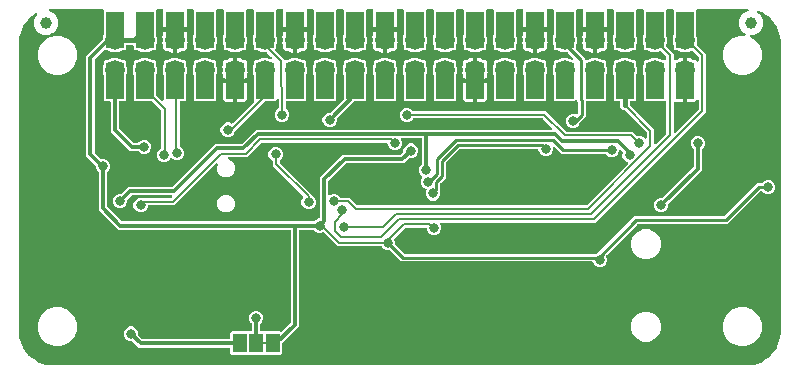
<source format=gbr>
G04 EAGLE Gerber RS-274X export*
G75*
%MOMM*%
%FSLAX34Y34*%
%LPD*%
%INBottom Copper*%
%IPPOS*%
%AMOC8*
5,1,8,0,0,1.08239X$1,22.5*%
G01*
%ADD10R,1.524000X3.048000*%
%ADD11C,1.676400*%
%ADD12C,1.000000*%
%ADD13R,1.168400X1.600200*%
%ADD14C,0.800100*%
%ADD15C,0.254000*%
%ADD16C,0.203200*%
%ADD17C,0.304800*%
%ADD18C,0.406400*%
%ADD19C,0.906400*%
%ADD20C,0.806400*%

G36*
X620044Y2547D02*
X620044Y2547D01*
X620080Y2544D01*
X624216Y2869D01*
X624375Y2905D01*
X624450Y2916D01*
X632319Y5473D01*
X632574Y5597D01*
X632588Y5610D01*
X632602Y5617D01*
X639295Y10480D01*
X639500Y10678D01*
X639509Y10694D01*
X639520Y10705D01*
X644383Y17398D01*
X644516Y17649D01*
X644520Y17667D01*
X644527Y17681D01*
X647084Y25550D01*
X647105Y25671D01*
X647122Y25724D01*
X647123Y25752D01*
X647131Y25784D01*
X647456Y29920D01*
X647453Y29965D01*
X647459Y30000D01*
X647459Y276604D01*
X647453Y276648D01*
X647456Y276684D01*
X647131Y280820D01*
X647129Y280830D01*
X647129Y280836D01*
X647118Y280875D01*
X647095Y280979D01*
X647084Y281054D01*
X644527Y288923D01*
X644403Y289178D01*
X644390Y289192D01*
X644383Y289206D01*
X639520Y295899D01*
X639322Y296104D01*
X639306Y296113D01*
X639295Y296124D01*
X632602Y300987D01*
X632351Y301120D01*
X632333Y301124D01*
X632319Y301131D01*
X628559Y302353D01*
X628524Y302359D01*
X628490Y302373D01*
X628384Y302384D01*
X628279Y302402D01*
X628243Y302398D01*
X628207Y302402D01*
X628102Y302383D01*
X627997Y302372D01*
X627963Y302358D01*
X627927Y302351D01*
X627832Y302304D01*
X627734Y302264D01*
X627705Y302241D01*
X627672Y302225D01*
X627594Y302154D01*
X627511Y302088D01*
X627489Y302058D01*
X627463Y302033D01*
X627407Y301943D01*
X627345Y301856D01*
X627333Y301822D01*
X627314Y301791D01*
X627286Y301688D01*
X627251Y301588D01*
X627248Y301552D01*
X627239Y301517D01*
X627240Y301411D01*
X627234Y301305D01*
X627242Y301269D01*
X627242Y301232D01*
X627273Y301131D01*
X627297Y301027D01*
X627314Y300995D01*
X627325Y300960D01*
X627382Y300871D01*
X627434Y300778D01*
X627459Y300752D01*
X627479Y300722D01*
X627539Y300672D01*
X627634Y300577D01*
X627690Y300548D01*
X627738Y300508D01*
X629621Y299421D01*
X632301Y294780D01*
X632301Y289420D01*
X629621Y284779D01*
X624980Y282099D01*
X622046Y282099D01*
X621961Y282087D01*
X621875Y282085D01*
X621821Y282067D01*
X621764Y282059D01*
X621686Y282024D01*
X621604Y281998D01*
X621557Y281966D01*
X621505Y281943D01*
X621439Y281888D01*
X621368Y281840D01*
X621331Y281796D01*
X621288Y281760D01*
X621240Y281688D01*
X621185Y281622D01*
X621162Y281570D01*
X621130Y281523D01*
X621104Y281441D01*
X621069Y281362D01*
X621062Y281306D01*
X621044Y281252D01*
X621042Y281166D01*
X621030Y281081D01*
X621039Y281025D01*
X621037Y280968D01*
X621059Y280885D01*
X621071Y280800D01*
X621095Y280748D01*
X621109Y280693D01*
X621153Y280619D01*
X621188Y280540D01*
X621225Y280497D01*
X621254Y280448D01*
X621317Y280389D01*
X621373Y280324D01*
X621414Y280298D01*
X621461Y280254D01*
X621591Y280188D01*
X621657Y280146D01*
X624370Y279023D01*
X629023Y274370D01*
X631541Y268290D01*
X631541Y261710D01*
X629023Y255630D01*
X624370Y250977D01*
X618290Y248459D01*
X611710Y248459D01*
X605630Y250977D01*
X600977Y255630D01*
X598459Y261710D01*
X598459Y268290D01*
X600977Y274370D01*
X605630Y279023D01*
X611710Y281541D01*
X616799Y281541D01*
X616818Y281543D01*
X616838Y281541D01*
X616959Y281563D01*
X617080Y281581D01*
X617098Y281589D01*
X617117Y281592D01*
X617228Y281647D01*
X617340Y281697D01*
X617355Y281709D01*
X617372Y281718D01*
X617463Y281801D01*
X617557Y281880D01*
X617568Y281897D01*
X617582Y281910D01*
X617646Y282015D01*
X617714Y282117D01*
X617720Y282136D01*
X617730Y282152D01*
X617763Y282271D01*
X617800Y282388D01*
X617801Y282408D01*
X617806Y282427D01*
X617804Y282549D01*
X617807Y282672D01*
X617802Y282691D01*
X617802Y282711D01*
X617766Y282829D01*
X617736Y282947D01*
X617726Y282964D01*
X617720Y282983D01*
X617653Y283086D01*
X617590Y283192D01*
X617576Y283205D01*
X617565Y283222D01*
X617509Y283268D01*
X617383Y283386D01*
X617338Y283410D01*
X617306Y283435D01*
X614979Y284779D01*
X612299Y289420D01*
X612299Y294780D01*
X614979Y299421D01*
X619734Y302166D01*
X619750Y302179D01*
X619769Y302188D01*
X619862Y302267D01*
X619958Y302342D01*
X619970Y302358D01*
X619986Y302372D01*
X620053Y302474D01*
X620124Y302572D01*
X620131Y302591D01*
X620143Y302609D01*
X620179Y302725D01*
X620220Y302839D01*
X620222Y302860D01*
X620228Y302880D01*
X620231Y303002D01*
X620239Y303123D01*
X620234Y303144D01*
X620235Y303164D01*
X620204Y303282D01*
X620177Y303401D01*
X620167Y303419D01*
X620162Y303439D01*
X620100Y303543D01*
X620042Y303651D01*
X620027Y303665D01*
X620016Y303683D01*
X619927Y303766D01*
X619842Y303853D01*
X619824Y303863D01*
X619809Y303877D01*
X619700Y303933D01*
X619594Y303992D01*
X619574Y303997D01*
X619555Y304006D01*
X619481Y304018D01*
X619317Y304057D01*
X619265Y304054D01*
X619224Y304061D01*
X618807Y304060D01*
X618786Y304063D01*
X576964Y304063D01*
X576906Y304055D01*
X576848Y304057D01*
X576766Y304035D01*
X576682Y304023D01*
X576629Y304000D01*
X576573Y303985D01*
X576500Y303942D01*
X576423Y303907D01*
X576378Y303869D01*
X576328Y303840D01*
X576270Y303778D01*
X576206Y303724D01*
X576174Y303675D01*
X576134Y303632D01*
X576095Y303557D01*
X576048Y303487D01*
X576031Y303431D01*
X576004Y303379D01*
X575993Y303311D01*
X575963Y303216D01*
X575960Y303116D01*
X575949Y303048D01*
X575949Y281823D01*
X575953Y281792D01*
X575951Y281761D01*
X575968Y281685D01*
X575989Y281541D01*
X576015Y281483D01*
X576026Y281434D01*
X576715Y279772D01*
X576715Y275628D01*
X576327Y274691D01*
X576326Y274690D01*
X576325Y274688D01*
X576292Y274555D01*
X576256Y274416D01*
X576256Y274414D01*
X576255Y274413D01*
X576260Y274272D01*
X576264Y274132D01*
X576264Y274130D01*
X576264Y274129D01*
X576308Y273994D01*
X576350Y273861D01*
X576351Y273860D01*
X576352Y273858D01*
X576361Y273846D01*
X576509Y273625D01*
X576532Y273605D01*
X576547Y273585D01*
X584074Y266058D01*
X584074Y216542D01*
X581991Y214459D01*
X581990Y214459D01*
X490594Y123062D01*
X359956Y123062D01*
X359843Y123046D01*
X359728Y123036D01*
X359702Y123026D01*
X359675Y123022D01*
X359570Y122975D01*
X359463Y122934D01*
X359441Y122918D01*
X359416Y122906D01*
X359328Y122832D01*
X359236Y122763D01*
X359220Y122740D01*
X359199Y122723D01*
X359135Y122627D01*
X359066Y122535D01*
X359056Y122509D01*
X359041Y122486D01*
X359006Y122376D01*
X358966Y122269D01*
X358964Y122241D01*
X358955Y122215D01*
X358952Y122100D01*
X358943Y121986D01*
X358949Y121961D01*
X358948Y121931D01*
X359015Y121674D01*
X359018Y121658D01*
X359728Y119945D01*
X359728Y117545D01*
X358810Y115327D01*
X357113Y113630D01*
X354895Y112712D01*
X352495Y112712D01*
X350277Y113630D01*
X348580Y115327D01*
X347662Y117545D01*
X347662Y117856D01*
X347654Y117914D01*
X347655Y117972D01*
X347634Y118054D01*
X347622Y118138D01*
X347598Y118191D01*
X347583Y118247D01*
X347540Y118320D01*
X347506Y118397D01*
X347468Y118442D01*
X347438Y118492D01*
X347376Y118550D01*
X347322Y118614D01*
X347273Y118646D01*
X347231Y118686D01*
X347156Y118725D01*
X347085Y118772D01*
X347030Y118789D01*
X346978Y118816D01*
X346910Y118827D01*
X346814Y118857D01*
X346715Y118860D01*
X346647Y118871D01*
X329978Y118871D01*
X329892Y118859D01*
X329804Y118856D01*
X329752Y118839D01*
X329697Y118831D01*
X329617Y118796D01*
X329534Y118769D01*
X329495Y118741D01*
X329437Y118715D01*
X329324Y118619D01*
X329260Y118574D01*
X320618Y109931D01*
X320617Y109930D01*
X320615Y109929D01*
X320531Y109815D01*
X320447Y109704D01*
X320446Y109702D01*
X320445Y109701D01*
X320395Y109569D01*
X320345Y109438D01*
X320345Y109437D01*
X320345Y109435D01*
X320333Y109291D01*
X320322Y109155D01*
X320322Y109153D01*
X320322Y109152D01*
X320326Y109136D01*
X320378Y108876D01*
X320392Y108849D01*
X320397Y108825D01*
X321211Y106860D01*
X321211Y104718D01*
X321224Y104631D01*
X321226Y104543D01*
X321244Y104491D01*
X321251Y104436D01*
X321287Y104356D01*
X321314Y104273D01*
X321342Y104234D01*
X321368Y104177D01*
X321463Y104063D01*
X321509Y104000D01*
X328314Y97195D01*
X328384Y97142D01*
X328448Y97082D01*
X328497Y97057D01*
X328541Y97024D01*
X328623Y96993D01*
X328701Y96953D01*
X328748Y96945D01*
X328807Y96922D01*
X328954Y96910D01*
X329032Y96897D01*
X490461Y96897D01*
X490491Y96902D01*
X490522Y96899D01*
X490599Y96917D01*
X490742Y96937D01*
X490801Y96963D01*
X490849Y96974D01*
X492689Y97736D01*
X492716Y97752D01*
X492745Y97762D01*
X492809Y97807D01*
X492934Y97881D01*
X492978Y97928D01*
X493018Y97957D01*
X521227Y126166D01*
X523459Y128398D01*
X598921Y128398D01*
X599008Y128410D01*
X599095Y128413D01*
X599148Y128430D01*
X599203Y128438D01*
X599283Y128473D01*
X599366Y128500D01*
X599405Y128528D01*
X599462Y128554D01*
X599576Y128650D01*
X599639Y128695D01*
X627282Y156338D01*
X631255Y156338D01*
X631342Y156350D01*
X631429Y156353D01*
X631482Y156370D01*
X631536Y156378D01*
X631616Y156413D01*
X631699Y156440D01*
X631739Y156468D01*
X631796Y156494D01*
X631909Y156590D01*
X631973Y156635D01*
X633487Y158150D01*
X635705Y159068D01*
X638105Y159068D01*
X640323Y158150D01*
X642020Y156453D01*
X642938Y154235D01*
X642938Y151835D01*
X642020Y149617D01*
X640323Y147920D01*
X638105Y147002D01*
X635705Y147002D01*
X633487Y147920D01*
X631973Y149435D01*
X631903Y149487D01*
X631839Y149547D01*
X631790Y149573D01*
X631746Y149606D01*
X631664Y149637D01*
X631586Y149677D01*
X631538Y149685D01*
X631480Y149707D01*
X631332Y149719D01*
X631255Y149732D01*
X630439Y149732D01*
X630352Y149720D01*
X630265Y149717D01*
X630212Y149700D01*
X630157Y149692D01*
X630077Y149657D01*
X629994Y149630D01*
X629955Y149602D01*
X629898Y149576D01*
X629784Y149480D01*
X629721Y149435D01*
X602078Y121792D01*
X526616Y121792D01*
X526529Y121780D01*
X526442Y121777D01*
X526389Y121760D01*
X526335Y121752D01*
X526255Y121717D01*
X526172Y121690D01*
X526132Y121662D01*
X526075Y121636D01*
X525962Y121540D01*
X525898Y121495D01*
X499936Y95533D01*
X499935Y95532D01*
X499934Y95531D01*
X499847Y95415D01*
X499765Y95306D01*
X499765Y95304D01*
X499764Y95303D01*
X499714Y95171D01*
X499664Y95040D01*
X499664Y95038D01*
X499663Y95037D01*
X499652Y94898D01*
X499640Y94757D01*
X499641Y94755D01*
X499641Y94754D01*
X499644Y94739D01*
X499696Y94478D01*
X499710Y94451D01*
X499716Y94426D01*
X500285Y93054D01*
X500285Y90653D01*
X499366Y88436D01*
X497669Y86739D01*
X495452Y85820D01*
X493051Y85820D01*
X490834Y86739D01*
X489137Y88436D01*
X488628Y89665D01*
X488627Y89666D01*
X488627Y89668D01*
X488555Y89788D01*
X488483Y89910D01*
X488482Y89911D01*
X488481Y89912D01*
X488379Y90008D01*
X488277Y90105D01*
X488275Y90106D01*
X488274Y90107D01*
X488148Y90171D01*
X488024Y90235D01*
X488022Y90236D01*
X488021Y90236D01*
X488006Y90239D01*
X487745Y90290D01*
X487714Y90288D01*
X487690Y90292D01*
X325875Y90292D01*
X316838Y99329D01*
X316768Y99381D01*
X316704Y99441D01*
X316655Y99467D01*
X316611Y99500D01*
X316529Y99531D01*
X316451Y99571D01*
X316404Y99579D01*
X316345Y99601D01*
X316198Y99613D01*
X316120Y99626D01*
X313978Y99626D01*
X311761Y100545D01*
X310063Y102242D01*
X309907Y102619D01*
X309906Y102620D01*
X309906Y102622D01*
X309835Y102742D01*
X309763Y102864D01*
X309762Y102865D01*
X309761Y102866D01*
X309657Y102964D01*
X309556Y103059D01*
X309555Y103060D01*
X309554Y103061D01*
X309428Y103125D01*
X309303Y103189D01*
X309302Y103190D01*
X309300Y103190D01*
X309286Y103193D01*
X309024Y103244D01*
X308994Y103242D01*
X308969Y103246D01*
X272140Y103246D01*
X260529Y114857D01*
X260528Y114858D01*
X260527Y114859D01*
X260409Y114948D01*
X260302Y115028D01*
X260300Y115028D01*
X260299Y115029D01*
X260166Y115080D01*
X260036Y115129D01*
X260035Y115129D01*
X260033Y115130D01*
X259889Y115141D01*
X259753Y115153D01*
X259752Y115152D01*
X259750Y115152D01*
X259734Y115149D01*
X259474Y115097D01*
X259447Y115083D01*
X259423Y115077D01*
X258312Y114617D01*
X255911Y114617D01*
X253694Y115535D01*
X252433Y116796D01*
X252364Y116848D01*
X252300Y116908D01*
X252250Y116934D01*
X252206Y116967D01*
X252124Y116998D01*
X252046Y117038D01*
X251999Y117046D01*
X251940Y117068D01*
X251793Y117080D01*
X251715Y117093D01*
X240792Y117093D01*
X240734Y117085D01*
X240676Y117087D01*
X240594Y117065D01*
X240510Y117053D01*
X240457Y117030D01*
X240401Y117015D01*
X240328Y116972D01*
X240251Y116937D01*
X240206Y116899D01*
X240156Y116870D01*
X240098Y116808D01*
X240034Y116754D01*
X240002Y116705D01*
X239962Y116662D01*
X239923Y116587D01*
X239876Y116517D01*
X239859Y116461D01*
X239832Y116409D01*
X239821Y116341D01*
X239791Y116246D01*
X239788Y116146D01*
X239777Y116078D01*
X239777Y35357D01*
X225342Y20922D01*
X225290Y20852D01*
X225230Y20788D01*
X225204Y20739D01*
X225171Y20695D01*
X225140Y20613D01*
X225100Y20535D01*
X225092Y20488D01*
X225070Y20429D01*
X225058Y20282D01*
X225045Y20204D01*
X225045Y12112D01*
X223854Y10921D01*
X182546Y10921D01*
X181355Y12112D01*
X181355Y16383D01*
X181347Y16441D01*
X181349Y16499D01*
X181327Y16581D01*
X181315Y16665D01*
X181292Y16718D01*
X181277Y16774D01*
X181234Y16847D01*
X181199Y16924D01*
X181161Y16969D01*
X181132Y17019D01*
X181070Y17077D01*
X181016Y17141D01*
X180967Y17173D01*
X180924Y17213D01*
X180849Y17252D01*
X180779Y17299D01*
X180723Y17316D01*
X180671Y17343D01*
X180603Y17354D01*
X180508Y17384D01*
X180408Y17387D01*
X180340Y17398D01*
X103937Y17398D01*
X98456Y22879D01*
X98386Y22932D01*
X98322Y22992D01*
X98273Y23017D01*
X98228Y23050D01*
X98147Y23081D01*
X98069Y23121D01*
X98021Y23129D01*
X97963Y23152D01*
X97815Y23164D01*
X97738Y23177D01*
X95955Y23177D01*
X93737Y24095D01*
X92040Y25792D01*
X91122Y28010D01*
X91122Y30410D01*
X92040Y32628D01*
X93737Y34325D01*
X95955Y35243D01*
X98355Y35243D01*
X100573Y34325D01*
X102270Y32628D01*
X103188Y30410D01*
X103188Y28627D01*
X103200Y28541D01*
X103203Y28453D01*
X103220Y28401D01*
X103228Y28346D01*
X103264Y28266D01*
X103291Y28183D01*
X103319Y28143D01*
X103344Y28086D01*
X103440Y27973D01*
X103486Y27909D01*
X106586Y24809D01*
X106656Y24757D01*
X106720Y24697D01*
X106769Y24671D01*
X106813Y24638D01*
X106895Y24607D01*
X106973Y24567D01*
X107020Y24559D01*
X107079Y24537D01*
X107226Y24525D01*
X107304Y24512D01*
X180340Y24512D01*
X180398Y24520D01*
X180456Y24518D01*
X180538Y24540D01*
X180622Y24552D01*
X180675Y24575D01*
X180731Y24590D01*
X180804Y24633D01*
X180881Y24668D01*
X180926Y24706D01*
X180976Y24735D01*
X181034Y24797D01*
X181098Y24851D01*
X181130Y24900D01*
X181170Y24943D01*
X181209Y25018D01*
X181256Y25088D01*
X181273Y25144D01*
X181300Y25196D01*
X181311Y25264D01*
X181341Y25359D01*
X181344Y25459D01*
X181355Y25527D01*
X181355Y29798D01*
X182546Y30989D01*
X198628Y30989D01*
X198686Y30997D01*
X198744Y30995D01*
X198826Y31017D01*
X198910Y31029D01*
X198963Y31052D01*
X199019Y31067D01*
X199092Y31110D01*
X199169Y31145D01*
X199214Y31183D01*
X199264Y31212D01*
X199322Y31274D01*
X199386Y31328D01*
X199418Y31377D01*
X199458Y31420D01*
X199497Y31495D01*
X199544Y31565D01*
X199561Y31621D01*
X199588Y31673D01*
X199599Y31741D01*
X199629Y31836D01*
X199632Y31936D01*
X199643Y32004D01*
X199643Y37149D01*
X199631Y37236D01*
X199628Y37323D01*
X199611Y37376D01*
X199603Y37430D01*
X199568Y37510D01*
X199541Y37593D01*
X199513Y37633D01*
X199487Y37690D01*
X199391Y37803D01*
X199346Y37867D01*
X198085Y39127D01*
X197167Y41345D01*
X197167Y43745D01*
X198085Y45963D01*
X199782Y47660D01*
X202000Y48578D01*
X204400Y48578D01*
X206618Y47660D01*
X208315Y45963D01*
X209233Y43745D01*
X209233Y41345D01*
X208315Y39127D01*
X207054Y37867D01*
X207002Y37797D01*
X206942Y37733D01*
X206916Y37684D01*
X206883Y37640D01*
X206852Y37558D01*
X206812Y37480D01*
X206804Y37432D01*
X206782Y37374D01*
X206770Y37226D01*
X206757Y37149D01*
X206757Y32004D01*
X206765Y31946D01*
X206763Y31888D01*
X206785Y31806D01*
X206797Y31722D01*
X206820Y31669D01*
X206835Y31613D01*
X206878Y31540D01*
X206913Y31463D01*
X206951Y31418D01*
X206980Y31368D01*
X207042Y31310D01*
X207096Y31246D01*
X207145Y31214D01*
X207188Y31174D01*
X207263Y31135D01*
X207333Y31088D01*
X207389Y31071D01*
X207441Y31044D01*
X207509Y31033D01*
X207604Y31003D01*
X207704Y31000D01*
X207772Y30989D01*
X223854Y30989D01*
X223883Y30959D01*
X223930Y30924D01*
X223970Y30882D01*
X224043Y30839D01*
X224111Y30788D01*
X224165Y30768D01*
X224216Y30738D01*
X224297Y30717D01*
X224376Y30687D01*
X224435Y30682D01*
X224491Y30668D01*
X224575Y30671D01*
X224660Y30664D01*
X224717Y30675D01*
X224775Y30677D01*
X224856Y30703D01*
X224938Y30719D01*
X224990Y30746D01*
X225046Y30764D01*
X225102Y30804D01*
X225191Y30850D01*
X225263Y30919D01*
X225319Y30959D01*
X232366Y38006D01*
X232418Y38076D01*
X232478Y38140D01*
X232504Y38189D01*
X232537Y38233D01*
X232568Y38315D01*
X232608Y38393D01*
X232616Y38440D01*
X232638Y38499D01*
X232650Y38646D01*
X232663Y38724D01*
X232663Y116078D01*
X232655Y116136D01*
X232657Y116194D01*
X232635Y116276D01*
X232623Y116360D01*
X232600Y116413D01*
X232585Y116469D01*
X232542Y116542D01*
X232507Y116619D01*
X232469Y116664D01*
X232440Y116714D01*
X232378Y116772D01*
X232324Y116836D01*
X232275Y116868D01*
X232232Y116908D01*
X232157Y116947D01*
X232087Y116994D01*
X232031Y117011D01*
X231979Y117038D01*
X231911Y117049D01*
X231816Y117079D01*
X231716Y117082D01*
X231648Y117093D01*
X86792Y117093D01*
X70103Y133782D01*
X70103Y165419D01*
X70091Y165506D01*
X70088Y165593D01*
X70071Y165646D01*
X70063Y165700D01*
X70028Y165780D01*
X70001Y165863D01*
X69973Y165903D01*
X69947Y165960D01*
X69851Y166073D01*
X69806Y166137D01*
X68545Y167397D01*
X67627Y169615D01*
X67627Y170763D01*
X67615Y170849D01*
X67612Y170937D01*
X67595Y170989D01*
X67587Y171044D01*
X67551Y171124D01*
X67524Y171207D01*
X67496Y171247D01*
X67471Y171304D01*
X67375Y171417D01*
X67329Y171481D01*
X61689Y177121D01*
X59308Y179502D01*
X59308Y264053D01*
X72988Y277733D01*
X73040Y277803D01*
X73100Y277867D01*
X73126Y277916D01*
X73159Y277960D01*
X73190Y278042D01*
X73230Y278120D01*
X73238Y278167D01*
X73260Y278226D01*
X73272Y278373D01*
X73285Y278451D01*
X73285Y279772D01*
X73966Y281415D01*
X73974Y281445D01*
X73988Y281472D01*
X74001Y281550D01*
X74037Y281690D01*
X74035Y281755D01*
X74043Y281804D01*
X74043Y303048D01*
X74035Y303106D01*
X74037Y303164D01*
X74015Y303246D01*
X74003Y303330D01*
X73980Y303383D01*
X73965Y303439D01*
X73922Y303512D01*
X73887Y303589D01*
X73849Y303634D01*
X73820Y303684D01*
X73758Y303742D01*
X73704Y303806D01*
X73655Y303838D01*
X73612Y303878D01*
X73537Y303917D01*
X73467Y303964D01*
X73411Y303981D01*
X73359Y304008D01*
X73291Y304019D01*
X73196Y304049D01*
X73096Y304052D01*
X73028Y304063D01*
X31704Y304063D01*
X31623Y304052D01*
X31540Y304050D01*
X31538Y304049D01*
X30247Y304063D01*
X30241Y304062D01*
X30236Y304063D01*
X30212Y304063D01*
X30174Y304058D01*
X30143Y304061D01*
X28614Y303957D01*
X28608Y303956D01*
X28602Y303956D01*
X28573Y303954D01*
X28454Y303928D01*
X28334Y303906D01*
X28316Y303897D01*
X28295Y303892D01*
X28188Y303834D01*
X28080Y303780D01*
X28064Y303766D01*
X28046Y303756D01*
X27959Y303670D01*
X27870Y303588D01*
X27859Y303570D01*
X27844Y303556D01*
X27785Y303449D01*
X27721Y303346D01*
X27716Y303325D01*
X27706Y303307D01*
X27678Y303189D01*
X27646Y303071D01*
X27646Y303051D01*
X27642Y303030D01*
X27648Y302909D01*
X27650Y302787D01*
X27656Y302767D01*
X27657Y302746D01*
X27697Y302632D01*
X27732Y302515D01*
X27743Y302498D01*
X27750Y302478D01*
X27820Y302378D01*
X27886Y302276D01*
X27901Y302264D01*
X27914Y302246D01*
X28136Y302068D01*
X28142Y302066D01*
X28145Y302063D01*
X32721Y299421D01*
X35401Y294780D01*
X35401Y289420D01*
X32721Y284779D01*
X28853Y282546D01*
X28793Y282499D01*
X28727Y282460D01*
X28682Y282412D01*
X28629Y282371D01*
X28585Y282309D01*
X28532Y282253D01*
X28502Y282194D01*
X28463Y282140D01*
X28437Y282068D01*
X28402Y282001D01*
X28400Y281990D01*
X28362Y282005D01*
X28285Y282044D01*
X28237Y282052D01*
X28176Y282075D01*
X28032Y282086D01*
X27954Y282099D01*
X22720Y282099D01*
X18079Y284779D01*
X15399Y289420D01*
X15399Y294780D01*
X17740Y298835D01*
X17768Y298902D01*
X17804Y298965D01*
X17820Y299033D01*
X17847Y299098D01*
X17854Y299171D01*
X17871Y299241D01*
X17869Y299311D01*
X17876Y299381D01*
X17863Y299453D01*
X17860Y299525D01*
X17838Y299592D01*
X17825Y299661D01*
X17793Y299726D01*
X17770Y299795D01*
X17730Y299853D01*
X17699Y299916D01*
X17650Y299969D01*
X17609Y300029D01*
X17555Y300074D01*
X17507Y300126D01*
X17445Y300164D01*
X17389Y300210D01*
X17325Y300237D01*
X17265Y300274D01*
X17195Y300293D01*
X17128Y300322D01*
X17058Y300331D01*
X16991Y300349D01*
X16918Y300348D01*
X16846Y300357D01*
X16776Y300347D01*
X16706Y300346D01*
X16637Y300325D01*
X16565Y300313D01*
X16512Y300287D01*
X16434Y300263D01*
X16333Y300198D01*
X16264Y300164D01*
X10738Y296149D01*
X10534Y295951D01*
X10528Y295940D01*
X10520Y295933D01*
X9815Y294984D01*
X9812Y294978D01*
X9808Y294975D01*
X5660Y289265D01*
X5527Y289014D01*
X5524Y289002D01*
X5519Y288993D01*
X4856Y287024D01*
X4854Y287018D01*
X4852Y287013D01*
X2934Y281110D01*
X2908Y280962D01*
X2888Y280887D01*
X2777Y279644D01*
X2777Y279638D01*
X2776Y279633D01*
X2544Y276684D01*
X2547Y276639D01*
X2541Y276604D01*
X2541Y30000D01*
X2547Y29956D01*
X2544Y29920D01*
X2869Y25784D01*
X2871Y25777D01*
X2871Y25775D01*
X2874Y25761D01*
X2905Y25625D01*
X2916Y25550D01*
X5473Y17681D01*
X5597Y17426D01*
X5610Y17412D01*
X5617Y17398D01*
X10480Y10705D01*
X10678Y10500D01*
X10694Y10491D01*
X10705Y10480D01*
X17398Y5617D01*
X17649Y5484D01*
X17667Y5480D01*
X17681Y5473D01*
X25550Y2916D01*
X25710Y2888D01*
X25784Y2869D01*
X29920Y2544D01*
X29965Y2547D01*
X30000Y2541D01*
X620000Y2541D01*
X620044Y2547D01*
G37*
G36*
X251802Y124219D02*
X251802Y124219D01*
X251889Y124222D01*
X251942Y124239D01*
X251997Y124247D01*
X252077Y124282D01*
X252160Y124309D01*
X252199Y124337D01*
X252256Y124363D01*
X252370Y124459D01*
X252433Y124504D01*
X253694Y125765D01*
X255911Y126683D01*
X256350Y126683D01*
X256407Y126691D01*
X256466Y126690D01*
X256547Y126711D01*
X256631Y126723D01*
X256684Y126747D01*
X256741Y126762D01*
X256813Y126805D01*
X256890Y126839D01*
X256935Y126877D01*
X256985Y126907D01*
X257043Y126969D01*
X257107Y127023D01*
X257140Y127072D01*
X257180Y127114D01*
X257218Y127189D01*
X257265Y127260D01*
X257283Y127315D01*
X257309Y127367D01*
X257321Y127435D01*
X257351Y127531D01*
X257353Y127630D01*
X257365Y127698D01*
X257365Y161430D01*
X276657Y180722D01*
X325131Y180722D01*
X325218Y180734D01*
X325305Y180737D01*
X325358Y180754D01*
X325413Y180762D01*
X325493Y180797D01*
X325576Y180824D01*
X325615Y180852D01*
X325672Y180878D01*
X325785Y180974D01*
X325849Y181019D01*
X327679Y182849D01*
X327732Y182919D01*
X327792Y182983D01*
X327817Y183032D01*
X327850Y183077D01*
X327881Y183158D01*
X327921Y183236D01*
X327929Y183284D01*
X327952Y183342D01*
X327964Y183490D01*
X327977Y183567D01*
X327977Y185350D01*
X328895Y187568D01*
X330592Y189265D01*
X332810Y190183D01*
X335210Y190183D01*
X337428Y189265D01*
X339125Y187568D01*
X340043Y185350D01*
X340043Y182950D01*
X339125Y180732D01*
X337428Y179035D01*
X335210Y178117D01*
X333427Y178117D01*
X333341Y178105D01*
X333253Y178102D01*
X333201Y178085D01*
X333146Y178077D01*
X333066Y178041D01*
X332983Y178014D01*
X332943Y177986D01*
X332886Y177961D01*
X332773Y177865D01*
X332709Y177819D01*
X328498Y173608D01*
X280024Y173608D01*
X279937Y173596D01*
X279850Y173593D01*
X279797Y173576D01*
X279742Y173568D01*
X279662Y173533D01*
X279579Y173506D01*
X279540Y173478D01*
X279483Y173452D01*
X279370Y173356D01*
X279306Y173311D01*
X264776Y158781D01*
X264723Y158711D01*
X264663Y158647D01*
X264638Y158598D01*
X264605Y158553D01*
X264574Y158472D01*
X264534Y158394D01*
X264526Y158346D01*
X264503Y158288D01*
X264491Y158140D01*
X264478Y158063D01*
X264478Y147202D01*
X264494Y147088D01*
X264504Y146974D01*
X264514Y146948D01*
X264518Y146921D01*
X264565Y146816D01*
X264606Y146709D01*
X264623Y146686D01*
X264634Y146661D01*
X264708Y146574D01*
X264778Y146482D01*
X264800Y146465D01*
X264818Y146444D01*
X264914Y146380D01*
X265006Y146312D01*
X265031Y146302D01*
X265055Y146287D01*
X265164Y146252D01*
X265272Y146211D01*
X265299Y146209D01*
X265326Y146201D01*
X265440Y146198D01*
X265555Y146189D01*
X265579Y146194D01*
X265610Y146194D01*
X265867Y146261D01*
X265882Y146264D01*
X267931Y147113D01*
X270331Y147113D01*
X272548Y146194D01*
X274317Y144426D01*
X274387Y144373D01*
X274450Y144313D01*
X274500Y144288D01*
X274544Y144255D01*
X274626Y144223D01*
X274704Y144184D01*
X274751Y144176D01*
X274810Y144153D01*
X274957Y144141D01*
X275035Y144128D01*
X282458Y144128D01*
X288511Y138076D01*
X288581Y138023D01*
X288645Y137963D01*
X288694Y137938D01*
X288738Y137905D01*
X288820Y137873D01*
X288898Y137834D01*
X288945Y137826D01*
X289004Y137803D01*
X289152Y137791D01*
X289229Y137778D01*
X482296Y137778D01*
X482383Y137790D01*
X482470Y137793D01*
X482523Y137810D01*
X482578Y137818D01*
X482657Y137854D01*
X482741Y137881D01*
X482780Y137909D01*
X482837Y137934D01*
X482950Y138030D01*
X483014Y138076D01*
X517873Y172935D01*
X517942Y173027D01*
X518016Y173115D01*
X518028Y173140D01*
X518044Y173162D01*
X518085Y173269D01*
X518132Y173374D01*
X518136Y173402D01*
X518146Y173428D01*
X518155Y173542D01*
X518171Y173656D01*
X518167Y173684D01*
X518169Y173711D01*
X518147Y173824D01*
X518130Y173937D01*
X518119Y173963D01*
X518113Y173990D01*
X518060Y174092D01*
X518013Y174196D01*
X517995Y174218D01*
X517982Y174242D01*
X517903Y174325D01*
X517829Y174413D01*
X517808Y174426D01*
X517786Y174448D01*
X517557Y174583D01*
X517544Y174591D01*
X516012Y175225D01*
X514315Y176922D01*
X513397Y179140D01*
X513397Y181540D01*
X513637Y182121D01*
X513638Y182123D01*
X513639Y182124D01*
X513673Y182257D01*
X513708Y182396D01*
X513708Y182398D01*
X513709Y182400D01*
X513704Y182540D01*
X513700Y182681D01*
X513700Y182682D01*
X513700Y182684D01*
X513657Y182816D01*
X513614Y182951D01*
X513613Y182953D01*
X513612Y182954D01*
X513603Y182967D01*
X513455Y183188D01*
X513432Y183207D01*
X513417Y183228D01*
X511988Y184657D01*
X511964Y184675D01*
X511945Y184697D01*
X511851Y184760D01*
X511761Y184828D01*
X511733Y184838D01*
X511709Y184855D01*
X511601Y184889D01*
X511495Y184929D01*
X511466Y184932D01*
X511438Y184941D01*
X511324Y184943D01*
X511212Y184953D01*
X511183Y184947D01*
X511154Y184948D01*
X511044Y184919D01*
X510933Y184897D01*
X510907Y184883D01*
X510879Y184876D01*
X510781Y184818D01*
X510681Y184766D01*
X510659Y184746D01*
X510634Y184731D01*
X510557Y184648D01*
X510475Y184570D01*
X510460Y184545D01*
X510440Y184523D01*
X510388Y184423D01*
X510331Y184325D01*
X510324Y184296D01*
X510310Y184270D01*
X510297Y184193D01*
X510261Y184049D01*
X510263Y183987D01*
X510255Y183939D01*
X510255Y183611D01*
X509331Y181382D01*
X507625Y179676D01*
X505396Y178752D01*
X502984Y178752D01*
X500755Y179676D01*
X499213Y181217D01*
X499144Y181269D01*
X499080Y181329D01*
X499030Y181355D01*
X498986Y181388D01*
X498904Y181419D01*
X498826Y181459D01*
X498779Y181467D01*
X498720Y181489D01*
X498573Y181501D01*
X498495Y181514D01*
X461515Y181514D01*
X459283Y183746D01*
X456141Y186888D01*
X456118Y186906D01*
X456099Y186928D01*
X456004Y186991D01*
X455914Y187059D01*
X455887Y187069D01*
X455862Y187086D01*
X455754Y187120D01*
X455648Y187160D01*
X455619Y187163D01*
X455591Y187171D01*
X455478Y187174D01*
X455365Y187184D01*
X455336Y187178D01*
X455307Y187179D01*
X455197Y187150D01*
X455086Y187128D01*
X455060Y187114D01*
X455032Y187107D01*
X454935Y187049D01*
X454834Y186997D01*
X454813Y186977D01*
X454788Y186962D01*
X454710Y186879D01*
X454628Y186801D01*
X454613Y186776D01*
X454593Y186754D01*
X454541Y186653D01*
X454484Y186556D01*
X454477Y186527D01*
X454464Y186501D01*
X454451Y186424D01*
X454414Y186280D01*
X454416Y186218D01*
X454408Y186170D01*
X454408Y184500D01*
X453485Y182271D01*
X451779Y180565D01*
X449550Y179641D01*
X447137Y179641D01*
X444908Y180565D01*
X443202Y182271D01*
X442263Y184539D01*
X442262Y184540D01*
X442261Y184541D01*
X442193Y184657D01*
X442118Y184783D01*
X442117Y184784D01*
X442116Y184786D01*
X442012Y184883D01*
X441911Y184979D01*
X441910Y184979D01*
X441909Y184980D01*
X441783Y185045D01*
X441659Y185109D01*
X441657Y185109D01*
X441656Y185110D01*
X441641Y185112D01*
X441380Y185164D01*
X441349Y185161D01*
X441325Y185165D01*
X375792Y185165D01*
X375706Y185153D01*
X375618Y185150D01*
X375566Y185133D01*
X375511Y185125D01*
X375431Y185090D01*
X375348Y185063D01*
X375309Y185035D01*
X375251Y185009D01*
X375138Y184913D01*
X375075Y184868D01*
X364407Y174200D01*
X364355Y174131D01*
X364295Y174067D01*
X364269Y174017D01*
X364236Y173973D01*
X364205Y173892D01*
X364165Y173814D01*
X364157Y173766D01*
X364135Y173708D01*
X364123Y173560D01*
X364110Y173483D01*
X364110Y161203D01*
X359549Y156642D01*
X359497Y156573D01*
X359437Y156509D01*
X359411Y156459D01*
X359378Y156415D01*
X359347Y156334D01*
X359307Y156256D01*
X359299Y156208D01*
X359277Y156150D01*
X359265Y156002D01*
X359252Y155925D01*
X359252Y149523D01*
X359233Y149498D01*
X359173Y149434D01*
X359147Y149384D01*
X359114Y149340D01*
X359083Y149258D01*
X359043Y149180D01*
X359035Y149133D01*
X359013Y149074D01*
X359001Y148927D01*
X358988Y148849D01*
X358988Y146670D01*
X358064Y144441D01*
X356358Y142735D01*
X354129Y141811D01*
X351717Y141811D01*
X349487Y142735D01*
X347782Y144441D01*
X346858Y146670D01*
X346858Y149082D01*
X347505Y150643D01*
X347519Y150699D01*
X347543Y150753D01*
X347554Y150836D01*
X347575Y150918D01*
X347574Y150976D01*
X347582Y151034D01*
X347570Y151118D01*
X347567Y151202D01*
X347550Y151258D01*
X347541Y151316D01*
X347506Y151393D01*
X347481Y151473D01*
X347448Y151521D01*
X347424Y151575D01*
X347369Y151639D01*
X347322Y151709D01*
X347278Y151747D01*
X347240Y151791D01*
X347181Y151828D01*
X347105Y151892D01*
X347014Y151933D01*
X346955Y151969D01*
X345180Y152705D01*
X343474Y154411D01*
X342550Y156640D01*
X342550Y159052D01*
X343474Y161281D01*
X343740Y161548D01*
X343775Y161594D01*
X343817Y161635D01*
X343860Y161707D01*
X343911Y161775D01*
X343932Y161830D01*
X343961Y161880D01*
X343982Y161961D01*
X344012Y162040D01*
X344017Y162099D01*
X344031Y162155D01*
X344029Y162239D01*
X344036Y162324D01*
X344024Y162381D01*
X344022Y162440D01*
X343996Y162520D01*
X343980Y162602D01*
X343953Y162654D01*
X343935Y162710D01*
X343895Y162766D01*
X343849Y162855D01*
X343780Y162927D01*
X343740Y162983D01*
X342230Y164493D01*
X341312Y166710D01*
X341312Y169111D01*
X342230Y171328D01*
X343427Y172525D01*
X343480Y172595D01*
X343540Y172659D01*
X343565Y172708D01*
X343598Y172752D01*
X343629Y172834D01*
X343669Y172912D01*
X343677Y172960D01*
X343700Y173018D01*
X343712Y173166D01*
X343725Y173243D01*
X343725Y193675D01*
X343717Y193733D01*
X343718Y193791D01*
X343697Y193873D01*
X343685Y193957D01*
X343661Y194010D01*
X343646Y194066D01*
X343603Y194139D01*
X343569Y194216D01*
X343531Y194261D01*
X343501Y194311D01*
X343439Y194369D01*
X343385Y194433D01*
X343336Y194465D01*
X343294Y194505D01*
X343219Y194544D01*
X343148Y194591D01*
X343093Y194608D01*
X343041Y194635D01*
X342973Y194646D01*
X342877Y194676D01*
X342778Y194679D01*
X342710Y194690D01*
X326989Y194690D01*
X326875Y194674D01*
X326761Y194664D01*
X326735Y194654D01*
X326708Y194650D01*
X326603Y194603D01*
X326496Y194562D01*
X326473Y194546D01*
X326448Y194534D01*
X326361Y194460D01*
X326269Y194391D01*
X326252Y194368D01*
X326231Y194351D01*
X326168Y194255D01*
X326099Y194163D01*
X326089Y194137D01*
X326074Y194114D01*
X326039Y194004D01*
X325998Y193897D01*
X325996Y193869D01*
X325988Y193843D01*
X325985Y193728D01*
X325976Y193614D01*
X325981Y193589D01*
X325981Y193559D01*
X326048Y193302D01*
X326051Y193286D01*
X326708Y191700D01*
X326708Y189300D01*
X325790Y187082D01*
X324093Y185385D01*
X321875Y184467D01*
X319475Y184467D01*
X317257Y185385D01*
X315560Y187082D01*
X314642Y189300D01*
X314642Y189611D01*
X314634Y189669D01*
X314635Y189727D01*
X314614Y189809D01*
X314602Y189893D01*
X314578Y189946D01*
X314563Y190002D01*
X314520Y190075D01*
X314486Y190152D01*
X314448Y190197D01*
X314418Y190247D01*
X314356Y190305D01*
X314302Y190369D01*
X314253Y190401D01*
X314211Y190441D01*
X314136Y190480D01*
X314065Y190527D01*
X314010Y190544D01*
X313958Y190571D01*
X313890Y190582D01*
X313794Y190612D01*
X313695Y190615D01*
X313627Y190626D01*
X208058Y190626D01*
X207972Y190614D01*
X207884Y190611D01*
X207832Y190594D01*
X207777Y190586D01*
X207697Y190551D01*
X207614Y190524D01*
X207575Y190496D01*
X207517Y190470D01*
X207404Y190374D01*
X207340Y190329D01*
X195573Y178561D01*
X180262Y178561D01*
X180177Y178549D01*
X180091Y178547D01*
X180037Y178529D01*
X179981Y178521D01*
X179902Y178486D01*
X179821Y178460D01*
X179773Y178428D01*
X179721Y178405D01*
X179656Y178350D01*
X179584Y178302D01*
X179548Y178258D01*
X179504Y178222D01*
X179457Y178150D01*
X179401Y178084D01*
X179378Y178032D01*
X179347Y177985D01*
X179321Y177903D01*
X179286Y177824D01*
X179278Y177768D01*
X179261Y177714D01*
X179259Y177628D01*
X179247Y177543D01*
X179255Y177487D01*
X179254Y177430D01*
X179275Y177347D01*
X179288Y177261D01*
X179311Y177210D01*
X179325Y177155D01*
X179369Y177081D01*
X179405Y177002D01*
X179442Y176959D01*
X179471Y176910D01*
X179533Y176851D01*
X179589Y176786D01*
X179631Y176760D01*
X179678Y176716D01*
X179807Y176650D01*
X179874Y176608D01*
X182072Y175698D01*
X184193Y173577D01*
X185341Y170805D01*
X185341Y167805D01*
X184193Y165033D01*
X182072Y162912D01*
X179300Y161764D01*
X176300Y161764D01*
X173528Y162912D01*
X171407Y165033D01*
X170259Y167805D01*
X170259Y170805D01*
X170709Y171890D01*
X170730Y171973D01*
X170761Y172053D01*
X170765Y172110D01*
X170780Y172165D01*
X170777Y172251D01*
X170784Y172337D01*
X170773Y172392D01*
X170771Y172449D01*
X170745Y172531D01*
X170728Y172615D01*
X170702Y172666D01*
X170685Y172720D01*
X170637Y172791D01*
X170597Y172868D01*
X170558Y172909D01*
X170527Y172956D01*
X170461Y173012D01*
X170402Y173074D01*
X170352Y173103D01*
X170309Y173139D01*
X170230Y173174D01*
X170156Y173218D01*
X170101Y173232D01*
X170049Y173255D01*
X169964Y173266D01*
X169881Y173288D01*
X169824Y173286D01*
X169768Y173294D01*
X169682Y173281D01*
X169597Y173279D01*
X169543Y173261D01*
X169486Y173253D01*
X169408Y173218D01*
X169326Y173191D01*
X169286Y173162D01*
X169227Y173136D01*
X169117Y173042D01*
X169053Y172996D01*
X133978Y137921D01*
X112458Y137921D01*
X112401Y137913D01*
X112342Y137915D01*
X112261Y137893D01*
X112177Y137881D01*
X112124Y137858D01*
X112067Y137843D01*
X111995Y137800D01*
X111918Y137765D01*
X111873Y137727D01*
X111823Y137698D01*
X111765Y137636D01*
X111701Y137582D01*
X111668Y137533D01*
X111628Y137490D01*
X111590Y137415D01*
X111543Y137345D01*
X111525Y137289D01*
X111499Y137237D01*
X111487Y137169D01*
X111457Y137074D01*
X111455Y136974D01*
X111443Y136906D01*
X111443Y136595D01*
X110525Y134377D01*
X108828Y132680D01*
X106610Y131762D01*
X104210Y131762D01*
X101992Y132680D01*
X100295Y134377D01*
X99377Y136595D01*
X99377Y138995D01*
X100295Y141213D01*
X101992Y142910D01*
X104210Y143828D01*
X106711Y143828D01*
X106798Y143840D01*
X106885Y143843D01*
X106938Y143860D01*
X106993Y143868D01*
X107072Y143904D01*
X107156Y143931D01*
X107195Y143959D01*
X107252Y143984D01*
X107293Y144019D01*
X131032Y144019D01*
X131118Y144031D01*
X131206Y144034D01*
X131258Y144051D01*
X131313Y144059D01*
X131393Y144094D01*
X131476Y144121D01*
X131515Y144149D01*
X131573Y144175D01*
X131686Y144271D01*
X131749Y144316D01*
X132004Y144570D01*
X132021Y144594D01*
X132044Y144613D01*
X132106Y144707D01*
X132174Y144797D01*
X132185Y144825D01*
X132201Y144849D01*
X132235Y144957D01*
X132276Y145063D01*
X132278Y145092D01*
X132287Y145120D01*
X132290Y145233D01*
X132299Y145346D01*
X132294Y145375D01*
X132294Y145404D01*
X132266Y145514D01*
X132243Y145625D01*
X132230Y145651D01*
X132222Y145679D01*
X132165Y145777D01*
X132112Y145877D01*
X132092Y145899D01*
X132077Y145924D01*
X131995Y146001D01*
X131917Y146083D01*
X131891Y146098D01*
X131870Y146118D01*
X131769Y146170D01*
X131671Y146227D01*
X131643Y146234D01*
X131617Y146248D01*
X131540Y146261D01*
X131396Y146297D01*
X131333Y146295D01*
X131286Y146303D01*
X98414Y146303D01*
X98327Y146291D01*
X98240Y146288D01*
X98187Y146271D01*
X98132Y146263D01*
X98052Y146228D01*
X97969Y146201D01*
X97930Y146173D01*
X97873Y146147D01*
X97760Y146051D01*
X97696Y146006D01*
X94596Y142906D01*
X94543Y142836D01*
X94483Y142772D01*
X94458Y142723D01*
X94425Y142678D01*
X94394Y142597D01*
X94354Y142519D01*
X94346Y142471D01*
X94323Y142413D01*
X94311Y142265D01*
X94298Y142188D01*
X94298Y140405D01*
X93380Y138187D01*
X91683Y136490D01*
X89465Y135572D01*
X87065Y135572D01*
X84847Y136490D01*
X83150Y138187D01*
X82232Y140405D01*
X82232Y142805D01*
X83150Y145023D01*
X84847Y146720D01*
X87065Y147638D01*
X88848Y147638D01*
X88934Y147650D01*
X89022Y147653D01*
X89074Y147670D01*
X89129Y147678D01*
X89209Y147714D01*
X89292Y147741D01*
X89332Y147769D01*
X89389Y147794D01*
X89502Y147890D01*
X89566Y147936D01*
X92666Y151036D01*
X95047Y153417D01*
X132091Y153417D01*
X132178Y153429D01*
X132265Y153432D01*
X132318Y153449D01*
X132373Y153457D01*
X132453Y153492D01*
X132536Y153519D01*
X132575Y153547D01*
X132632Y153573D01*
X132745Y153669D01*
X132809Y153714D01*
X168834Y189739D01*
X190522Y189739D01*
X190609Y189751D01*
X190696Y189754D01*
X190749Y189771D01*
X190804Y189779D01*
X190884Y189814D01*
X190967Y189841D01*
X191006Y189869D01*
X191063Y189895D01*
X191176Y189991D01*
X191240Y190036D01*
X200627Y199423D01*
X203008Y201804D01*
X453104Y201804D01*
X453133Y201808D01*
X453162Y201805D01*
X453273Y201828D01*
X453385Y201844D01*
X453412Y201856D01*
X453441Y201861D01*
X453541Y201913D01*
X453645Y201960D01*
X453667Y201979D01*
X453693Y201992D01*
X453775Y202070D01*
X453862Y202143D01*
X453878Y202168D01*
X453899Y202188D01*
X453956Y202286D01*
X454019Y202380D01*
X454028Y202408D01*
X454043Y202433D01*
X454071Y202543D01*
X454105Y202651D01*
X454106Y202681D01*
X454113Y202709D01*
X454109Y202822D01*
X454112Y202935D01*
X454105Y202964D01*
X454104Y202993D01*
X454069Y203101D01*
X454040Y203210D01*
X454025Y203236D01*
X454016Y203264D01*
X453971Y203327D01*
X453895Y203455D01*
X453850Y203498D01*
X453822Y203537D01*
X446075Y211284D01*
X446005Y211336D01*
X445941Y211396D01*
X445891Y211422D01*
X445847Y211455D01*
X445766Y211486D01*
X445688Y211526D01*
X445640Y211534D01*
X445582Y211556D01*
X445434Y211568D01*
X445357Y211581D01*
X337044Y211581D01*
X337042Y211581D01*
X337041Y211581D01*
X336901Y211561D01*
X336762Y211541D01*
X336761Y211541D01*
X336759Y211541D01*
X336633Y211484D01*
X336503Y211425D01*
X336502Y211424D01*
X336500Y211423D01*
X336393Y211332D01*
X336286Y211242D01*
X336285Y211240D01*
X336284Y211239D01*
X336276Y211226D01*
X336128Y211005D01*
X336119Y210976D01*
X336106Y210955D01*
X335950Y210577D01*
X334253Y208880D01*
X332035Y207962D01*
X329635Y207962D01*
X327417Y208880D01*
X325720Y210577D01*
X324802Y212795D01*
X324802Y215195D01*
X325720Y217413D01*
X327417Y219110D01*
X329635Y220028D01*
X332035Y220028D01*
X334253Y219110D01*
X335386Y217976D01*
X335456Y217924D01*
X335520Y217864D01*
X335569Y217838D01*
X335613Y217805D01*
X335695Y217774D01*
X335773Y217734D01*
X335821Y217726D01*
X335879Y217704D01*
X336027Y217692D01*
X336104Y217679D01*
X448303Y217679D01*
X465404Y200577D01*
X465474Y200525D01*
X465538Y200465D01*
X465588Y200439D01*
X465632Y200406D01*
X465713Y200375D01*
X465791Y200335D01*
X465839Y200327D01*
X465897Y200305D01*
X466045Y200293D01*
X466122Y200280D01*
X522217Y200280D01*
X525666Y196831D01*
X525736Y196778D01*
X525800Y196718D01*
X525849Y196693D01*
X525893Y196660D01*
X525975Y196629D01*
X526053Y196589D01*
X526100Y196581D01*
X526159Y196558D01*
X526307Y196546D01*
X526384Y196533D01*
X528885Y196533D01*
X531103Y195615D01*
X532308Y194409D01*
X532332Y194391D01*
X532351Y194369D01*
X532445Y194306D01*
X532535Y194238D01*
X532563Y194228D01*
X532587Y194212D01*
X532695Y194177D01*
X532801Y194137D01*
X532830Y194135D01*
X532858Y194126D01*
X532972Y194123D01*
X533084Y194113D01*
X533113Y194119D01*
X533142Y194118D01*
X533252Y194147D01*
X533363Y194169D01*
X533389Y194183D01*
X533417Y194190D01*
X533515Y194248D01*
X533615Y194300D01*
X533637Y194321D01*
X533662Y194336D01*
X533739Y194418D01*
X533821Y194496D01*
X533836Y194521D01*
X533856Y194543D01*
X533908Y194644D01*
X533965Y194741D01*
X533972Y194770D01*
X533986Y194796D01*
X533999Y194873D01*
X534035Y195017D01*
X534033Y195079D01*
X534041Y195127D01*
X534041Y199296D01*
X534029Y199383D01*
X534026Y199470D01*
X534009Y199523D01*
X534001Y199578D01*
X533966Y199657D01*
X533939Y199741D01*
X533911Y199780D01*
X533885Y199837D01*
X533789Y199950D01*
X533744Y200014D01*
X515393Y218365D01*
X515323Y218418D01*
X515259Y218478D01*
X515210Y218503D01*
X515166Y218536D01*
X515084Y218567D01*
X515006Y218607D01*
X514958Y218615D01*
X514900Y218637D01*
X514752Y218650D01*
X514675Y218663D01*
X513659Y218663D01*
X511278Y221044D01*
X511278Y225106D01*
X511269Y225164D01*
X511271Y225222D01*
X511250Y225304D01*
X511238Y225388D01*
X511214Y225441D01*
X511199Y225497D01*
X511156Y225570D01*
X511121Y225647D01*
X511084Y225692D01*
X511054Y225742D01*
X510992Y225800D01*
X510938Y225864D01*
X510889Y225896D01*
X510846Y225936D01*
X510771Y225975D01*
X510701Y226022D01*
X510645Y226039D01*
X510593Y226066D01*
X510525Y226077D01*
X510430Y226107D01*
X510330Y226110D01*
X510262Y226121D01*
X507034Y226121D01*
X505843Y227312D01*
X505843Y248196D01*
X505839Y248227D01*
X505841Y248258D01*
X505824Y248335D01*
X505822Y248346D01*
X505822Y248348D01*
X505822Y248350D01*
X505803Y248478D01*
X505777Y248537D01*
X505766Y248585D01*
X505085Y250228D01*
X505085Y254372D01*
X505766Y256015D01*
X505774Y256045D01*
X505788Y256072D01*
X505801Y256150D01*
X505837Y256290D01*
X505835Y256355D01*
X505843Y256404D01*
X505843Y259476D01*
X507034Y260667D01*
X508718Y260667D01*
X508804Y260679D01*
X508892Y260682D01*
X508944Y260699D01*
X508999Y260707D01*
X509079Y260742D01*
X509162Y260769D01*
X509201Y260797D01*
X509258Y260823D01*
X509372Y260919D01*
X509435Y260964D01*
X509600Y261129D01*
X513428Y262715D01*
X517572Y262715D01*
X521400Y261129D01*
X521565Y260964D01*
X521634Y260912D01*
X521698Y260852D01*
X521748Y260826D01*
X521792Y260793D01*
X521873Y260762D01*
X521951Y260722D01*
X521999Y260714D01*
X522057Y260692D01*
X522205Y260680D01*
X522282Y260667D01*
X523958Y260667D01*
X525149Y259476D01*
X525149Y256423D01*
X525153Y256392D01*
X525151Y256361D01*
X525168Y256285D01*
X525189Y256141D01*
X525215Y256083D01*
X525226Y256034D01*
X525915Y254372D01*
X525915Y250228D01*
X525226Y248566D01*
X525218Y248536D01*
X525204Y248508D01*
X525191Y248431D01*
X525155Y248290D01*
X525157Y248226D01*
X525149Y248177D01*
X525149Y227312D01*
X523958Y226121D01*
X520422Y226121D01*
X520364Y226113D01*
X520306Y226115D01*
X520224Y226093D01*
X520141Y226081D01*
X520087Y226058D01*
X520031Y226043D01*
X519958Y226000D01*
X519881Y225965D01*
X519837Y225927D01*
X519786Y225898D01*
X519729Y225836D01*
X519664Y225782D01*
X519632Y225733D01*
X519592Y225690D01*
X519553Y225615D01*
X519507Y225545D01*
X519489Y225489D01*
X519462Y225437D01*
X519451Y225369D01*
X519421Y225274D01*
X519418Y225174D01*
X519407Y225106D01*
X519407Y223395D01*
X519419Y223308D01*
X519422Y223221D01*
X519439Y223168D01*
X519447Y223113D01*
X519483Y223033D01*
X519509Y222950D01*
X519537Y222911D01*
X519563Y222854D01*
X519659Y222740D01*
X519704Y222677D01*
X540139Y202242D01*
X540139Y190666D01*
X540143Y190637D01*
X540140Y190608D01*
X540163Y190497D01*
X540179Y190385D01*
X540191Y190358D01*
X540196Y190329D01*
X540248Y190229D01*
X540295Y190125D01*
X540314Y190103D01*
X540327Y190077D01*
X540405Y189995D01*
X540478Y189908D01*
X540503Y189892D01*
X540523Y189871D01*
X540621Y189814D01*
X540715Y189751D01*
X540743Y189742D01*
X540768Y189727D01*
X540878Y189699D01*
X540986Y189665D01*
X541016Y189664D01*
X541044Y189657D01*
X541157Y189661D01*
X541270Y189658D01*
X541299Y189665D01*
X541328Y189666D01*
X541436Y189701D01*
X541545Y189730D01*
X541571Y189745D01*
X541599Y189754D01*
X541662Y189799D01*
X541790Y189875D01*
X541833Y189920D01*
X541872Y189948D01*
X550374Y198450D01*
X550426Y198520D01*
X550486Y198584D01*
X550512Y198634D01*
X550545Y198678D01*
X550576Y198759D01*
X550616Y198837D01*
X550624Y198885D01*
X550646Y198943D01*
X550658Y199091D01*
X550671Y199168D01*
X550671Y225106D01*
X550663Y225164D01*
X550665Y225222D01*
X550643Y225304D01*
X550631Y225388D01*
X550608Y225441D01*
X550593Y225497D01*
X550550Y225570D01*
X550515Y225647D01*
X550477Y225692D01*
X550448Y225742D01*
X550386Y225800D01*
X550332Y225864D01*
X550283Y225896D01*
X550240Y225936D01*
X550165Y225975D01*
X550095Y226022D01*
X550039Y226039D01*
X549987Y226066D01*
X549919Y226077D01*
X549824Y226107D01*
X549724Y226110D01*
X549656Y226121D01*
X532434Y226121D01*
X531243Y227312D01*
X531243Y248196D01*
X531239Y248227D01*
X531241Y248258D01*
X531224Y248335D01*
X531222Y248346D01*
X531222Y248348D01*
X531222Y248350D01*
X531203Y248478D01*
X531177Y248537D01*
X531166Y248585D01*
X530485Y250228D01*
X530485Y254372D01*
X531166Y256015D01*
X531174Y256045D01*
X531188Y256072D01*
X531201Y256150D01*
X531237Y256290D01*
X531235Y256355D01*
X531243Y256404D01*
X531243Y259476D01*
X532434Y260667D01*
X534118Y260667D01*
X534204Y260679D01*
X534292Y260682D01*
X534344Y260699D01*
X534399Y260707D01*
X534479Y260742D01*
X534562Y260769D01*
X534601Y260797D01*
X534658Y260823D01*
X534772Y260919D01*
X534835Y260964D01*
X535000Y261129D01*
X538828Y262715D01*
X542972Y262715D01*
X546800Y261129D01*
X546965Y260964D01*
X547034Y260912D01*
X547098Y260852D01*
X547148Y260826D01*
X547192Y260793D01*
X547273Y260762D01*
X547351Y260722D01*
X547399Y260714D01*
X547457Y260692D01*
X547605Y260680D01*
X547682Y260667D01*
X549656Y260667D01*
X549714Y260675D01*
X549772Y260673D01*
X549854Y260695D01*
X549938Y260707D01*
X549991Y260730D01*
X550047Y260745D01*
X550120Y260788D01*
X550197Y260823D01*
X550242Y260861D01*
X550292Y260890D01*
X550350Y260952D01*
X550414Y261006D01*
X550446Y261055D01*
X550486Y261098D01*
X550525Y261173D01*
X550572Y261243D01*
X550589Y261299D01*
X550616Y261351D01*
X550627Y261419D01*
X550657Y261514D01*
X550660Y261614D01*
X550671Y261682D01*
X550671Y263197D01*
X550659Y263283D01*
X550656Y263371D01*
X550639Y263423D01*
X550631Y263478D01*
X550596Y263558D01*
X550569Y263641D01*
X550541Y263680D01*
X550515Y263738D01*
X550419Y263851D01*
X550374Y263915D01*
X546302Y267986D01*
X546301Y267987D01*
X546300Y267989D01*
X546190Y268071D01*
X546075Y268157D01*
X546073Y268158D01*
X546072Y268159D01*
X545940Y268209D01*
X545809Y268259D01*
X545808Y268259D01*
X545806Y268259D01*
X545662Y268271D01*
X545526Y268282D01*
X545524Y268282D01*
X545523Y268282D01*
X545507Y268278D01*
X545247Y268226D01*
X545220Y268212D01*
X545196Y268206D01*
X542972Y267285D01*
X538828Y267285D01*
X535000Y268871D01*
X534867Y269004D01*
X534798Y269056D01*
X534734Y269116D01*
X534684Y269142D01*
X534640Y269175D01*
X534559Y269206D01*
X534481Y269246D01*
X534433Y269254D01*
X534375Y269276D01*
X534227Y269288D01*
X534150Y269301D01*
X532434Y269301D01*
X531243Y270492D01*
X531243Y273596D01*
X531239Y273627D01*
X531241Y273658D01*
X531229Y273710D01*
X531230Y273729D01*
X531218Y273774D01*
X531203Y273878D01*
X531177Y273937D01*
X531166Y273985D01*
X530485Y275628D01*
X530485Y279772D01*
X531166Y281415D01*
X531174Y281445D01*
X531188Y281472D01*
X531201Y281550D01*
X531237Y281690D01*
X531235Y281755D01*
X531243Y281804D01*
X531243Y303048D01*
X531235Y303106D01*
X531237Y303164D01*
X531215Y303246D01*
X531203Y303330D01*
X531180Y303383D01*
X531165Y303439D01*
X531122Y303512D01*
X531087Y303589D01*
X531049Y303634D01*
X531020Y303684D01*
X530958Y303742D01*
X530904Y303806D01*
X530855Y303838D01*
X530812Y303878D01*
X530737Y303917D01*
X530667Y303964D01*
X530611Y303981D01*
X530559Y304008D01*
X530491Y304019D01*
X530396Y304049D01*
X530296Y304052D01*
X530228Y304063D01*
X526164Y304063D01*
X526106Y304055D01*
X526048Y304057D01*
X525966Y304035D01*
X525882Y304023D01*
X525829Y304000D01*
X525773Y303985D01*
X525700Y303942D01*
X525623Y303907D01*
X525578Y303869D01*
X525528Y303840D01*
X525470Y303778D01*
X525406Y303724D01*
X525374Y303675D01*
X525334Y303632D01*
X525295Y303557D01*
X525248Y303487D01*
X525231Y303431D01*
X525204Y303379D01*
X525193Y303311D01*
X525163Y303216D01*
X525160Y303116D01*
X525149Y303048D01*
X525149Y281823D01*
X525153Y281792D01*
X525151Y281761D01*
X525168Y281685D01*
X525189Y281541D01*
X525215Y281483D01*
X525226Y281434D01*
X525915Y279772D01*
X525915Y275628D01*
X525226Y273966D01*
X525218Y273936D01*
X525204Y273908D01*
X525191Y273831D01*
X525182Y273796D01*
X525177Y273780D01*
X525177Y273776D01*
X525155Y273690D01*
X525157Y273626D01*
X525149Y273577D01*
X525149Y270492D01*
X523958Y269301D01*
X522250Y269301D01*
X522164Y269289D01*
X522076Y269286D01*
X522024Y269269D01*
X521969Y269261D01*
X521889Y269226D01*
X521806Y269199D01*
X521767Y269171D01*
X521710Y269145D01*
X521596Y269049D01*
X521533Y269004D01*
X521400Y268871D01*
X517572Y267285D01*
X513428Y267285D01*
X509600Y268871D01*
X509467Y269004D01*
X509398Y269056D01*
X509334Y269116D01*
X509284Y269142D01*
X509240Y269175D01*
X509159Y269206D01*
X509081Y269246D01*
X509033Y269254D01*
X508975Y269276D01*
X508827Y269288D01*
X508750Y269301D01*
X507034Y269301D01*
X505843Y270492D01*
X505843Y273596D01*
X505839Y273627D01*
X505841Y273658D01*
X505829Y273710D01*
X505830Y273729D01*
X505818Y273774D01*
X505803Y273878D01*
X505777Y273937D01*
X505766Y273985D01*
X505085Y275628D01*
X505085Y279772D01*
X505766Y281415D01*
X505774Y281445D01*
X505788Y281472D01*
X505801Y281550D01*
X505837Y281690D01*
X505835Y281755D01*
X505843Y281804D01*
X505843Y303048D01*
X505835Y303106D01*
X505837Y303164D01*
X505815Y303246D01*
X505803Y303330D01*
X505780Y303383D01*
X505765Y303439D01*
X505722Y303512D01*
X505687Y303589D01*
X505649Y303634D01*
X505620Y303684D01*
X505558Y303742D01*
X505504Y303806D01*
X505455Y303838D01*
X505412Y303878D01*
X505337Y303917D01*
X505267Y303964D01*
X505211Y303981D01*
X505159Y304008D01*
X505091Y304019D01*
X504996Y304049D01*
X504896Y304052D01*
X504828Y304063D01*
X501067Y304063D01*
X501018Y304056D01*
X500970Y304059D01*
X500878Y304037D01*
X500785Y304023D01*
X500741Y304003D01*
X500693Y303992D01*
X500612Y303946D01*
X500526Y303907D01*
X500489Y303876D01*
X500446Y303852D01*
X500381Y303784D01*
X500309Y303724D01*
X500282Y303683D01*
X500248Y303648D01*
X500203Y303565D01*
X500151Y303487D01*
X500137Y303440D01*
X500114Y303397D01*
X500094Y303305D01*
X500065Y303216D01*
X500064Y303167D01*
X500054Y303119D01*
X500061Y303045D01*
X500058Y302932D01*
X500080Y302848D01*
X500086Y302785D01*
X500257Y302148D01*
X500257Y288605D01*
X496798Y288605D01*
X496690Y288590D01*
X496582Y288582D01*
X496550Y288570D01*
X496516Y288565D01*
X496417Y288521D01*
X496315Y288483D01*
X496288Y288463D01*
X496257Y288449D01*
X496174Y288379D01*
X496086Y288314D01*
X496066Y288287D01*
X496040Y288265D01*
X495980Y288175D01*
X495913Y288089D01*
X495901Y288057D01*
X495882Y288029D01*
X495849Y287925D01*
X495810Y287824D01*
X495807Y287790D01*
X495797Y287758D01*
X495794Y287649D01*
X495784Y287541D01*
X495790Y287507D01*
X495789Y287474D01*
X495817Y287369D01*
X495837Y287262D01*
X495853Y287231D01*
X495861Y287199D01*
X495916Y287105D01*
X495966Y287008D01*
X495987Y286986D01*
X496006Y286954D01*
X496166Y286804D01*
X496201Y286769D01*
X497216Y286031D01*
X498407Y284840D01*
X498477Y284788D01*
X498541Y284728D01*
X498590Y284702D01*
X498634Y284669D01*
X498716Y284638D01*
X498794Y284598D01*
X498841Y284590D01*
X498900Y284568D01*
X499047Y284556D01*
X499125Y284543D01*
X500257Y284543D01*
X500257Y281948D01*
X500297Y281667D01*
X500304Y281650D01*
X500306Y281635D01*
X500754Y280258D01*
X500852Y279636D01*
X500808Y279610D01*
X500731Y279575D01*
X500686Y279537D01*
X500636Y279507D01*
X500578Y279446D01*
X500514Y279391D01*
X500482Y279343D01*
X500442Y279300D01*
X500403Y279225D01*
X500356Y279155D01*
X500339Y279099D01*
X500312Y279047D01*
X500301Y278979D01*
X500271Y278884D01*
X500268Y278784D01*
X500257Y278716D01*
X500257Y276684D01*
X500265Y276626D01*
X500263Y276568D01*
X500285Y276486D01*
X500297Y276403D01*
X500320Y276349D01*
X500335Y276293D01*
X500378Y276220D01*
X500413Y276143D01*
X500451Y276098D01*
X500480Y276048D01*
X500542Y275990D01*
X500596Y275926D01*
X500645Y275894D01*
X500688Y275854D01*
X500763Y275815D01*
X500833Y275769D01*
X500852Y275763D01*
X500754Y275142D01*
X500306Y273765D01*
X500257Y273485D01*
X500259Y273467D01*
X500257Y273452D01*
X500257Y271000D01*
X500084Y270353D01*
X499749Y269774D01*
X499276Y269301D01*
X498697Y268966D01*
X498050Y268793D01*
X496754Y268793D01*
X496746Y268792D01*
X496738Y268793D01*
X496605Y268772D01*
X496472Y268753D01*
X496465Y268750D01*
X496457Y268749D01*
X496412Y268727D01*
X496213Y268637D01*
X496184Y268613D01*
X496157Y268599D01*
X495825Y268358D01*
X494293Y267578D01*
X492658Y267046D01*
X492131Y266963D01*
X492131Y267778D01*
X492127Y267807D01*
X492127Y276684D01*
X492120Y276738D01*
X492120Y276775D01*
X492120Y276777D01*
X492120Y276800D01*
X492099Y276882D01*
X492087Y276965D01*
X492063Y277019D01*
X492049Y277075D01*
X492006Y277148D01*
X491971Y277225D01*
X491933Y277269D01*
X491903Y277320D01*
X491842Y277377D01*
X491787Y277442D01*
X491739Y277474D01*
X491696Y277514D01*
X491621Y277553D01*
X491551Y277599D01*
X491495Y277617D01*
X491443Y277644D01*
X491375Y277655D01*
X491280Y277685D01*
X491180Y277688D01*
X491112Y277699D01*
X489084Y277699D01*
X489026Y277691D01*
X488968Y277692D01*
X488886Y277671D01*
X488803Y277659D01*
X488749Y277635D01*
X488693Y277621D01*
X488620Y277578D01*
X488543Y277543D01*
X488498Y277505D01*
X488448Y277475D01*
X488390Y277414D01*
X488326Y277359D01*
X488294Y277311D01*
X488254Y277268D01*
X488215Y277193D01*
X488169Y277123D01*
X488151Y277067D01*
X488124Y277015D01*
X488113Y276947D01*
X488083Y276852D01*
X488080Y276752D01*
X488069Y276684D01*
X488069Y266963D01*
X487542Y267046D01*
X485907Y267578D01*
X484375Y268358D01*
X484043Y268599D01*
X484036Y268603D01*
X484031Y268608D01*
X483911Y268670D01*
X483792Y268733D01*
X483784Y268734D01*
X483777Y268738D01*
X483728Y268746D01*
X483514Y268791D01*
X483476Y268788D01*
X483446Y268793D01*
X482142Y268793D01*
X481495Y268966D01*
X480916Y269301D01*
X480443Y269774D01*
X480108Y270353D01*
X479935Y271000D01*
X479935Y273476D01*
X479895Y273758D01*
X479888Y273775D01*
X479886Y273790D01*
X479446Y275142D01*
X479347Y275768D01*
X479384Y275790D01*
X479461Y275825D01*
X479506Y275863D01*
X479556Y275893D01*
X479614Y275954D01*
X479678Y276009D01*
X479710Y276057D01*
X479750Y276100D01*
X479789Y276175D01*
X479836Y276245D01*
X479853Y276301D01*
X479880Y276353D01*
X479891Y276421D01*
X479921Y276516D01*
X479924Y276616D01*
X479935Y276684D01*
X479935Y278716D01*
X479928Y278770D01*
X479929Y278805D01*
X479928Y278808D01*
X479929Y278832D01*
X479907Y278914D01*
X479895Y278997D01*
X479872Y279051D01*
X479857Y279107D01*
X479814Y279180D01*
X479779Y279257D01*
X479741Y279302D01*
X479712Y279352D01*
X479650Y279410D01*
X479596Y279474D01*
X479547Y279506D01*
X479504Y279546D01*
X479429Y279585D01*
X479359Y279631D01*
X479348Y279635D01*
X479446Y280258D01*
X479886Y281610D01*
X479935Y281890D01*
X479933Y281908D01*
X479935Y281924D01*
X479935Y284543D01*
X481075Y284543D01*
X481162Y284555D01*
X481249Y284558D01*
X481302Y284575D01*
X481357Y284583D01*
X481436Y284618D01*
X481520Y284645D01*
X481559Y284673D01*
X481616Y284699D01*
X481729Y284795D01*
X481793Y284840D01*
X482984Y286031D01*
X483999Y286769D01*
X484077Y286844D01*
X484160Y286914D01*
X484179Y286943D01*
X484203Y286966D01*
X484257Y287060D01*
X484318Y287151D01*
X484328Y287183D01*
X484345Y287213D01*
X484371Y287318D01*
X484403Y287422D01*
X484404Y287456D01*
X484412Y287489D01*
X484408Y287598D01*
X484411Y287706D01*
X484402Y287739D01*
X484401Y287773D01*
X484366Y287876D01*
X484339Y287981D01*
X484322Y288010D01*
X484311Y288043D01*
X484249Y288132D01*
X484194Y288226D01*
X484169Y288249D01*
X484150Y288277D01*
X484066Y288346D01*
X483986Y288420D01*
X483956Y288436D01*
X483930Y288457D01*
X483830Y288500D01*
X483733Y288550D01*
X483703Y288555D01*
X483669Y288570D01*
X483452Y288597D01*
X483402Y288605D01*
X479935Y288605D01*
X479935Y302148D01*
X480106Y302785D01*
X480112Y302834D01*
X480127Y302880D01*
X480129Y302974D01*
X480140Y303067D01*
X480133Y303116D01*
X480134Y303164D01*
X480110Y303255D01*
X480095Y303348D01*
X480074Y303392D01*
X480062Y303439D01*
X480014Y303520D01*
X479974Y303605D01*
X479942Y303642D01*
X479917Y303684D01*
X479848Y303748D01*
X479786Y303819D01*
X479745Y303845D01*
X479709Y303878D01*
X479626Y303921D01*
X479547Y303972D01*
X479500Y303986D01*
X479456Y304008D01*
X479383Y304020D01*
X479274Y304052D01*
X479187Y304053D01*
X479125Y304063D01*
X475364Y304063D01*
X475306Y304055D01*
X475248Y304057D01*
X475166Y304035D01*
X475082Y304023D01*
X475029Y304000D01*
X474973Y303985D01*
X474900Y303942D01*
X474823Y303907D01*
X474778Y303869D01*
X474728Y303840D01*
X474670Y303778D01*
X474606Y303724D01*
X474574Y303675D01*
X474534Y303632D01*
X474495Y303557D01*
X474448Y303487D01*
X474431Y303431D01*
X474404Y303379D01*
X474393Y303311D01*
X474363Y303216D01*
X474360Y303116D01*
X474349Y303048D01*
X474349Y281823D01*
X474353Y281792D01*
X474351Y281761D01*
X474368Y281685D01*
X474389Y281541D01*
X474415Y281483D01*
X474426Y281434D01*
X475115Y279772D01*
X475115Y275628D01*
X474426Y273966D01*
X474418Y273936D01*
X474404Y273908D01*
X474391Y273831D01*
X474382Y273796D01*
X474377Y273780D01*
X474377Y273776D01*
X474355Y273690D01*
X474357Y273626D01*
X474349Y273577D01*
X474349Y270394D01*
X474330Y270363D01*
X474310Y270281D01*
X474280Y270202D01*
X474275Y270144D01*
X474260Y270087D01*
X474263Y270003D01*
X474256Y269919D01*
X474267Y269861D01*
X474269Y269803D01*
X474295Y269723D01*
X474312Y269640D01*
X474339Y269588D01*
X474357Y269532D01*
X474397Y269476D01*
X474443Y269388D01*
X474512Y269315D01*
X474552Y269259D01*
X481719Y262092D01*
X481719Y261682D01*
X481727Y261624D01*
X481725Y261566D01*
X481747Y261484D01*
X481759Y261400D01*
X481782Y261347D01*
X481797Y261291D01*
X481840Y261218D01*
X481875Y261141D01*
X481913Y261096D01*
X481942Y261046D01*
X482004Y260988D01*
X482058Y260924D01*
X482107Y260892D01*
X482150Y260852D01*
X482225Y260813D01*
X482295Y260766D01*
X482351Y260749D01*
X482403Y260722D01*
X482471Y260711D01*
X482566Y260681D01*
X482666Y260678D01*
X482734Y260667D01*
X483318Y260667D01*
X483404Y260679D01*
X483492Y260682D01*
X483544Y260699D01*
X483599Y260707D01*
X483679Y260742D01*
X483762Y260769D01*
X483801Y260797D01*
X483858Y260823D01*
X483972Y260919D01*
X484035Y260964D01*
X484200Y261129D01*
X488028Y262715D01*
X492172Y262715D01*
X496000Y261129D01*
X496165Y260964D01*
X496234Y260912D01*
X496298Y260852D01*
X496348Y260826D01*
X496392Y260793D01*
X496473Y260762D01*
X496551Y260722D01*
X496599Y260714D01*
X496657Y260692D01*
X496805Y260680D01*
X496882Y260667D01*
X498558Y260667D01*
X499749Y259476D01*
X499749Y256423D01*
X499753Y256392D01*
X499751Y256361D01*
X499768Y256285D01*
X499789Y256141D01*
X499815Y256083D01*
X499826Y256034D01*
X500515Y254372D01*
X500515Y250228D01*
X499826Y248566D01*
X499818Y248536D01*
X499804Y248508D01*
X499791Y248431D01*
X499755Y248290D01*
X499757Y248226D01*
X499749Y248177D01*
X499749Y227312D01*
X498558Y226121D01*
X483743Y226121D01*
X483685Y226113D01*
X483627Y226115D01*
X483545Y226093D01*
X483461Y226081D01*
X483408Y226058D01*
X483352Y226043D01*
X483279Y226000D01*
X483202Y225965D01*
X483157Y225927D01*
X483107Y225898D01*
X483049Y225836D01*
X482985Y225782D01*
X482953Y225733D01*
X482913Y225690D01*
X482874Y225615D01*
X482827Y225545D01*
X482810Y225489D01*
X482783Y225437D01*
X482772Y225369D01*
X482742Y225274D01*
X482739Y225174D01*
X482728Y225106D01*
X482728Y213324D01*
X480496Y211092D01*
X477744Y208341D01*
X477726Y208316D01*
X477702Y208296D01*
X477688Y208274D01*
X477645Y208208D01*
X477573Y208114D01*
X477563Y208085D01*
X477546Y208060D01*
X477537Y208032D01*
X477524Y208011D01*
X476667Y205942D01*
X474970Y204245D01*
X472752Y203326D01*
X470352Y203326D01*
X468135Y204245D01*
X466438Y205942D01*
X465519Y208159D01*
X465519Y210560D01*
X466438Y212777D01*
X468135Y214474D01*
X470352Y215393D01*
X472752Y215393D01*
X474037Y214861D01*
X474038Y214860D01*
X474039Y214860D01*
X474174Y214825D01*
X474312Y214790D01*
X474313Y214790D01*
X474315Y214790D01*
X474456Y214794D01*
X474596Y214798D01*
X474598Y214799D01*
X474599Y214799D01*
X474732Y214841D01*
X474867Y214885D01*
X474868Y214886D01*
X474870Y214886D01*
X474882Y214895D01*
X475103Y215043D01*
X475123Y215066D01*
X475143Y215081D01*
X475825Y215763D01*
X475877Y215833D01*
X475937Y215897D01*
X475963Y215946D01*
X475996Y215990D01*
X476027Y216072D01*
X476067Y216150D01*
X476075Y216197D01*
X476097Y216256D01*
X476109Y216403D01*
X476122Y216481D01*
X476122Y224747D01*
X476110Y224833D01*
X476107Y224921D01*
X476090Y224973D01*
X476082Y225028D01*
X476047Y225108D01*
X476020Y225191D01*
X475992Y225230D01*
X475966Y225288D01*
X475870Y225401D01*
X475825Y225465D01*
X474881Y226408D01*
X474834Y226444D01*
X474794Y226486D01*
X474721Y226529D01*
X474654Y226579D01*
X474599Y226600D01*
X474549Y226630D01*
X474467Y226651D01*
X474388Y226681D01*
X474330Y226685D01*
X474273Y226700D01*
X474189Y226697D01*
X474105Y226704D01*
X474048Y226693D01*
X473989Y226691D01*
X473909Y226665D01*
X473826Y226648D01*
X473774Y226621D01*
X473719Y226603D01*
X473662Y226563D01*
X473574Y226517D01*
X473501Y226448D01*
X473445Y226408D01*
X473158Y226121D01*
X456234Y226121D01*
X455043Y227312D01*
X455043Y248196D01*
X455039Y248227D01*
X455041Y248258D01*
X455024Y248335D01*
X455022Y248346D01*
X455022Y248348D01*
X455022Y248350D01*
X455003Y248478D01*
X454977Y248537D01*
X454966Y248585D01*
X454285Y250228D01*
X454285Y254372D01*
X454966Y256015D01*
X454974Y256045D01*
X454988Y256072D01*
X455001Y256150D01*
X455037Y256290D01*
X455035Y256355D01*
X455043Y256404D01*
X455043Y259476D01*
X456234Y260667D01*
X457918Y260667D01*
X458004Y260679D01*
X458092Y260682D01*
X458144Y260699D01*
X458199Y260707D01*
X458279Y260742D01*
X458362Y260769D01*
X458401Y260797D01*
X458458Y260823D01*
X458572Y260919D01*
X458635Y260964D01*
X458800Y261129D01*
X462628Y262715D01*
X466772Y262715D01*
X470562Y261145D01*
X470646Y261123D01*
X470726Y261093D01*
X470783Y261088D01*
X470838Y261074D01*
X470924Y261076D01*
X471009Y261069D01*
X471065Y261080D01*
X471122Y261082D01*
X471204Y261108D01*
X471288Y261125D01*
X471338Y261151D01*
X471393Y261168D01*
X471464Y261216D01*
X471540Y261256D01*
X471581Y261295D01*
X471629Y261327D01*
X471684Y261393D01*
X471746Y261452D01*
X471775Y261501D01*
X471812Y261544D01*
X471847Y261623D01*
X471890Y261697D01*
X471904Y261752D01*
X471927Y261804D01*
X471939Y261889D01*
X471960Y261972D01*
X471958Y262029D01*
X471966Y262086D01*
X471954Y262171D01*
X471951Y262257D01*
X471934Y262311D01*
X471926Y262367D01*
X471890Y262445D01*
X471864Y262527D01*
X471835Y262567D01*
X471808Y262626D01*
X471714Y262736D01*
X471669Y262800D01*
X467481Y266988D01*
X467411Y267040D01*
X467348Y267100D01*
X467298Y267126D01*
X467254Y267159D01*
X467172Y267190D01*
X467094Y267230D01*
X467047Y267238D01*
X466988Y267260D01*
X466841Y267272D01*
X466763Y267285D01*
X462628Y267285D01*
X458800Y268871D01*
X458667Y269004D01*
X458598Y269056D01*
X458534Y269116D01*
X458484Y269142D01*
X458440Y269175D01*
X458359Y269206D01*
X458281Y269246D01*
X458233Y269254D01*
X458175Y269276D01*
X458027Y269288D01*
X457950Y269301D01*
X456234Y269301D01*
X455043Y270492D01*
X455043Y273596D01*
X455039Y273627D01*
X455041Y273658D01*
X455029Y273710D01*
X455030Y273729D01*
X455018Y273774D01*
X455003Y273878D01*
X454977Y273937D01*
X454966Y273985D01*
X454285Y275628D01*
X454285Y279772D01*
X454966Y281415D01*
X454974Y281445D01*
X454988Y281472D01*
X455001Y281550D01*
X455037Y281690D01*
X455035Y281755D01*
X455043Y281804D01*
X455043Y303048D01*
X455035Y303106D01*
X455037Y303164D01*
X455015Y303246D01*
X455003Y303330D01*
X454980Y303383D01*
X454965Y303439D01*
X454922Y303512D01*
X454887Y303589D01*
X454849Y303634D01*
X454820Y303684D01*
X454758Y303742D01*
X454704Y303806D01*
X454655Y303838D01*
X454612Y303878D01*
X454537Y303917D01*
X454467Y303964D01*
X454411Y303981D01*
X454359Y304008D01*
X454291Y304019D01*
X454196Y304049D01*
X454096Y304052D01*
X454028Y304063D01*
X450267Y304063D01*
X450218Y304056D01*
X450170Y304059D01*
X450078Y304037D01*
X449985Y304023D01*
X449941Y304003D01*
X449893Y303992D01*
X449812Y303946D01*
X449726Y303907D01*
X449689Y303876D01*
X449646Y303852D01*
X449581Y303784D01*
X449509Y303724D01*
X449482Y303683D01*
X449448Y303648D01*
X449403Y303565D01*
X449351Y303487D01*
X449337Y303440D01*
X449314Y303397D01*
X449294Y303305D01*
X449265Y303216D01*
X449264Y303167D01*
X449254Y303119D01*
X449261Y303045D01*
X449258Y302932D01*
X449280Y302848D01*
X449286Y302785D01*
X449457Y302148D01*
X449457Y288605D01*
X445998Y288605D01*
X445890Y288590D01*
X445782Y288582D01*
X445750Y288570D01*
X445716Y288565D01*
X445617Y288521D01*
X445515Y288483D01*
X445488Y288463D01*
X445457Y288449D01*
X445374Y288379D01*
X445286Y288314D01*
X445266Y288287D01*
X445240Y288265D01*
X445180Y288175D01*
X445113Y288089D01*
X445101Y288057D01*
X445082Y288029D01*
X445049Y287925D01*
X445010Y287824D01*
X445007Y287790D01*
X444996Y287758D01*
X444994Y287649D01*
X444984Y287541D01*
X444990Y287507D01*
X444989Y287474D01*
X445017Y287369D01*
X445037Y287262D01*
X445052Y287231D01*
X445061Y287199D01*
X445116Y287105D01*
X445166Y287008D01*
X445187Y286986D01*
X445206Y286954D01*
X445366Y286804D01*
X445401Y286769D01*
X446416Y286031D01*
X447607Y284840D01*
X447677Y284788D01*
X447741Y284728D01*
X447790Y284702D01*
X447834Y284669D01*
X447916Y284638D01*
X447994Y284598D01*
X448041Y284590D01*
X448100Y284568D01*
X448247Y284556D01*
X448325Y284543D01*
X449457Y284543D01*
X449457Y281948D01*
X449497Y281667D01*
X449504Y281650D01*
X449506Y281635D01*
X449954Y280258D01*
X450052Y279636D01*
X450008Y279610D01*
X449931Y279575D01*
X449886Y279537D01*
X449836Y279507D01*
X449778Y279446D01*
X449714Y279391D01*
X449682Y279343D01*
X449642Y279300D01*
X449603Y279225D01*
X449556Y279155D01*
X449539Y279099D01*
X449512Y279047D01*
X449501Y278979D01*
X449471Y278884D01*
X449468Y278784D01*
X449457Y278716D01*
X449457Y276684D01*
X449465Y276626D01*
X449463Y276568D01*
X449485Y276486D01*
X449497Y276403D01*
X449520Y276349D01*
X449535Y276293D01*
X449578Y276220D01*
X449613Y276143D01*
X449651Y276098D01*
X449680Y276048D01*
X449742Y275990D01*
X449796Y275926D01*
X449845Y275894D01*
X449888Y275854D01*
X449963Y275815D01*
X450033Y275769D01*
X450052Y275763D01*
X449954Y275142D01*
X449506Y273765D01*
X449457Y273485D01*
X449459Y273467D01*
X449457Y273452D01*
X449457Y271000D01*
X449284Y270353D01*
X448949Y269774D01*
X448476Y269301D01*
X447897Y268966D01*
X447250Y268793D01*
X445954Y268793D01*
X445946Y268792D01*
X445938Y268793D01*
X445805Y268772D01*
X445672Y268753D01*
X445665Y268750D01*
X445657Y268749D01*
X445612Y268727D01*
X445413Y268637D01*
X445384Y268613D01*
X445357Y268599D01*
X445025Y268358D01*
X443493Y267578D01*
X441858Y267046D01*
X441331Y266963D01*
X441331Y267778D01*
X441327Y267807D01*
X441327Y276684D01*
X441320Y276738D01*
X441320Y276775D01*
X441320Y276777D01*
X441320Y276800D01*
X441299Y276882D01*
X441287Y276965D01*
X441263Y277019D01*
X441249Y277075D01*
X441206Y277148D01*
X441171Y277225D01*
X441133Y277269D01*
X441103Y277320D01*
X441042Y277377D01*
X440987Y277442D01*
X440939Y277474D01*
X440896Y277514D01*
X440821Y277553D01*
X440751Y277599D01*
X440695Y277617D01*
X440643Y277644D01*
X440575Y277655D01*
X440480Y277685D01*
X440380Y277688D01*
X440312Y277699D01*
X438284Y277699D01*
X438226Y277691D01*
X438168Y277692D01*
X438086Y277671D01*
X438003Y277659D01*
X437949Y277635D01*
X437893Y277621D01*
X437820Y277578D01*
X437743Y277543D01*
X437698Y277505D01*
X437648Y277475D01*
X437590Y277414D01*
X437526Y277359D01*
X437494Y277311D01*
X437454Y277268D01*
X437415Y277193D01*
X437369Y277123D01*
X437351Y277067D01*
X437324Y277015D01*
X437313Y276947D01*
X437283Y276852D01*
X437280Y276752D01*
X437269Y276684D01*
X437269Y266963D01*
X436742Y267046D01*
X435107Y267578D01*
X433575Y268358D01*
X433243Y268599D01*
X433236Y268603D01*
X433231Y268608D01*
X433111Y268670D01*
X432992Y268733D01*
X432984Y268734D01*
X432977Y268738D01*
X432928Y268746D01*
X432714Y268791D01*
X432676Y268788D01*
X432646Y268793D01*
X431342Y268793D01*
X430695Y268966D01*
X430116Y269301D01*
X429643Y269774D01*
X429308Y270353D01*
X429135Y271000D01*
X429135Y273476D01*
X429095Y273758D01*
X429088Y273775D01*
X429086Y273790D01*
X428646Y275142D01*
X428547Y275768D01*
X428584Y275790D01*
X428661Y275825D01*
X428706Y275863D01*
X428756Y275893D01*
X428814Y275954D01*
X428878Y276009D01*
X428910Y276057D01*
X428950Y276100D01*
X428989Y276175D01*
X429036Y276245D01*
X429053Y276301D01*
X429080Y276353D01*
X429091Y276421D01*
X429121Y276516D01*
X429124Y276616D01*
X429135Y276684D01*
X429135Y278716D01*
X429128Y278770D01*
X429129Y278805D01*
X429128Y278808D01*
X429129Y278832D01*
X429107Y278914D01*
X429095Y278997D01*
X429072Y279051D01*
X429057Y279107D01*
X429014Y279180D01*
X428979Y279257D01*
X428941Y279302D01*
X428912Y279352D01*
X428850Y279410D01*
X428796Y279474D01*
X428747Y279506D01*
X428704Y279546D01*
X428629Y279585D01*
X428559Y279631D01*
X428548Y279635D01*
X428646Y280258D01*
X429086Y281610D01*
X429135Y281890D01*
X429133Y281908D01*
X429135Y281924D01*
X429135Y284543D01*
X430275Y284543D01*
X430362Y284555D01*
X430449Y284558D01*
X430502Y284575D01*
X430557Y284583D01*
X430636Y284618D01*
X430720Y284645D01*
X430759Y284673D01*
X430816Y284699D01*
X430929Y284795D01*
X430993Y284840D01*
X432184Y286031D01*
X433199Y286769D01*
X433277Y286844D01*
X433360Y286914D01*
X433379Y286943D01*
X433403Y286966D01*
X433457Y287060D01*
X433518Y287151D01*
X433528Y287183D01*
X433545Y287213D01*
X433571Y287318D01*
X433604Y287422D01*
X433604Y287456D01*
X433612Y287489D01*
X433608Y287598D01*
X433611Y287706D01*
X433602Y287739D01*
X433601Y287773D01*
X433566Y287876D01*
X433539Y287981D01*
X433522Y288010D01*
X433511Y288043D01*
X433449Y288132D01*
X433394Y288226D01*
X433369Y288249D01*
X433350Y288277D01*
X433266Y288346D01*
X433186Y288420D01*
X433156Y288436D01*
X433130Y288457D01*
X433030Y288500D01*
X432933Y288550D01*
X432903Y288555D01*
X432869Y288570D01*
X432652Y288597D01*
X432602Y288605D01*
X429135Y288605D01*
X429135Y302148D01*
X429306Y302785D01*
X429312Y302834D01*
X429327Y302880D01*
X429329Y302974D01*
X429340Y303067D01*
X429333Y303116D01*
X429334Y303164D01*
X429310Y303255D01*
X429295Y303348D01*
X429274Y303392D01*
X429262Y303439D01*
X429214Y303520D01*
X429174Y303605D01*
X429142Y303642D01*
X429117Y303684D01*
X429048Y303748D01*
X428986Y303819D01*
X428945Y303845D01*
X428909Y303878D01*
X428826Y303921D01*
X428747Y303972D01*
X428700Y303986D01*
X428656Y304008D01*
X428583Y304020D01*
X428474Y304052D01*
X428387Y304053D01*
X428325Y304063D01*
X424564Y304063D01*
X424506Y304055D01*
X424448Y304057D01*
X424366Y304035D01*
X424282Y304023D01*
X424229Y304000D01*
X424173Y303985D01*
X424100Y303942D01*
X424023Y303907D01*
X423978Y303869D01*
X423928Y303840D01*
X423870Y303778D01*
X423806Y303724D01*
X423774Y303675D01*
X423734Y303632D01*
X423695Y303557D01*
X423648Y303487D01*
X423631Y303431D01*
X423604Y303379D01*
X423593Y303311D01*
X423563Y303216D01*
X423560Y303116D01*
X423549Y303048D01*
X423549Y281823D01*
X423553Y281792D01*
X423551Y281761D01*
X423568Y281685D01*
X423589Y281541D01*
X423615Y281483D01*
X423626Y281434D01*
X424315Y279772D01*
X424315Y275628D01*
X423626Y273966D01*
X423618Y273936D01*
X423604Y273908D01*
X423591Y273831D01*
X423582Y273796D01*
X423577Y273780D01*
X423577Y273776D01*
X423555Y273690D01*
X423557Y273626D01*
X423549Y273577D01*
X423549Y270492D01*
X422358Y269301D01*
X420650Y269301D01*
X420564Y269289D01*
X420476Y269286D01*
X420424Y269269D01*
X420369Y269261D01*
X420289Y269226D01*
X420206Y269199D01*
X420167Y269171D01*
X420110Y269145D01*
X419996Y269049D01*
X419933Y269004D01*
X419800Y268871D01*
X415972Y267285D01*
X411828Y267285D01*
X408000Y268871D01*
X407867Y269004D01*
X407798Y269056D01*
X407734Y269116D01*
X407684Y269142D01*
X407640Y269175D01*
X407559Y269206D01*
X407481Y269246D01*
X407433Y269254D01*
X407375Y269276D01*
X407227Y269288D01*
X407150Y269301D01*
X405434Y269301D01*
X404243Y270492D01*
X404243Y273596D01*
X404239Y273627D01*
X404241Y273658D01*
X404229Y273710D01*
X404230Y273729D01*
X404218Y273774D01*
X404203Y273878D01*
X404177Y273937D01*
X404166Y273985D01*
X403485Y275628D01*
X403485Y279772D01*
X404166Y281415D01*
X404174Y281445D01*
X404188Y281472D01*
X404201Y281550D01*
X404237Y281690D01*
X404235Y281755D01*
X404243Y281804D01*
X404243Y303048D01*
X404235Y303106D01*
X404237Y303164D01*
X404215Y303246D01*
X404203Y303330D01*
X404180Y303383D01*
X404165Y303439D01*
X404122Y303512D01*
X404087Y303589D01*
X404049Y303634D01*
X404020Y303684D01*
X403958Y303742D01*
X403904Y303806D01*
X403855Y303838D01*
X403812Y303878D01*
X403737Y303917D01*
X403667Y303964D01*
X403611Y303981D01*
X403559Y304008D01*
X403491Y304019D01*
X403396Y304049D01*
X403296Y304052D01*
X403228Y304063D01*
X399164Y304063D01*
X399106Y304055D01*
X399048Y304057D01*
X398966Y304035D01*
X398882Y304023D01*
X398829Y304000D01*
X398773Y303985D01*
X398700Y303942D01*
X398623Y303907D01*
X398578Y303869D01*
X398528Y303840D01*
X398470Y303778D01*
X398406Y303724D01*
X398374Y303675D01*
X398334Y303632D01*
X398295Y303557D01*
X398248Y303487D01*
X398231Y303431D01*
X398204Y303379D01*
X398193Y303311D01*
X398163Y303216D01*
X398160Y303116D01*
X398149Y303048D01*
X398149Y281823D01*
X398153Y281792D01*
X398151Y281761D01*
X398168Y281685D01*
X398189Y281541D01*
X398215Y281483D01*
X398226Y281434D01*
X398915Y279772D01*
X398915Y275628D01*
X398226Y273966D01*
X398218Y273936D01*
X398204Y273908D01*
X398191Y273831D01*
X398182Y273796D01*
X398177Y273780D01*
X398177Y273776D01*
X398155Y273690D01*
X398157Y273626D01*
X398149Y273577D01*
X398149Y270492D01*
X396958Y269301D01*
X395250Y269301D01*
X395164Y269289D01*
X395076Y269286D01*
X395024Y269269D01*
X394969Y269261D01*
X394889Y269226D01*
X394806Y269199D01*
X394767Y269171D01*
X394710Y269145D01*
X394596Y269049D01*
X394533Y269004D01*
X394400Y268871D01*
X390572Y267285D01*
X386428Y267285D01*
X382600Y268871D01*
X382467Y269004D01*
X382398Y269056D01*
X382334Y269116D01*
X382284Y269142D01*
X382240Y269175D01*
X382159Y269206D01*
X382081Y269246D01*
X382033Y269254D01*
X381975Y269276D01*
X381827Y269288D01*
X381750Y269301D01*
X380034Y269301D01*
X378843Y270492D01*
X378843Y273596D01*
X378839Y273627D01*
X378841Y273658D01*
X378829Y273710D01*
X378830Y273729D01*
X378818Y273774D01*
X378803Y273878D01*
X378777Y273937D01*
X378766Y273985D01*
X378085Y275628D01*
X378085Y279772D01*
X378766Y281415D01*
X378774Y281445D01*
X378788Y281472D01*
X378801Y281550D01*
X378837Y281690D01*
X378835Y281755D01*
X378843Y281804D01*
X378843Y303048D01*
X378835Y303106D01*
X378837Y303164D01*
X378815Y303246D01*
X378803Y303330D01*
X378780Y303383D01*
X378765Y303439D01*
X378722Y303512D01*
X378687Y303589D01*
X378649Y303634D01*
X378620Y303684D01*
X378558Y303742D01*
X378504Y303806D01*
X378455Y303838D01*
X378412Y303878D01*
X378337Y303917D01*
X378267Y303964D01*
X378211Y303981D01*
X378159Y304008D01*
X378091Y304019D01*
X377996Y304049D01*
X377896Y304052D01*
X377828Y304063D01*
X373764Y304063D01*
X373706Y304055D01*
X373648Y304057D01*
X373566Y304035D01*
X373482Y304023D01*
X373429Y304000D01*
X373373Y303985D01*
X373300Y303942D01*
X373223Y303907D01*
X373178Y303869D01*
X373128Y303840D01*
X373070Y303778D01*
X373006Y303724D01*
X372974Y303675D01*
X372934Y303632D01*
X372895Y303557D01*
X372848Y303487D01*
X372831Y303431D01*
X372804Y303379D01*
X372793Y303311D01*
X372763Y303216D01*
X372760Y303116D01*
X372749Y303048D01*
X372749Y281823D01*
X372753Y281792D01*
X372751Y281761D01*
X372768Y281685D01*
X372789Y281541D01*
X372815Y281483D01*
X372826Y281434D01*
X373515Y279772D01*
X373515Y275628D01*
X372826Y273966D01*
X372818Y273936D01*
X372804Y273908D01*
X372791Y273831D01*
X372782Y273796D01*
X372777Y273780D01*
X372777Y273776D01*
X372755Y273690D01*
X372757Y273626D01*
X372749Y273577D01*
X372749Y270492D01*
X371558Y269301D01*
X369850Y269301D01*
X369764Y269289D01*
X369676Y269286D01*
X369624Y269269D01*
X369569Y269261D01*
X369489Y269226D01*
X369406Y269199D01*
X369367Y269171D01*
X369310Y269145D01*
X369196Y269049D01*
X369133Y269004D01*
X369000Y268871D01*
X365172Y267285D01*
X361028Y267285D01*
X357200Y268871D01*
X357067Y269004D01*
X356998Y269056D01*
X356934Y269116D01*
X356884Y269142D01*
X356840Y269175D01*
X356759Y269206D01*
X356681Y269246D01*
X356633Y269254D01*
X356575Y269276D01*
X356427Y269288D01*
X356350Y269301D01*
X354634Y269301D01*
X353443Y270492D01*
X353443Y273596D01*
X353439Y273627D01*
X353441Y273658D01*
X353429Y273710D01*
X353430Y273729D01*
X353418Y273774D01*
X353403Y273878D01*
X353377Y273937D01*
X353366Y273985D01*
X352685Y275628D01*
X352685Y279772D01*
X353366Y281415D01*
X353374Y281445D01*
X353388Y281472D01*
X353401Y281550D01*
X353437Y281690D01*
X353435Y281755D01*
X353443Y281804D01*
X353443Y303048D01*
X353435Y303106D01*
X353437Y303164D01*
X353415Y303246D01*
X353403Y303330D01*
X353380Y303383D01*
X353365Y303439D01*
X353322Y303512D01*
X353287Y303589D01*
X353249Y303634D01*
X353220Y303684D01*
X353158Y303742D01*
X353104Y303806D01*
X353055Y303838D01*
X353012Y303878D01*
X352937Y303917D01*
X352867Y303964D01*
X352811Y303981D01*
X352759Y304008D01*
X352691Y304019D01*
X352596Y304049D01*
X352496Y304052D01*
X352428Y304063D01*
X348364Y304063D01*
X348306Y304055D01*
X348248Y304057D01*
X348166Y304035D01*
X348082Y304023D01*
X348029Y304000D01*
X347973Y303985D01*
X347900Y303942D01*
X347823Y303907D01*
X347778Y303869D01*
X347728Y303840D01*
X347670Y303778D01*
X347606Y303724D01*
X347574Y303675D01*
X347534Y303632D01*
X347495Y303557D01*
X347448Y303487D01*
X347431Y303431D01*
X347404Y303379D01*
X347393Y303311D01*
X347363Y303216D01*
X347360Y303116D01*
X347349Y303048D01*
X347349Y281823D01*
X347353Y281792D01*
X347351Y281761D01*
X347368Y281685D01*
X347389Y281541D01*
X347415Y281483D01*
X347426Y281434D01*
X348115Y279772D01*
X348115Y275628D01*
X347426Y273966D01*
X347418Y273936D01*
X347404Y273908D01*
X347391Y273831D01*
X347382Y273796D01*
X347377Y273780D01*
X347377Y273776D01*
X347355Y273690D01*
X347357Y273626D01*
X347349Y273577D01*
X347349Y270492D01*
X346158Y269301D01*
X344450Y269301D01*
X344364Y269289D01*
X344276Y269286D01*
X344224Y269269D01*
X344169Y269261D01*
X344089Y269226D01*
X344006Y269199D01*
X343967Y269171D01*
X343910Y269145D01*
X343796Y269049D01*
X343733Y269004D01*
X343600Y268871D01*
X339772Y267285D01*
X335628Y267285D01*
X331800Y268871D01*
X331667Y269004D01*
X331598Y269056D01*
X331534Y269116D01*
X331484Y269142D01*
X331440Y269175D01*
X331359Y269206D01*
X331281Y269246D01*
X331233Y269254D01*
X331175Y269276D01*
X331027Y269288D01*
X330950Y269301D01*
X329234Y269301D01*
X328043Y270492D01*
X328043Y273596D01*
X328039Y273627D01*
X328041Y273658D01*
X328029Y273710D01*
X328030Y273729D01*
X328018Y273774D01*
X328003Y273878D01*
X327977Y273937D01*
X327966Y273985D01*
X327285Y275628D01*
X327285Y279772D01*
X327966Y281415D01*
X327974Y281445D01*
X327988Y281472D01*
X328001Y281550D01*
X328037Y281690D01*
X328035Y281755D01*
X328043Y281804D01*
X328043Y303048D01*
X328035Y303106D01*
X328037Y303164D01*
X328015Y303246D01*
X328003Y303330D01*
X327980Y303383D01*
X327965Y303439D01*
X327922Y303512D01*
X327887Y303589D01*
X327849Y303634D01*
X327820Y303684D01*
X327758Y303742D01*
X327704Y303806D01*
X327655Y303838D01*
X327612Y303878D01*
X327537Y303917D01*
X327467Y303964D01*
X327411Y303981D01*
X327359Y304008D01*
X327291Y304019D01*
X327196Y304049D01*
X327096Y304052D01*
X327028Y304063D01*
X323267Y304063D01*
X323218Y304056D01*
X323170Y304059D01*
X323078Y304037D01*
X322985Y304023D01*
X322941Y304003D01*
X322893Y303992D01*
X322812Y303946D01*
X322726Y303907D01*
X322689Y303876D01*
X322646Y303852D01*
X322581Y303784D01*
X322509Y303724D01*
X322482Y303683D01*
X322448Y303648D01*
X322403Y303565D01*
X322351Y303487D01*
X322337Y303440D01*
X322314Y303397D01*
X322294Y303305D01*
X322265Y303216D01*
X322264Y303167D01*
X322254Y303119D01*
X322261Y303045D01*
X322258Y302932D01*
X322280Y302848D01*
X322286Y302785D01*
X322457Y302148D01*
X322457Y288605D01*
X318998Y288605D01*
X318890Y288590D01*
X318782Y288582D01*
X318750Y288570D01*
X318716Y288565D01*
X318617Y288521D01*
X318515Y288483D01*
X318488Y288463D01*
X318457Y288449D01*
X318374Y288379D01*
X318286Y288314D01*
X318266Y288287D01*
X318240Y288265D01*
X318180Y288175D01*
X318113Y288089D01*
X318101Y288057D01*
X318082Y288029D01*
X318049Y287925D01*
X318010Y287824D01*
X318007Y287790D01*
X317996Y287758D01*
X317994Y287649D01*
X317984Y287541D01*
X317990Y287507D01*
X317989Y287474D01*
X318017Y287369D01*
X318037Y287262D01*
X318052Y287231D01*
X318061Y287199D01*
X318116Y287105D01*
X318166Y287008D01*
X318187Y286986D01*
X318206Y286954D01*
X318366Y286804D01*
X318401Y286769D01*
X319416Y286031D01*
X320607Y284840D01*
X320677Y284788D01*
X320741Y284728D01*
X320790Y284703D01*
X320834Y284669D01*
X320916Y284638D01*
X320994Y284598D01*
X321041Y284590D01*
X321100Y284568D01*
X321247Y284556D01*
X321325Y284543D01*
X322457Y284543D01*
X322457Y281948D01*
X322497Y281667D01*
X322504Y281650D01*
X322506Y281635D01*
X322954Y280258D01*
X323052Y279636D01*
X323008Y279610D01*
X322931Y279575D01*
X322886Y279537D01*
X322836Y279507D01*
X322778Y279446D01*
X322714Y279391D01*
X322682Y279343D01*
X322642Y279300D01*
X322603Y279225D01*
X322556Y279155D01*
X322539Y279099D01*
X322512Y279047D01*
X322501Y278979D01*
X322471Y278884D01*
X322468Y278784D01*
X322457Y278716D01*
X322457Y276684D01*
X322465Y276626D01*
X322463Y276568D01*
X322485Y276486D01*
X322497Y276403D01*
X322520Y276349D01*
X322535Y276293D01*
X322578Y276220D01*
X322613Y276143D01*
X322651Y276098D01*
X322680Y276048D01*
X322742Y275990D01*
X322796Y275926D01*
X322845Y275894D01*
X322888Y275854D01*
X322963Y275815D01*
X323033Y275769D01*
X323052Y275763D01*
X322954Y275142D01*
X322506Y273765D01*
X322457Y273485D01*
X322459Y273467D01*
X322457Y273452D01*
X322457Y271000D01*
X322284Y270353D01*
X321949Y269774D01*
X321476Y269301D01*
X320897Y268966D01*
X320250Y268793D01*
X318954Y268793D01*
X318946Y268792D01*
X318938Y268793D01*
X318805Y268772D01*
X318672Y268753D01*
X318665Y268750D01*
X318657Y268749D01*
X318612Y268727D01*
X318413Y268637D01*
X318384Y268613D01*
X318357Y268599D01*
X318025Y268358D01*
X316493Y267578D01*
X314858Y267046D01*
X314331Y266963D01*
X314331Y267778D01*
X314327Y267807D01*
X314327Y276684D01*
X314320Y276738D01*
X314320Y276775D01*
X314320Y276777D01*
X314320Y276800D01*
X314299Y276882D01*
X314287Y276965D01*
X314263Y277019D01*
X314249Y277075D01*
X314206Y277148D01*
X314171Y277225D01*
X314133Y277269D01*
X314103Y277320D01*
X314042Y277377D01*
X313987Y277442D01*
X313939Y277474D01*
X313896Y277514D01*
X313821Y277553D01*
X313751Y277599D01*
X313695Y277617D01*
X313643Y277644D01*
X313575Y277655D01*
X313480Y277685D01*
X313380Y277688D01*
X313312Y277699D01*
X311284Y277699D01*
X311226Y277691D01*
X311168Y277692D01*
X311086Y277671D01*
X311003Y277659D01*
X310949Y277635D01*
X310893Y277621D01*
X310820Y277578D01*
X310743Y277543D01*
X310698Y277505D01*
X310648Y277475D01*
X310590Y277414D01*
X310526Y277359D01*
X310494Y277311D01*
X310454Y277268D01*
X310415Y277193D01*
X310369Y277123D01*
X310351Y277067D01*
X310324Y277015D01*
X310313Y276947D01*
X310283Y276852D01*
X310280Y276752D01*
X310269Y276684D01*
X310269Y266963D01*
X309742Y267046D01*
X308107Y267578D01*
X306575Y268358D01*
X306243Y268599D01*
X306236Y268603D01*
X306231Y268608D01*
X306111Y268670D01*
X305992Y268733D01*
X305984Y268734D01*
X305977Y268738D01*
X305928Y268746D01*
X305714Y268791D01*
X305676Y268788D01*
X305646Y268793D01*
X304342Y268793D01*
X303695Y268966D01*
X303116Y269301D01*
X302643Y269774D01*
X302308Y270353D01*
X302135Y271000D01*
X302135Y273476D01*
X302095Y273758D01*
X302088Y273775D01*
X302086Y273790D01*
X301646Y275142D01*
X301547Y275768D01*
X301584Y275790D01*
X301661Y275825D01*
X301706Y275863D01*
X301756Y275893D01*
X301814Y275954D01*
X301878Y276009D01*
X301910Y276057D01*
X301950Y276100D01*
X301989Y276175D01*
X302036Y276245D01*
X302053Y276301D01*
X302080Y276353D01*
X302091Y276421D01*
X302121Y276516D01*
X302124Y276616D01*
X302135Y276684D01*
X302135Y278716D01*
X302128Y278770D01*
X302129Y278805D01*
X302128Y278808D01*
X302129Y278832D01*
X302107Y278914D01*
X302095Y278997D01*
X302072Y279051D01*
X302057Y279107D01*
X302014Y279180D01*
X301979Y279257D01*
X301941Y279302D01*
X301912Y279352D01*
X301850Y279410D01*
X301796Y279474D01*
X301747Y279506D01*
X301704Y279546D01*
X301629Y279585D01*
X301559Y279631D01*
X301548Y279635D01*
X301646Y280258D01*
X302086Y281610D01*
X302135Y281890D01*
X302133Y281908D01*
X302135Y281924D01*
X302135Y284543D01*
X303275Y284543D01*
X303362Y284555D01*
X303449Y284558D01*
X303502Y284575D01*
X303557Y284583D01*
X303636Y284618D01*
X303720Y284645D01*
X303759Y284673D01*
X303816Y284699D01*
X303929Y284795D01*
X303993Y284840D01*
X305184Y286031D01*
X306199Y286769D01*
X306277Y286844D01*
X306360Y286914D01*
X306379Y286943D01*
X306403Y286966D01*
X306457Y287060D01*
X306518Y287151D01*
X306528Y287183D01*
X306545Y287213D01*
X306571Y287318D01*
X306603Y287422D01*
X306604Y287456D01*
X306612Y287489D01*
X306608Y287598D01*
X306611Y287706D01*
X306602Y287739D01*
X306601Y287773D01*
X306566Y287876D01*
X306539Y287981D01*
X306522Y288010D01*
X306511Y288043D01*
X306449Y288132D01*
X306394Y288226D01*
X306369Y288249D01*
X306350Y288277D01*
X306266Y288346D01*
X306186Y288420D01*
X306156Y288436D01*
X306130Y288457D01*
X306030Y288500D01*
X305933Y288550D01*
X305903Y288555D01*
X305869Y288570D01*
X305652Y288597D01*
X305602Y288605D01*
X302135Y288605D01*
X302135Y302148D01*
X302306Y302785D01*
X302312Y302834D01*
X302327Y302880D01*
X302329Y302974D01*
X302340Y303067D01*
X302333Y303116D01*
X302334Y303164D01*
X302310Y303255D01*
X302295Y303348D01*
X302274Y303392D01*
X302262Y303439D01*
X302214Y303520D01*
X302174Y303605D01*
X302142Y303642D01*
X302117Y303684D01*
X302048Y303748D01*
X301986Y303819D01*
X301945Y303845D01*
X301909Y303878D01*
X301826Y303921D01*
X301747Y303972D01*
X301700Y303986D01*
X301656Y304008D01*
X301583Y304020D01*
X301474Y304052D01*
X301387Y304053D01*
X301325Y304063D01*
X297564Y304063D01*
X297506Y304055D01*
X297448Y304057D01*
X297366Y304035D01*
X297282Y304023D01*
X297229Y304000D01*
X297173Y303985D01*
X297100Y303942D01*
X297023Y303907D01*
X296978Y303869D01*
X296928Y303840D01*
X296870Y303778D01*
X296806Y303724D01*
X296774Y303675D01*
X296734Y303632D01*
X296695Y303557D01*
X296648Y303487D01*
X296631Y303431D01*
X296604Y303379D01*
X296593Y303311D01*
X296563Y303216D01*
X296560Y303116D01*
X296549Y303048D01*
X296549Y281823D01*
X296553Y281792D01*
X296551Y281761D01*
X296568Y281685D01*
X296589Y281541D01*
X296615Y281483D01*
X296626Y281434D01*
X297315Y279772D01*
X297315Y275628D01*
X296626Y273966D01*
X296618Y273936D01*
X296604Y273908D01*
X296591Y273831D01*
X296582Y273796D01*
X296577Y273780D01*
X296577Y273776D01*
X296555Y273690D01*
X296557Y273626D01*
X296549Y273577D01*
X296549Y270492D01*
X295358Y269301D01*
X293650Y269301D01*
X293564Y269289D01*
X293476Y269286D01*
X293424Y269269D01*
X293369Y269261D01*
X293289Y269226D01*
X293206Y269199D01*
X293167Y269171D01*
X293110Y269145D01*
X292996Y269049D01*
X292933Y269004D01*
X292800Y268871D01*
X288972Y267285D01*
X284828Y267285D01*
X281000Y268871D01*
X280867Y269004D01*
X280798Y269056D01*
X280734Y269116D01*
X280684Y269142D01*
X280640Y269175D01*
X280559Y269206D01*
X280481Y269246D01*
X280433Y269254D01*
X280375Y269276D01*
X280227Y269288D01*
X280150Y269301D01*
X278434Y269301D01*
X277243Y270492D01*
X277243Y273596D01*
X277239Y273627D01*
X277241Y273658D01*
X277229Y273710D01*
X277230Y273729D01*
X277218Y273774D01*
X277203Y273878D01*
X277177Y273937D01*
X277166Y273985D01*
X276485Y275628D01*
X276485Y279772D01*
X277166Y281415D01*
X277174Y281445D01*
X277188Y281472D01*
X277201Y281550D01*
X277237Y281690D01*
X277235Y281755D01*
X277243Y281804D01*
X277243Y303048D01*
X277235Y303106D01*
X277237Y303164D01*
X277215Y303246D01*
X277203Y303330D01*
X277180Y303383D01*
X277165Y303439D01*
X277122Y303512D01*
X277087Y303589D01*
X277049Y303634D01*
X277020Y303684D01*
X276958Y303742D01*
X276904Y303806D01*
X276855Y303838D01*
X276812Y303878D01*
X276737Y303917D01*
X276667Y303964D01*
X276611Y303981D01*
X276559Y304008D01*
X276491Y304019D01*
X276396Y304049D01*
X276296Y304052D01*
X276228Y304063D01*
X272164Y304063D01*
X272106Y304055D01*
X272048Y304057D01*
X271966Y304035D01*
X271882Y304023D01*
X271829Y304000D01*
X271773Y303985D01*
X271700Y303942D01*
X271623Y303907D01*
X271578Y303869D01*
X271528Y303840D01*
X271470Y303778D01*
X271406Y303724D01*
X271374Y303675D01*
X271334Y303632D01*
X271295Y303557D01*
X271248Y303487D01*
X271231Y303431D01*
X271204Y303379D01*
X271193Y303311D01*
X271163Y303216D01*
X271160Y303116D01*
X271149Y303048D01*
X271149Y281823D01*
X271153Y281792D01*
X271151Y281761D01*
X271168Y281685D01*
X271189Y281541D01*
X271215Y281483D01*
X271226Y281434D01*
X271915Y279772D01*
X271915Y275628D01*
X271226Y273966D01*
X271218Y273936D01*
X271204Y273908D01*
X271191Y273831D01*
X271182Y273796D01*
X271177Y273780D01*
X271177Y273776D01*
X271155Y273690D01*
X271157Y273626D01*
X271149Y273577D01*
X271149Y270492D01*
X269958Y269301D01*
X268250Y269301D01*
X268164Y269289D01*
X268076Y269286D01*
X268024Y269269D01*
X267969Y269261D01*
X267889Y269226D01*
X267806Y269199D01*
X267767Y269171D01*
X267710Y269145D01*
X267596Y269049D01*
X267533Y269004D01*
X267400Y268871D01*
X263572Y267285D01*
X259428Y267285D01*
X255600Y268871D01*
X255467Y269004D01*
X255398Y269056D01*
X255334Y269116D01*
X255284Y269142D01*
X255240Y269175D01*
X255159Y269206D01*
X255081Y269246D01*
X255033Y269254D01*
X254975Y269276D01*
X254827Y269288D01*
X254750Y269301D01*
X253034Y269301D01*
X251843Y270492D01*
X251843Y273596D01*
X251839Y273627D01*
X251841Y273658D01*
X251829Y273710D01*
X251830Y273729D01*
X251818Y273774D01*
X251803Y273878D01*
X251777Y273937D01*
X251766Y273985D01*
X251085Y275628D01*
X251085Y279772D01*
X251766Y281415D01*
X251774Y281445D01*
X251788Y281472D01*
X251801Y281550D01*
X251837Y281690D01*
X251835Y281755D01*
X251843Y281804D01*
X251843Y303048D01*
X251835Y303106D01*
X251837Y303164D01*
X251815Y303246D01*
X251803Y303330D01*
X251780Y303383D01*
X251765Y303439D01*
X251722Y303512D01*
X251687Y303589D01*
X251649Y303634D01*
X251620Y303684D01*
X251558Y303742D01*
X251504Y303806D01*
X251455Y303838D01*
X251412Y303878D01*
X251337Y303917D01*
X251267Y303964D01*
X251211Y303981D01*
X251159Y304008D01*
X251091Y304019D01*
X250996Y304049D01*
X250896Y304052D01*
X250828Y304063D01*
X247067Y304063D01*
X247018Y304056D01*
X246970Y304059D01*
X246878Y304037D01*
X246785Y304023D01*
X246741Y304003D01*
X246693Y303992D01*
X246612Y303946D01*
X246526Y303907D01*
X246489Y303876D01*
X246446Y303852D01*
X246381Y303784D01*
X246309Y303724D01*
X246282Y303683D01*
X246248Y303648D01*
X246203Y303565D01*
X246151Y303487D01*
X246137Y303440D01*
X246114Y303397D01*
X246094Y303305D01*
X246065Y303216D01*
X246064Y303167D01*
X246054Y303119D01*
X246061Y303045D01*
X246058Y302932D01*
X246080Y302848D01*
X246086Y302785D01*
X246257Y302148D01*
X246257Y288605D01*
X242798Y288605D01*
X242690Y288590D01*
X242582Y288582D01*
X242550Y288570D01*
X242516Y288565D01*
X242417Y288521D01*
X242315Y288483D01*
X242288Y288463D01*
X242257Y288449D01*
X242174Y288379D01*
X242086Y288314D01*
X242066Y288287D01*
X242040Y288265D01*
X241980Y288175D01*
X241913Y288089D01*
X241901Y288057D01*
X241882Y288029D01*
X241849Y287925D01*
X241810Y287824D01*
X241807Y287790D01*
X241797Y287758D01*
X241794Y287649D01*
X241784Y287541D01*
X241790Y287507D01*
X241789Y287474D01*
X241817Y287369D01*
X241837Y287262D01*
X241853Y287231D01*
X241861Y287199D01*
X241916Y287105D01*
X241966Y287008D01*
X241987Y286986D01*
X242006Y286954D01*
X242166Y286804D01*
X242201Y286769D01*
X243216Y286031D01*
X244407Y284840D01*
X244477Y284788D01*
X244541Y284728D01*
X244590Y284702D01*
X244634Y284669D01*
X244716Y284638D01*
X244794Y284598D01*
X244841Y284590D01*
X244900Y284568D01*
X245047Y284556D01*
X245125Y284543D01*
X246257Y284543D01*
X246257Y281948D01*
X246297Y281667D01*
X246304Y281650D01*
X246306Y281635D01*
X246754Y280258D01*
X246852Y279636D01*
X246808Y279610D01*
X246731Y279575D01*
X246686Y279537D01*
X246636Y279507D01*
X246578Y279446D01*
X246514Y279391D01*
X246482Y279343D01*
X246442Y279300D01*
X246403Y279225D01*
X246356Y279155D01*
X246339Y279099D01*
X246312Y279047D01*
X246301Y278979D01*
X246271Y278884D01*
X246268Y278784D01*
X246257Y278716D01*
X246257Y276684D01*
X246265Y276626D01*
X246263Y276568D01*
X246285Y276486D01*
X246297Y276403D01*
X246320Y276349D01*
X246335Y276293D01*
X246378Y276220D01*
X246413Y276143D01*
X246451Y276098D01*
X246480Y276048D01*
X246542Y275990D01*
X246596Y275926D01*
X246645Y275894D01*
X246688Y275854D01*
X246763Y275815D01*
X246833Y275769D01*
X246852Y275763D01*
X246754Y275142D01*
X246306Y273765D01*
X246257Y273485D01*
X246259Y273467D01*
X246257Y273452D01*
X246257Y271000D01*
X246084Y270353D01*
X245749Y269774D01*
X245276Y269301D01*
X244697Y268966D01*
X244050Y268793D01*
X242754Y268793D01*
X242746Y268792D01*
X242738Y268793D01*
X242605Y268772D01*
X242472Y268753D01*
X242465Y268750D01*
X242457Y268749D01*
X242412Y268727D01*
X242213Y268637D01*
X242184Y268613D01*
X242157Y268599D01*
X241825Y268358D01*
X240293Y267578D01*
X238658Y267046D01*
X238131Y266963D01*
X238131Y267778D01*
X238127Y267807D01*
X238127Y276684D01*
X238120Y276738D01*
X238120Y276775D01*
X238120Y276777D01*
X238120Y276800D01*
X238099Y276882D01*
X238087Y276965D01*
X238063Y277019D01*
X238049Y277075D01*
X238006Y277148D01*
X237971Y277225D01*
X237933Y277269D01*
X237903Y277320D01*
X237842Y277377D01*
X237787Y277442D01*
X237739Y277474D01*
X237696Y277514D01*
X237621Y277553D01*
X237551Y277599D01*
X237495Y277617D01*
X237443Y277644D01*
X237375Y277655D01*
X237280Y277685D01*
X237180Y277688D01*
X237112Y277699D01*
X235084Y277699D01*
X235026Y277691D01*
X234968Y277692D01*
X234886Y277671D01*
X234803Y277659D01*
X234749Y277635D01*
X234693Y277621D01*
X234620Y277578D01*
X234543Y277543D01*
X234498Y277505D01*
X234448Y277475D01*
X234390Y277414D01*
X234326Y277359D01*
X234294Y277311D01*
X234254Y277268D01*
X234215Y277193D01*
X234169Y277123D01*
X234151Y277067D01*
X234124Y277015D01*
X234113Y276947D01*
X234083Y276852D01*
X234080Y276752D01*
X234069Y276684D01*
X234069Y266963D01*
X233542Y267046D01*
X231907Y267578D01*
X230375Y268358D01*
X230043Y268599D01*
X230036Y268603D01*
X230031Y268608D01*
X229911Y268670D01*
X229792Y268733D01*
X229784Y268734D01*
X229777Y268738D01*
X229728Y268746D01*
X229514Y268791D01*
X229476Y268788D01*
X229446Y268793D01*
X228142Y268793D01*
X227495Y268966D01*
X226916Y269301D01*
X226443Y269774D01*
X226108Y270353D01*
X225935Y271000D01*
X225935Y273476D01*
X225895Y273758D01*
X225888Y273775D01*
X225886Y273790D01*
X225446Y275142D01*
X225347Y275768D01*
X225384Y275790D01*
X225461Y275825D01*
X225506Y275863D01*
X225556Y275893D01*
X225614Y275954D01*
X225678Y276009D01*
X225710Y276057D01*
X225750Y276100D01*
X225789Y276175D01*
X225836Y276245D01*
X225853Y276301D01*
X225880Y276353D01*
X225891Y276421D01*
X225921Y276516D01*
X225924Y276616D01*
X225935Y276684D01*
X225935Y278716D01*
X225928Y278770D01*
X225929Y278805D01*
X225928Y278808D01*
X225929Y278832D01*
X225907Y278914D01*
X225895Y278997D01*
X225872Y279051D01*
X225857Y279107D01*
X225814Y279180D01*
X225779Y279257D01*
X225741Y279302D01*
X225712Y279352D01*
X225650Y279410D01*
X225596Y279474D01*
X225547Y279506D01*
X225504Y279546D01*
X225429Y279585D01*
X225359Y279631D01*
X225348Y279635D01*
X225446Y280258D01*
X225886Y281610D01*
X225935Y281890D01*
X225933Y281908D01*
X225935Y281924D01*
X225935Y284543D01*
X227075Y284543D01*
X227162Y284555D01*
X227249Y284558D01*
X227302Y284575D01*
X227357Y284583D01*
X227436Y284618D01*
X227520Y284645D01*
X227559Y284673D01*
X227616Y284699D01*
X227729Y284795D01*
X227793Y284840D01*
X228984Y286031D01*
X229999Y286769D01*
X230077Y286844D01*
X230160Y286914D01*
X230179Y286943D01*
X230203Y286966D01*
X230257Y287060D01*
X230318Y287151D01*
X230328Y287183D01*
X230345Y287213D01*
X230371Y287318D01*
X230403Y287422D01*
X230404Y287456D01*
X230412Y287489D01*
X230408Y287598D01*
X230411Y287706D01*
X230402Y287739D01*
X230401Y287773D01*
X230366Y287876D01*
X230339Y287981D01*
X230322Y288010D01*
X230311Y288043D01*
X230249Y288132D01*
X230194Y288226D01*
X230169Y288249D01*
X230150Y288277D01*
X230066Y288346D01*
X229986Y288420D01*
X229956Y288436D01*
X229930Y288457D01*
X229830Y288500D01*
X229733Y288550D01*
X229703Y288555D01*
X229669Y288570D01*
X229452Y288597D01*
X229402Y288605D01*
X225935Y288605D01*
X225935Y302148D01*
X226106Y302785D01*
X226112Y302834D01*
X226127Y302880D01*
X226129Y302974D01*
X226140Y303067D01*
X226133Y303116D01*
X226134Y303164D01*
X226110Y303255D01*
X226095Y303348D01*
X226074Y303392D01*
X226062Y303439D01*
X226014Y303520D01*
X225974Y303605D01*
X225942Y303642D01*
X225917Y303684D01*
X225848Y303748D01*
X225786Y303819D01*
X225745Y303845D01*
X225709Y303878D01*
X225626Y303921D01*
X225547Y303972D01*
X225500Y303986D01*
X225456Y304008D01*
X225383Y304020D01*
X225274Y304052D01*
X225187Y304053D01*
X225125Y304063D01*
X221364Y304063D01*
X221306Y304055D01*
X221248Y304057D01*
X221166Y304035D01*
X221082Y304023D01*
X221029Y304000D01*
X220973Y303985D01*
X220900Y303942D01*
X220823Y303907D01*
X220778Y303869D01*
X220728Y303840D01*
X220670Y303778D01*
X220606Y303724D01*
X220574Y303675D01*
X220534Y303632D01*
X220495Y303557D01*
X220448Y303487D01*
X220431Y303431D01*
X220404Y303379D01*
X220393Y303311D01*
X220363Y303216D01*
X220360Y303116D01*
X220349Y303048D01*
X220349Y281823D01*
X220353Y281792D01*
X220351Y281761D01*
X220368Y281685D01*
X220389Y281541D01*
X220415Y281483D01*
X220426Y281434D01*
X221115Y279772D01*
X221115Y275628D01*
X220426Y273966D01*
X220418Y273936D01*
X220404Y273908D01*
X220391Y273831D01*
X220382Y273796D01*
X220377Y273780D01*
X220377Y273776D01*
X220355Y273690D01*
X220357Y273626D01*
X220349Y273577D01*
X220349Y270492D01*
X219780Y269923D01*
X219744Y269876D01*
X219702Y269836D01*
X219659Y269763D01*
X219609Y269696D01*
X219588Y269641D01*
X219558Y269591D01*
X219537Y269509D01*
X219507Y269430D01*
X219503Y269372D01*
X219488Y269315D01*
X219491Y269231D01*
X219484Y269147D01*
X219495Y269089D01*
X219497Y269031D01*
X219523Y268951D01*
X219540Y268868D01*
X219567Y268816D01*
X219585Y268760D01*
X219625Y268704D01*
X219671Y268616D01*
X219740Y268543D01*
X219780Y268487D01*
X227302Y260964D01*
X227372Y260912D01*
X227436Y260852D01*
X227486Y260826D01*
X227530Y260793D01*
X227611Y260762D01*
X227689Y260722D01*
X227737Y260714D01*
X227795Y260692D01*
X227943Y260680D01*
X228020Y260667D01*
X229318Y260667D01*
X229404Y260679D01*
X229492Y260682D01*
X229544Y260699D01*
X229599Y260707D01*
X229679Y260742D01*
X229762Y260769D01*
X229801Y260797D01*
X229858Y260823D01*
X229972Y260919D01*
X230035Y260964D01*
X230200Y261129D01*
X234028Y262715D01*
X238172Y262715D01*
X242000Y261129D01*
X242165Y260964D01*
X242234Y260912D01*
X242298Y260852D01*
X242348Y260826D01*
X242392Y260793D01*
X242473Y260762D01*
X242551Y260722D01*
X242599Y260714D01*
X242657Y260692D01*
X242805Y260680D01*
X242882Y260667D01*
X244558Y260667D01*
X245749Y259476D01*
X245749Y256423D01*
X245753Y256392D01*
X245751Y256361D01*
X245768Y256285D01*
X245789Y256141D01*
X245815Y256083D01*
X245826Y256034D01*
X246515Y254372D01*
X246515Y250228D01*
X245826Y248566D01*
X245818Y248536D01*
X245804Y248508D01*
X245791Y248431D01*
X245755Y248290D01*
X245757Y248226D01*
X245749Y248177D01*
X245749Y227312D01*
X244558Y226121D01*
X229489Y226121D01*
X229431Y226113D01*
X229373Y226115D01*
X229291Y226093D01*
X229207Y226081D01*
X229154Y226058D01*
X229098Y226043D01*
X229025Y226000D01*
X228948Y225965D01*
X228903Y225927D01*
X228853Y225898D01*
X228795Y225836D01*
X228731Y225782D01*
X228699Y225733D01*
X228659Y225690D01*
X228620Y225615D01*
X228573Y225545D01*
X228556Y225489D01*
X228529Y225437D01*
X228518Y225369D01*
X228488Y225274D01*
X228485Y225174D01*
X228474Y225106D01*
X228474Y220534D01*
X228486Y220447D01*
X228489Y220360D01*
X228506Y220307D01*
X228514Y220253D01*
X228549Y220173D01*
X228576Y220090D01*
X228604Y220050D01*
X228630Y219993D01*
X228726Y219880D01*
X228771Y219816D01*
X230540Y218048D01*
X231458Y215830D01*
X231458Y213430D01*
X230540Y211212D01*
X228843Y209515D01*
X226625Y208597D01*
X224225Y208597D01*
X222007Y209515D01*
X220310Y211212D01*
X219392Y213430D01*
X219392Y215830D01*
X220310Y218048D01*
X222079Y219816D01*
X222131Y219886D01*
X222191Y219950D01*
X222217Y219999D01*
X222250Y220043D01*
X222281Y220125D01*
X222321Y220203D01*
X222329Y220251D01*
X222351Y220309D01*
X222363Y220457D01*
X222376Y220534D01*
X222376Y226889D01*
X222372Y226918D01*
X222375Y226947D01*
X222352Y227058D01*
X222336Y227170D01*
X222324Y227197D01*
X222319Y227226D01*
X222266Y227326D01*
X222220Y227429D01*
X222201Y227452D01*
X222188Y227478D01*
X222110Y227560D01*
X222037Y227646D01*
X222012Y227663D01*
X221992Y227684D01*
X221894Y227741D01*
X221800Y227804D01*
X221772Y227813D01*
X221747Y227828D01*
X221637Y227856D01*
X221529Y227890D01*
X221499Y227891D01*
X221471Y227898D01*
X221358Y227894D01*
X221245Y227897D01*
X221216Y227890D01*
X221187Y227889D01*
X221079Y227854D01*
X220970Y227825D01*
X220944Y227810D01*
X220916Y227801D01*
X220852Y227756D01*
X220725Y227680D01*
X220682Y227634D01*
X220643Y227606D01*
X219158Y226121D01*
X211168Y226121D01*
X211082Y226109D01*
X210994Y226106D01*
X210942Y226089D01*
X210887Y226081D01*
X210807Y226046D01*
X210724Y226019D01*
X210685Y225991D01*
X210627Y225965D01*
X210514Y225869D01*
X210450Y225824D01*
X185591Y200965D01*
X185067Y200440D01*
X185048Y200416D01*
X185025Y200396D01*
X184983Y200329D01*
X184896Y200213D01*
X184873Y200153D01*
X184847Y200111D01*
X184185Y198512D01*
X182488Y196815D01*
X180270Y195897D01*
X177870Y195897D01*
X175652Y196815D01*
X173955Y198512D01*
X173037Y200730D01*
X173037Y203130D01*
X173955Y205348D01*
X175652Y207045D01*
X177870Y207963D01*
X180270Y207963D01*
X182257Y207140D01*
X182259Y207140D01*
X182260Y207139D01*
X182393Y207105D01*
X182533Y207069D01*
X182534Y207069D01*
X182536Y207069D01*
X182676Y207073D01*
X182817Y207077D01*
X182818Y207078D01*
X182820Y207078D01*
X182953Y207121D01*
X183087Y207164D01*
X183089Y207165D01*
X183090Y207165D01*
X183102Y207174D01*
X183324Y207322D01*
X183343Y207346D01*
X183364Y207360D01*
X201461Y225458D01*
X201497Y225505D01*
X201539Y225545D01*
X201582Y225618D01*
X201632Y225685D01*
X201653Y225740D01*
X201683Y225790D01*
X201704Y225872D01*
X201734Y225951D01*
X201738Y226009D01*
X201753Y226066D01*
X201750Y226150D01*
X201757Y226234D01*
X201746Y226291D01*
X201744Y226350D01*
X201718Y226430D01*
X201701Y226513D01*
X201674Y226565D01*
X201656Y226620D01*
X201616Y226677D01*
X201570Y226765D01*
X201502Y226838D01*
X201461Y226894D01*
X201043Y227312D01*
X201043Y248196D01*
X201039Y248227D01*
X201041Y248258D01*
X201024Y248335D01*
X201022Y248346D01*
X201022Y248348D01*
X201022Y248350D01*
X201003Y248478D01*
X200977Y248537D01*
X200966Y248585D01*
X200285Y250228D01*
X200285Y254372D01*
X200966Y256015D01*
X200974Y256045D01*
X200988Y256072D01*
X201001Y256150D01*
X201037Y256290D01*
X201035Y256355D01*
X201043Y256404D01*
X201043Y259476D01*
X202234Y260667D01*
X203918Y260667D01*
X204004Y260679D01*
X204092Y260682D01*
X204144Y260699D01*
X204199Y260707D01*
X204279Y260742D01*
X204362Y260769D01*
X204401Y260797D01*
X204458Y260823D01*
X204572Y260919D01*
X204635Y260964D01*
X204800Y261129D01*
X208628Y262715D01*
X212772Y262715D01*
X215153Y261728D01*
X215236Y261707D01*
X215316Y261676D01*
X215373Y261672D01*
X215428Y261657D01*
X215514Y261660D01*
X215600Y261653D01*
X215655Y261664D01*
X215712Y261666D01*
X215794Y261692D01*
X215878Y261709D01*
X215929Y261735D01*
X215983Y261752D01*
X216054Y261800D01*
X216131Y261840D01*
X216172Y261879D01*
X216219Y261911D01*
X216274Y261976D01*
X216337Y262035D01*
X216366Y262085D01*
X216402Y262128D01*
X216437Y262207D01*
X216480Y262281D01*
X216494Y262336D01*
X216518Y262388D01*
X216529Y262473D01*
X216551Y262556D01*
X216549Y262613D01*
X216557Y262670D01*
X216544Y262755D01*
X216541Y262840D01*
X216524Y262895D01*
X216516Y262951D01*
X216480Y263029D01*
X216454Y263111D01*
X216425Y263151D01*
X216399Y263210D01*
X216305Y263320D01*
X216259Y263384D01*
X212656Y266988D01*
X212586Y267040D01*
X212522Y267100D01*
X212473Y267126D01*
X212428Y267159D01*
X212347Y267190D01*
X212269Y267230D01*
X212221Y267238D01*
X212163Y267260D01*
X212015Y267272D01*
X211938Y267285D01*
X208628Y267285D01*
X204800Y268871D01*
X204667Y269004D01*
X204598Y269056D01*
X204534Y269116D01*
X204484Y269142D01*
X204440Y269175D01*
X204359Y269206D01*
X204281Y269246D01*
X204233Y269254D01*
X204175Y269276D01*
X204027Y269288D01*
X203950Y269301D01*
X202234Y269301D01*
X201043Y270492D01*
X201043Y273596D01*
X201039Y273627D01*
X201041Y273658D01*
X201029Y273710D01*
X201030Y273729D01*
X201018Y273774D01*
X201003Y273878D01*
X200977Y273937D01*
X200966Y273985D01*
X200285Y275628D01*
X200285Y279772D01*
X200966Y281415D01*
X200974Y281445D01*
X200988Y281472D01*
X201001Y281550D01*
X201037Y281690D01*
X201035Y281755D01*
X201043Y281804D01*
X201043Y303048D01*
X201035Y303106D01*
X201037Y303164D01*
X201015Y303246D01*
X201003Y303330D01*
X200980Y303383D01*
X200965Y303439D01*
X200922Y303512D01*
X200887Y303589D01*
X200849Y303634D01*
X200820Y303684D01*
X200758Y303742D01*
X200704Y303806D01*
X200655Y303838D01*
X200612Y303878D01*
X200537Y303917D01*
X200467Y303964D01*
X200411Y303981D01*
X200359Y304008D01*
X200291Y304019D01*
X200196Y304049D01*
X200096Y304052D01*
X200028Y304063D01*
X195964Y304063D01*
X195906Y304055D01*
X195848Y304057D01*
X195766Y304035D01*
X195682Y304023D01*
X195629Y304000D01*
X195573Y303985D01*
X195500Y303942D01*
X195423Y303907D01*
X195378Y303869D01*
X195328Y303840D01*
X195270Y303778D01*
X195206Y303724D01*
X195174Y303675D01*
X195134Y303632D01*
X195095Y303557D01*
X195048Y303487D01*
X195031Y303431D01*
X195004Y303379D01*
X194993Y303311D01*
X194963Y303216D01*
X194960Y303116D01*
X194949Y303048D01*
X194949Y281823D01*
X194953Y281792D01*
X194951Y281761D01*
X194968Y281685D01*
X194989Y281541D01*
X195015Y281483D01*
X195026Y281434D01*
X195715Y279772D01*
X195715Y275628D01*
X195026Y273966D01*
X195018Y273936D01*
X195004Y273908D01*
X194991Y273831D01*
X194982Y273796D01*
X194977Y273780D01*
X194977Y273776D01*
X194955Y273690D01*
X194957Y273626D01*
X194949Y273577D01*
X194949Y270492D01*
X193758Y269301D01*
X192050Y269301D01*
X191964Y269289D01*
X191876Y269286D01*
X191824Y269269D01*
X191769Y269261D01*
X191689Y269226D01*
X191606Y269199D01*
X191567Y269171D01*
X191510Y269145D01*
X191396Y269049D01*
X191333Y269004D01*
X191200Y268871D01*
X187372Y267285D01*
X183228Y267285D01*
X179400Y268871D01*
X179267Y269004D01*
X179198Y269056D01*
X179134Y269116D01*
X179084Y269142D01*
X179040Y269175D01*
X178959Y269206D01*
X178881Y269246D01*
X178833Y269254D01*
X178775Y269276D01*
X178627Y269288D01*
X178550Y269301D01*
X176834Y269301D01*
X175643Y270492D01*
X175643Y273596D01*
X175639Y273627D01*
X175641Y273658D01*
X175629Y273710D01*
X175630Y273729D01*
X175618Y273774D01*
X175603Y273878D01*
X175577Y273937D01*
X175566Y273985D01*
X174885Y275628D01*
X174885Y279772D01*
X175566Y281415D01*
X175574Y281445D01*
X175588Y281472D01*
X175601Y281550D01*
X175637Y281690D01*
X175635Y281755D01*
X175643Y281804D01*
X175643Y303048D01*
X175635Y303106D01*
X175637Y303164D01*
X175615Y303246D01*
X175603Y303330D01*
X175580Y303383D01*
X175565Y303439D01*
X175522Y303512D01*
X175487Y303589D01*
X175449Y303634D01*
X175420Y303684D01*
X175358Y303742D01*
X175304Y303806D01*
X175255Y303838D01*
X175212Y303878D01*
X175137Y303917D01*
X175067Y303964D01*
X175011Y303981D01*
X174959Y304008D01*
X174891Y304019D01*
X174796Y304049D01*
X174696Y304052D01*
X174628Y304063D01*
X170564Y304063D01*
X170506Y304055D01*
X170448Y304057D01*
X170366Y304035D01*
X170282Y304023D01*
X170229Y304000D01*
X170173Y303985D01*
X170100Y303942D01*
X170023Y303907D01*
X169978Y303869D01*
X169928Y303840D01*
X169870Y303778D01*
X169806Y303724D01*
X169774Y303675D01*
X169734Y303632D01*
X169695Y303557D01*
X169648Y303487D01*
X169631Y303431D01*
X169604Y303379D01*
X169593Y303311D01*
X169563Y303216D01*
X169560Y303116D01*
X169549Y303048D01*
X169549Y281823D01*
X169553Y281792D01*
X169551Y281761D01*
X169568Y281685D01*
X169589Y281541D01*
X169615Y281483D01*
X169626Y281434D01*
X170315Y279772D01*
X170315Y275628D01*
X169626Y273966D01*
X169618Y273936D01*
X169604Y273908D01*
X169591Y273831D01*
X169582Y273796D01*
X169577Y273780D01*
X169577Y273776D01*
X169555Y273690D01*
X169557Y273626D01*
X169549Y273577D01*
X169549Y270492D01*
X168358Y269301D01*
X166650Y269301D01*
X166564Y269289D01*
X166476Y269286D01*
X166424Y269269D01*
X166369Y269261D01*
X166289Y269226D01*
X166206Y269199D01*
X166167Y269171D01*
X166110Y269145D01*
X165996Y269049D01*
X165933Y269004D01*
X165800Y268871D01*
X161972Y267285D01*
X157828Y267285D01*
X154000Y268871D01*
X153867Y269004D01*
X153798Y269056D01*
X153734Y269116D01*
X153684Y269142D01*
X153640Y269175D01*
X153559Y269206D01*
X153481Y269246D01*
X153433Y269254D01*
X153375Y269276D01*
X153227Y269288D01*
X153150Y269301D01*
X151434Y269301D01*
X150243Y270492D01*
X150243Y273596D01*
X150239Y273627D01*
X150241Y273658D01*
X150229Y273710D01*
X150230Y273729D01*
X150218Y273774D01*
X150203Y273878D01*
X150177Y273937D01*
X150166Y273985D01*
X149485Y275628D01*
X149485Y279772D01*
X150166Y281415D01*
X150174Y281445D01*
X150188Y281472D01*
X150201Y281550D01*
X150237Y281690D01*
X150235Y281755D01*
X150243Y281804D01*
X150243Y303048D01*
X150235Y303106D01*
X150237Y303164D01*
X150215Y303246D01*
X150203Y303330D01*
X150180Y303383D01*
X150165Y303439D01*
X150122Y303512D01*
X150087Y303589D01*
X150049Y303634D01*
X150020Y303684D01*
X149958Y303742D01*
X149904Y303806D01*
X149855Y303838D01*
X149812Y303878D01*
X149737Y303917D01*
X149667Y303964D01*
X149611Y303981D01*
X149559Y304008D01*
X149491Y304019D01*
X149396Y304049D01*
X149296Y304052D01*
X149228Y304063D01*
X145467Y304063D01*
X145418Y304056D01*
X145370Y304059D01*
X145278Y304037D01*
X145185Y304023D01*
X145141Y304003D01*
X145093Y303992D01*
X145012Y303946D01*
X144926Y303907D01*
X144889Y303876D01*
X144846Y303852D01*
X144781Y303784D01*
X144709Y303724D01*
X144682Y303683D01*
X144648Y303648D01*
X144603Y303565D01*
X144551Y303487D01*
X144537Y303440D01*
X144514Y303397D01*
X144494Y303305D01*
X144465Y303216D01*
X144464Y303167D01*
X144454Y303119D01*
X144461Y303045D01*
X144458Y302932D01*
X144480Y302848D01*
X144486Y302785D01*
X144657Y302148D01*
X144657Y288605D01*
X141198Y288605D01*
X141090Y288590D01*
X140982Y288582D01*
X140950Y288570D01*
X140916Y288565D01*
X140817Y288521D01*
X140715Y288483D01*
X140688Y288463D01*
X140657Y288449D01*
X140574Y288379D01*
X140486Y288314D01*
X140466Y288287D01*
X140440Y288265D01*
X140380Y288175D01*
X140313Y288089D01*
X140301Y288057D01*
X140282Y288029D01*
X140249Y287925D01*
X140210Y287824D01*
X140207Y287790D01*
X140196Y287758D01*
X140194Y287649D01*
X140184Y287541D01*
X140190Y287507D01*
X140189Y287474D01*
X140217Y287369D01*
X140237Y287262D01*
X140252Y287231D01*
X140261Y287199D01*
X140316Y287105D01*
X140366Y287008D01*
X140387Y286986D01*
X140406Y286954D01*
X140566Y286804D01*
X140601Y286769D01*
X141616Y286031D01*
X142807Y284840D01*
X142877Y284788D01*
X142941Y284728D01*
X142990Y284702D01*
X143034Y284669D01*
X143116Y284638D01*
X143194Y284598D01*
X143241Y284590D01*
X143300Y284568D01*
X143447Y284556D01*
X143525Y284543D01*
X144657Y284543D01*
X144657Y281948D01*
X144697Y281667D01*
X144704Y281650D01*
X144706Y281635D01*
X145154Y280258D01*
X145252Y279636D01*
X145208Y279610D01*
X145131Y279575D01*
X145086Y279537D01*
X145036Y279507D01*
X144978Y279446D01*
X144914Y279391D01*
X144882Y279343D01*
X144842Y279300D01*
X144803Y279225D01*
X144756Y279155D01*
X144739Y279099D01*
X144712Y279047D01*
X144701Y278979D01*
X144671Y278884D01*
X144668Y278784D01*
X144657Y278716D01*
X144657Y276684D01*
X144665Y276626D01*
X144663Y276568D01*
X144685Y276486D01*
X144697Y276403D01*
X144720Y276349D01*
X144735Y276293D01*
X144778Y276220D01*
X144813Y276143D01*
X144851Y276098D01*
X144880Y276048D01*
X144942Y275990D01*
X144996Y275926D01*
X145045Y275894D01*
X145088Y275854D01*
X145163Y275815D01*
X145233Y275769D01*
X145252Y275763D01*
X145154Y275142D01*
X144706Y273765D01*
X144657Y273485D01*
X144659Y273467D01*
X144657Y273452D01*
X144657Y271000D01*
X144484Y270353D01*
X144149Y269774D01*
X143676Y269301D01*
X143097Y268966D01*
X142450Y268793D01*
X141154Y268793D01*
X141146Y268792D01*
X141138Y268793D01*
X141005Y268772D01*
X140872Y268753D01*
X140865Y268750D01*
X140857Y268749D01*
X140812Y268727D01*
X140613Y268637D01*
X140584Y268613D01*
X140557Y268599D01*
X140225Y268358D01*
X138693Y267578D01*
X137058Y267046D01*
X136531Y266963D01*
X136531Y267778D01*
X136527Y267807D01*
X136527Y276684D01*
X136520Y276738D01*
X136520Y276775D01*
X136520Y276777D01*
X136520Y276800D01*
X136499Y276882D01*
X136487Y276965D01*
X136463Y277019D01*
X136449Y277075D01*
X136406Y277148D01*
X136371Y277225D01*
X136333Y277269D01*
X136303Y277320D01*
X136242Y277377D01*
X136187Y277442D01*
X136139Y277474D01*
X136096Y277514D01*
X136021Y277553D01*
X135951Y277599D01*
X135895Y277617D01*
X135843Y277644D01*
X135775Y277655D01*
X135680Y277685D01*
X135580Y277688D01*
X135512Y277699D01*
X133484Y277699D01*
X133426Y277691D01*
X133368Y277692D01*
X133286Y277671D01*
X133203Y277659D01*
X133149Y277635D01*
X133093Y277621D01*
X133020Y277578D01*
X132943Y277543D01*
X132898Y277505D01*
X132848Y277475D01*
X132790Y277414D01*
X132726Y277359D01*
X132694Y277311D01*
X132654Y277268D01*
X132615Y277193D01*
X132569Y277123D01*
X132551Y277067D01*
X132524Y277015D01*
X132513Y276947D01*
X132483Y276852D01*
X132480Y276752D01*
X132469Y276684D01*
X132469Y266963D01*
X131942Y267046D01*
X130307Y267578D01*
X128775Y268358D01*
X128443Y268599D01*
X128436Y268603D01*
X128431Y268608D01*
X128311Y268670D01*
X128192Y268733D01*
X128184Y268734D01*
X128177Y268738D01*
X128128Y268746D01*
X127914Y268791D01*
X127876Y268788D01*
X127846Y268793D01*
X126542Y268793D01*
X125895Y268966D01*
X125316Y269301D01*
X124843Y269774D01*
X124508Y270353D01*
X124335Y271000D01*
X124335Y273476D01*
X124295Y273758D01*
X124288Y273775D01*
X124286Y273790D01*
X123846Y275142D01*
X123747Y275768D01*
X123784Y275790D01*
X123861Y275825D01*
X123906Y275863D01*
X123956Y275893D01*
X124014Y275954D01*
X124078Y276009D01*
X124110Y276057D01*
X124150Y276100D01*
X124189Y276175D01*
X124236Y276245D01*
X124253Y276301D01*
X124280Y276353D01*
X124291Y276421D01*
X124321Y276516D01*
X124324Y276616D01*
X124335Y276684D01*
X124335Y278716D01*
X124328Y278770D01*
X124329Y278805D01*
X124328Y278808D01*
X124329Y278832D01*
X124307Y278914D01*
X124295Y278997D01*
X124272Y279051D01*
X124257Y279107D01*
X124214Y279180D01*
X124179Y279257D01*
X124141Y279302D01*
X124112Y279352D01*
X124050Y279410D01*
X123996Y279474D01*
X123947Y279506D01*
X123904Y279546D01*
X123829Y279585D01*
X123759Y279631D01*
X123748Y279635D01*
X123846Y280258D01*
X124286Y281610D01*
X124335Y281890D01*
X124333Y281908D01*
X124335Y281924D01*
X124335Y284543D01*
X125475Y284543D01*
X125562Y284555D01*
X125649Y284558D01*
X125702Y284575D01*
X125757Y284583D01*
X125836Y284618D01*
X125920Y284645D01*
X125959Y284673D01*
X126016Y284699D01*
X126129Y284795D01*
X126193Y284840D01*
X127384Y286031D01*
X128399Y286769D01*
X128477Y286844D01*
X128560Y286914D01*
X128579Y286943D01*
X128603Y286966D01*
X128657Y287060D01*
X128718Y287151D01*
X128728Y287183D01*
X128745Y287213D01*
X128771Y287318D01*
X128804Y287422D01*
X128804Y287456D01*
X128812Y287489D01*
X128808Y287598D01*
X128811Y287706D01*
X128802Y287739D01*
X128801Y287773D01*
X128766Y287876D01*
X128739Y287981D01*
X128722Y288010D01*
X128711Y288043D01*
X128649Y288132D01*
X128594Y288226D01*
X128569Y288249D01*
X128550Y288277D01*
X128466Y288346D01*
X128386Y288420D01*
X128356Y288436D01*
X128330Y288457D01*
X128230Y288500D01*
X128133Y288550D01*
X128103Y288555D01*
X128069Y288570D01*
X127852Y288597D01*
X127802Y288605D01*
X124335Y288605D01*
X124335Y302148D01*
X124506Y302785D01*
X124512Y302834D01*
X124527Y302880D01*
X124529Y302974D01*
X124540Y303067D01*
X124533Y303116D01*
X124534Y303164D01*
X124510Y303255D01*
X124495Y303348D01*
X124474Y303392D01*
X124462Y303439D01*
X124414Y303520D01*
X124374Y303605D01*
X124342Y303642D01*
X124317Y303684D01*
X124248Y303748D01*
X124186Y303819D01*
X124145Y303845D01*
X124109Y303878D01*
X124026Y303921D01*
X123947Y303972D01*
X123900Y303986D01*
X123856Y304008D01*
X123783Y304020D01*
X123674Y304052D01*
X123587Y304053D01*
X123525Y304063D01*
X119764Y304063D01*
X119706Y304055D01*
X119648Y304057D01*
X119566Y304035D01*
X119482Y304023D01*
X119429Y304000D01*
X119373Y303985D01*
X119300Y303942D01*
X119223Y303907D01*
X119178Y303869D01*
X119128Y303840D01*
X119070Y303778D01*
X119006Y303724D01*
X118974Y303675D01*
X118934Y303632D01*
X118895Y303557D01*
X118848Y303487D01*
X118831Y303431D01*
X118804Y303379D01*
X118793Y303311D01*
X118763Y303216D01*
X118760Y303116D01*
X118749Y303048D01*
X118749Y281823D01*
X118753Y281792D01*
X118751Y281761D01*
X118768Y281685D01*
X118789Y281541D01*
X118815Y281483D01*
X118826Y281434D01*
X119515Y279772D01*
X119515Y275628D01*
X118826Y273966D01*
X118818Y273936D01*
X118804Y273908D01*
X118791Y273831D01*
X118782Y273796D01*
X118777Y273780D01*
X118777Y273776D01*
X118755Y273690D01*
X118757Y273626D01*
X118749Y273577D01*
X118749Y270492D01*
X117558Y269301D01*
X115850Y269301D01*
X115764Y269289D01*
X115676Y269286D01*
X115624Y269269D01*
X115569Y269261D01*
X115489Y269226D01*
X115406Y269199D01*
X115367Y269171D01*
X115310Y269145D01*
X115196Y269049D01*
X115133Y269004D01*
X115000Y268871D01*
X111172Y267285D01*
X107028Y267285D01*
X103200Y268871D01*
X103067Y269004D01*
X102998Y269056D01*
X102934Y269116D01*
X102884Y269142D01*
X102840Y269175D01*
X102759Y269206D01*
X102681Y269246D01*
X102633Y269254D01*
X102575Y269276D01*
X102427Y269288D01*
X102350Y269301D01*
X100634Y269301D01*
X99443Y270492D01*
X99443Y272620D01*
X99436Y272674D01*
X99437Y272714D01*
X99436Y272716D01*
X99437Y272736D01*
X99415Y272818D01*
X99403Y272902D01*
X99380Y272955D01*
X99365Y273011D01*
X99322Y273084D01*
X99287Y273161D01*
X99249Y273206D01*
X99220Y273256D01*
X99158Y273314D01*
X99104Y273378D01*
X99055Y273410D01*
X99012Y273450D01*
X98937Y273489D01*
X98867Y273536D01*
X98811Y273553D01*
X98759Y273580D01*
X98691Y273591D01*
X98596Y273621D01*
X98496Y273624D01*
X98428Y273635D01*
X94364Y273635D01*
X94306Y273627D01*
X94248Y273629D01*
X94166Y273607D01*
X94082Y273595D01*
X94029Y273572D01*
X93973Y273557D01*
X93900Y273514D01*
X93823Y273479D01*
X93778Y273441D01*
X93728Y273412D01*
X93670Y273350D01*
X93606Y273296D01*
X93574Y273247D01*
X93534Y273204D01*
X93495Y273129D01*
X93448Y273059D01*
X93431Y273003D01*
X93404Y272951D01*
X93393Y272883D01*
X93363Y272788D01*
X93360Y272688D01*
X93349Y272620D01*
X93349Y270492D01*
X92158Y269301D01*
X90450Y269301D01*
X90364Y269289D01*
X90276Y269286D01*
X90224Y269269D01*
X90169Y269261D01*
X90089Y269226D01*
X90006Y269199D01*
X89967Y269171D01*
X89910Y269145D01*
X89796Y269049D01*
X89733Y269004D01*
X89600Y268871D01*
X85772Y267285D01*
X81628Y267285D01*
X77800Y268871D01*
X77667Y269004D01*
X77598Y269056D01*
X77534Y269116D01*
X77484Y269142D01*
X77440Y269175D01*
X77359Y269206D01*
X77281Y269246D01*
X77233Y269254D01*
X77175Y269276D01*
X77027Y269288D01*
X76950Y269301D01*
X75037Y269301D01*
X74950Y269289D01*
X74863Y269286D01*
X74810Y269269D01*
X74755Y269261D01*
X74675Y269226D01*
X74592Y269199D01*
X74553Y269171D01*
X74496Y269145D01*
X74383Y269049D01*
X74319Y269004D01*
X66719Y261404D01*
X66667Y261334D01*
X66607Y261270D01*
X66581Y261221D01*
X66548Y261177D01*
X66517Y261095D01*
X66477Y261017D01*
X66469Y260970D01*
X66447Y260911D01*
X66435Y260764D01*
X66422Y260686D01*
X66422Y182869D01*
X66434Y182782D01*
X66437Y182695D01*
X66454Y182642D01*
X66462Y182587D01*
X66497Y182507D01*
X66524Y182424D01*
X66552Y182385D01*
X66578Y182328D01*
X66674Y182215D01*
X66719Y182151D01*
X71724Y177146D01*
X71794Y177093D01*
X71858Y177033D01*
X71907Y177008D01*
X71952Y176975D01*
X72033Y176944D01*
X72111Y176904D01*
X72159Y176896D01*
X72217Y176873D01*
X72365Y176861D01*
X72442Y176848D01*
X74860Y176848D01*
X77078Y175930D01*
X78775Y174233D01*
X79693Y172015D01*
X79693Y169615D01*
X78775Y167397D01*
X77514Y166137D01*
X77462Y166067D01*
X77402Y166003D01*
X77376Y165954D01*
X77343Y165910D01*
X77312Y165828D01*
X77272Y165750D01*
X77264Y165702D01*
X77242Y165644D01*
X77230Y165496D01*
X77217Y165419D01*
X77217Y137149D01*
X77229Y137062D01*
X77232Y136975D01*
X77249Y136922D01*
X77257Y136867D01*
X77292Y136787D01*
X77319Y136704D01*
X77347Y136665D01*
X77373Y136608D01*
X77469Y136495D01*
X77514Y136431D01*
X89441Y124504D01*
X89511Y124452D01*
X89575Y124392D01*
X89624Y124366D01*
X89668Y124333D01*
X89750Y124302D01*
X89828Y124262D01*
X89875Y124254D01*
X89934Y124232D01*
X90081Y124220D01*
X90159Y124207D01*
X251715Y124207D01*
X251802Y124219D01*
G37*
%LPC*%
G36*
X123895Y174243D02*
X123895Y174243D01*
X121677Y175162D01*
X119980Y176859D01*
X119062Y179076D01*
X119062Y181477D01*
X119980Y183694D01*
X121677Y185391D01*
X122055Y185547D01*
X122056Y185548D01*
X122057Y185549D01*
X122177Y185620D01*
X122299Y185692D01*
X122300Y185693D01*
X122302Y185694D01*
X122399Y185798D01*
X122495Y185899D01*
X122495Y185900D01*
X122496Y185901D01*
X122559Y186024D01*
X122625Y186151D01*
X122625Y186153D01*
X122626Y186154D01*
X122628Y186169D01*
X122680Y186430D01*
X122677Y186461D01*
X122681Y186485D01*
X122681Y217963D01*
X122669Y218050D01*
X122666Y218137D01*
X122649Y218190D01*
X122641Y218245D01*
X122606Y218324D01*
X122579Y218408D01*
X122551Y218447D01*
X122525Y218504D01*
X122429Y218617D01*
X122384Y218681D01*
X115241Y225824D01*
X115171Y225876D01*
X115107Y225936D01*
X115058Y225962D01*
X115014Y225995D01*
X114932Y226026D01*
X114854Y226066D01*
X114807Y226074D01*
X114748Y226096D01*
X114600Y226108D01*
X114523Y226121D01*
X100634Y226121D01*
X99443Y227312D01*
X99443Y248196D01*
X99439Y248227D01*
X99441Y248258D01*
X99424Y248335D01*
X99422Y248346D01*
X99422Y248348D01*
X99422Y248350D01*
X99403Y248478D01*
X99377Y248537D01*
X99366Y248585D01*
X98685Y250228D01*
X98685Y254372D01*
X99366Y256015D01*
X99374Y256045D01*
X99388Y256072D01*
X99401Y256150D01*
X99437Y256290D01*
X99435Y256355D01*
X99443Y256404D01*
X99443Y259476D01*
X100634Y260667D01*
X102318Y260667D01*
X102404Y260679D01*
X102492Y260682D01*
X102544Y260699D01*
X102599Y260707D01*
X102679Y260742D01*
X102762Y260769D01*
X102801Y260797D01*
X102858Y260823D01*
X102972Y260919D01*
X103035Y260964D01*
X103200Y261129D01*
X107028Y262715D01*
X111172Y262715D01*
X115000Y261129D01*
X115165Y260964D01*
X115234Y260912D01*
X115298Y260852D01*
X115348Y260826D01*
X115392Y260793D01*
X115473Y260762D01*
X115551Y260722D01*
X115599Y260714D01*
X115657Y260692D01*
X115805Y260680D01*
X115882Y260667D01*
X117558Y260667D01*
X118749Y259476D01*
X118749Y256423D01*
X118753Y256392D01*
X118751Y256361D01*
X118768Y256285D01*
X118789Y256141D01*
X118815Y256083D01*
X118826Y256034D01*
X119515Y254372D01*
X119515Y250228D01*
X118826Y248566D01*
X118818Y248536D01*
X118804Y248508D01*
X118791Y248431D01*
X118755Y248290D01*
X118757Y248226D01*
X118749Y248177D01*
X118749Y231360D01*
X118761Y231273D01*
X118764Y231186D01*
X118781Y231133D01*
X118789Y231078D01*
X118824Y230999D01*
X118851Y230915D01*
X118879Y230876D01*
X118905Y230819D01*
X119001Y230706D01*
X119046Y230642D01*
X123110Y226578D01*
X123134Y226560D01*
X123153Y226538D01*
X123247Y226475D01*
X123337Y226407D01*
X123365Y226397D01*
X123389Y226380D01*
X123497Y226346D01*
X123603Y226306D01*
X123632Y226303D01*
X123660Y226295D01*
X123774Y226292D01*
X123886Y226282D01*
X123915Y226288D01*
X123944Y226287D01*
X124054Y226316D01*
X124165Y226338D01*
X124191Y226352D01*
X124219Y226359D01*
X124317Y226417D01*
X124417Y226469D01*
X124439Y226489D01*
X124464Y226504D01*
X124541Y226587D01*
X124623Y226665D01*
X124638Y226690D01*
X124658Y226712D01*
X124710Y226812D01*
X124767Y226910D01*
X124774Y226939D01*
X124788Y226965D01*
X124801Y227042D01*
X124837Y227186D01*
X124835Y227248D01*
X124843Y227296D01*
X124843Y248196D01*
X124839Y248227D01*
X124841Y248258D01*
X124824Y248335D01*
X124822Y248346D01*
X124822Y248348D01*
X124822Y248350D01*
X124803Y248478D01*
X124777Y248537D01*
X124766Y248585D01*
X124085Y250228D01*
X124085Y254372D01*
X124766Y256015D01*
X124774Y256045D01*
X124788Y256072D01*
X124801Y256150D01*
X124837Y256290D01*
X124835Y256355D01*
X124843Y256404D01*
X124843Y259476D01*
X126034Y260667D01*
X127718Y260667D01*
X127804Y260679D01*
X127892Y260682D01*
X127944Y260699D01*
X127999Y260707D01*
X128079Y260742D01*
X128162Y260769D01*
X128201Y260797D01*
X128258Y260823D01*
X128372Y260919D01*
X128435Y260964D01*
X128601Y261129D01*
X132428Y262715D01*
X136572Y262715D01*
X140399Y261129D01*
X140565Y260964D01*
X140634Y260912D01*
X140698Y260852D01*
X140748Y260826D01*
X140792Y260793D01*
X140873Y260762D01*
X140951Y260722D01*
X140999Y260714D01*
X141057Y260692D01*
X141205Y260680D01*
X141282Y260667D01*
X142958Y260667D01*
X144149Y259476D01*
X144149Y256423D01*
X144153Y256392D01*
X144151Y256361D01*
X144168Y256285D01*
X144189Y256141D01*
X144215Y256083D01*
X144226Y256034D01*
X144915Y254372D01*
X144915Y250228D01*
X144226Y248566D01*
X144218Y248536D01*
X144204Y248508D01*
X144191Y248431D01*
X144155Y248290D01*
X144157Y248226D01*
X144149Y248177D01*
X144149Y227312D01*
X142958Y226121D01*
X139830Y226121D01*
X139772Y226113D01*
X139714Y226115D01*
X139632Y226093D01*
X139548Y226081D01*
X139495Y226058D01*
X139439Y226043D01*
X139366Y226000D01*
X139289Y225965D01*
X139244Y225927D01*
X139194Y225898D01*
X139136Y225836D01*
X139072Y225782D01*
X139040Y225733D01*
X139000Y225690D01*
X138961Y225615D01*
X138914Y225545D01*
X138897Y225489D01*
X138870Y225437D01*
X138859Y225369D01*
X138829Y225274D01*
X138826Y225174D01*
X138815Y225106D01*
X138815Y187902D01*
X138815Y187900D01*
X138815Y187898D01*
X138836Y187754D01*
X138855Y187620D01*
X138855Y187619D01*
X138855Y187617D01*
X138913Y187489D01*
X138971Y187361D01*
X138972Y187359D01*
X138973Y187358D01*
X139063Y187252D01*
X139154Y187144D01*
X139156Y187143D01*
X139157Y187142D01*
X139169Y187134D01*
X139391Y186986D01*
X139420Y186977D01*
X139441Y186964D01*
X139516Y186933D01*
X141213Y185236D01*
X142131Y183018D01*
X142131Y180618D01*
X141213Y178400D01*
X139516Y176703D01*
X137298Y175785D01*
X134898Y175785D01*
X132681Y176703D01*
X131962Y177422D01*
X131870Y177491D01*
X131783Y177565D01*
X131757Y177576D01*
X131735Y177593D01*
X131628Y177633D01*
X131523Y177680D01*
X131495Y177684D01*
X131469Y177694D01*
X131355Y177703D01*
X131241Y177719D01*
X131214Y177715D01*
X131186Y177717D01*
X131074Y177695D01*
X130960Y177678D01*
X130935Y177667D01*
X130907Y177661D01*
X130805Y177608D01*
X130701Y177561D01*
X130680Y177543D01*
X130655Y177531D01*
X130572Y177451D01*
X130484Y177377D01*
X130471Y177356D01*
X130449Y177335D01*
X130314Y177105D01*
X130306Y177092D01*
X130210Y176859D01*
X128513Y175162D01*
X126295Y174243D01*
X123895Y174243D01*
G37*
%LPD*%
%LPC*%
G36*
X107385Y181292D02*
X107385Y181292D01*
X105167Y182210D01*
X103907Y183471D01*
X103837Y183523D01*
X103773Y183583D01*
X103724Y183609D01*
X103680Y183642D01*
X103598Y183673D01*
X103520Y183713D01*
X103472Y183721D01*
X103414Y183743D01*
X103266Y183755D01*
X103189Y183768D01*
X96317Y183768D01*
X80139Y199946D01*
X80139Y225106D01*
X80131Y225164D01*
X80133Y225222D01*
X80111Y225304D01*
X80099Y225388D01*
X80076Y225441D01*
X80061Y225497D01*
X80018Y225570D01*
X79983Y225647D01*
X79945Y225692D01*
X79916Y225742D01*
X79854Y225800D01*
X79800Y225864D01*
X79751Y225896D01*
X79708Y225936D01*
X79633Y225975D01*
X79563Y226022D01*
X79507Y226039D01*
X79455Y226066D01*
X79387Y226077D01*
X79292Y226107D01*
X79192Y226110D01*
X79124Y226121D01*
X75234Y226121D01*
X74043Y227312D01*
X74043Y248196D01*
X74039Y248227D01*
X74041Y248258D01*
X74024Y248335D01*
X74022Y248346D01*
X74022Y248348D01*
X74022Y248350D01*
X74003Y248478D01*
X73977Y248537D01*
X73966Y248585D01*
X73285Y250228D01*
X73285Y254372D01*
X73966Y256015D01*
X73974Y256045D01*
X73988Y256072D01*
X74001Y256150D01*
X74037Y256290D01*
X74035Y256355D01*
X74043Y256404D01*
X74043Y259476D01*
X75234Y260667D01*
X76918Y260667D01*
X77004Y260679D01*
X77092Y260682D01*
X77144Y260699D01*
X77199Y260707D01*
X77279Y260742D01*
X77362Y260769D01*
X77401Y260797D01*
X77458Y260823D01*
X77572Y260919D01*
X77635Y260964D01*
X77800Y261129D01*
X81628Y262715D01*
X85772Y262715D01*
X89600Y261129D01*
X89765Y260964D01*
X89834Y260912D01*
X89898Y260852D01*
X89948Y260826D01*
X89992Y260793D01*
X90073Y260762D01*
X90151Y260722D01*
X90199Y260714D01*
X90257Y260692D01*
X90405Y260680D01*
X90482Y260667D01*
X92158Y260667D01*
X93349Y259476D01*
X93349Y256423D01*
X93353Y256392D01*
X93351Y256361D01*
X93368Y256285D01*
X93389Y256141D01*
X93415Y256083D01*
X93426Y256034D01*
X94115Y254372D01*
X94115Y250228D01*
X93426Y248566D01*
X93418Y248536D01*
X93404Y248508D01*
X93391Y248431D01*
X93355Y248290D01*
X93357Y248226D01*
X93349Y248177D01*
X93349Y227312D01*
X92158Y226121D01*
X88268Y226121D01*
X88210Y226113D01*
X88152Y226115D01*
X88070Y226093D01*
X87986Y226081D01*
X87933Y226058D01*
X87877Y226043D01*
X87804Y226000D01*
X87727Y225965D01*
X87682Y225927D01*
X87632Y225898D01*
X87574Y225836D01*
X87510Y225782D01*
X87478Y225733D01*
X87438Y225690D01*
X87399Y225615D01*
X87352Y225545D01*
X87335Y225489D01*
X87308Y225437D01*
X87297Y225369D01*
X87267Y225274D01*
X87264Y225174D01*
X87253Y225106D01*
X87253Y203313D01*
X87265Y203226D01*
X87268Y203139D01*
X87285Y203086D01*
X87293Y203031D01*
X87328Y202951D01*
X87355Y202868D01*
X87383Y202829D01*
X87409Y202772D01*
X87505Y202659D01*
X87550Y202595D01*
X98966Y191179D01*
X99036Y191127D01*
X99100Y191067D01*
X99149Y191041D01*
X99193Y191008D01*
X99275Y190977D01*
X99353Y190937D01*
X99400Y190929D01*
X99459Y190907D01*
X99606Y190895D01*
X99684Y190882D01*
X103189Y190882D01*
X103276Y190894D01*
X103363Y190897D01*
X103416Y190914D01*
X103470Y190922D01*
X103550Y190957D01*
X103633Y190984D01*
X103673Y191012D01*
X103730Y191038D01*
X103843Y191134D01*
X103907Y191179D01*
X105167Y192440D01*
X107385Y193358D01*
X109785Y193358D01*
X112003Y192440D01*
X113700Y190743D01*
X114618Y188525D01*
X114618Y186125D01*
X113700Y183907D01*
X112003Y182210D01*
X109785Y181292D01*
X107385Y181292D01*
G37*
%LPD*%
%LPC*%
G36*
X264230Y204152D02*
X264230Y204152D01*
X262012Y205070D01*
X260315Y206767D01*
X259397Y208985D01*
X259397Y211385D01*
X260315Y213603D01*
X262012Y215300D01*
X264230Y216218D01*
X266013Y216218D01*
X266099Y216230D01*
X266187Y216233D01*
X266239Y216250D01*
X266294Y216258D01*
X266374Y216294D01*
X266457Y216321D01*
X266497Y216349D01*
X266554Y216374D01*
X266667Y216470D01*
X266731Y216516D01*
X276946Y226731D01*
X276998Y226801D01*
X277058Y226865D01*
X277084Y226914D01*
X277117Y226958D01*
X277148Y227040D01*
X277188Y227118D01*
X277196Y227165D01*
X277218Y227224D01*
X277230Y227371D01*
X277243Y227449D01*
X277243Y248196D01*
X277239Y248227D01*
X277241Y248258D01*
X277224Y248335D01*
X277222Y248346D01*
X277222Y248348D01*
X277222Y248350D01*
X277203Y248478D01*
X277177Y248537D01*
X277166Y248585D01*
X276485Y250228D01*
X276485Y254372D01*
X277166Y256015D01*
X277174Y256045D01*
X277188Y256072D01*
X277201Y256150D01*
X277237Y256290D01*
X277235Y256355D01*
X277243Y256404D01*
X277243Y259476D01*
X278434Y260667D01*
X280118Y260667D01*
X280204Y260679D01*
X280292Y260682D01*
X280344Y260699D01*
X280399Y260707D01*
X280479Y260742D01*
X280562Y260769D01*
X280601Y260797D01*
X280658Y260823D01*
X280772Y260919D01*
X280835Y260964D01*
X281000Y261129D01*
X284828Y262715D01*
X288972Y262715D01*
X292800Y261129D01*
X292965Y260964D01*
X293034Y260912D01*
X293098Y260852D01*
X293148Y260826D01*
X293192Y260793D01*
X293273Y260762D01*
X293351Y260722D01*
X293399Y260714D01*
X293457Y260692D01*
X293605Y260680D01*
X293682Y260667D01*
X295358Y260667D01*
X296549Y259476D01*
X296549Y256423D01*
X296553Y256392D01*
X296551Y256361D01*
X296568Y256285D01*
X296589Y256141D01*
X296615Y256083D01*
X296626Y256034D01*
X297315Y254372D01*
X297315Y250228D01*
X296626Y248566D01*
X296618Y248536D01*
X296604Y248508D01*
X296591Y248431D01*
X296555Y248290D01*
X296557Y248226D01*
X296549Y248177D01*
X296549Y227312D01*
X295358Y226121D01*
X286817Y226121D01*
X286730Y226109D01*
X286643Y226106D01*
X286590Y226089D01*
X286535Y226081D01*
X286455Y226046D01*
X286372Y226019D01*
X286333Y225991D01*
X286276Y225965D01*
X286163Y225869D01*
X286099Y225824D01*
X271761Y211486D01*
X271708Y211416D01*
X271648Y211352D01*
X271623Y211302D01*
X271590Y211258D01*
X271559Y211177D01*
X271519Y211099D01*
X271511Y211051D01*
X271488Y210993D01*
X271476Y210845D01*
X271463Y210768D01*
X271463Y208985D01*
X270545Y206767D01*
X268848Y205070D01*
X266630Y204152D01*
X264230Y204152D01*
G37*
%LPD*%
%LPC*%
G36*
X31710Y248459D02*
X31710Y248459D01*
X25630Y250977D01*
X20977Y255630D01*
X18459Y261710D01*
X18459Y268290D01*
X20977Y274370D01*
X25630Y279023D01*
X28343Y280146D01*
X28417Y280190D01*
X28495Y280225D01*
X28539Y280262D01*
X28588Y280291D01*
X28647Y280353D01*
X28712Y280409D01*
X28744Y280456D01*
X28783Y280497D01*
X28822Y280574D01*
X28870Y280645D01*
X28887Y280699D01*
X28913Y280750D01*
X28915Y280760D01*
X28935Y280753D01*
X28993Y280720D01*
X29067Y280703D01*
X29139Y280676D01*
X29205Y280671D01*
X29270Y280655D01*
X29346Y280659D01*
X29422Y280653D01*
X29478Y280666D01*
X29554Y280670D01*
X29650Y280706D01*
X29749Y280729D01*
X31710Y281541D01*
X38290Y281541D01*
X44370Y279023D01*
X49023Y274370D01*
X51541Y268290D01*
X51541Y261710D01*
X49023Y255630D01*
X44370Y250977D01*
X38290Y248459D01*
X31710Y248459D01*
G37*
%LPD*%
%LPC*%
G36*
X611710Y18459D02*
X611710Y18459D01*
X605630Y20977D01*
X600977Y25630D01*
X598459Y31710D01*
X598459Y38290D01*
X600977Y44370D01*
X605630Y49023D01*
X611710Y51541D01*
X618290Y51541D01*
X624370Y49023D01*
X629023Y44370D01*
X631541Y38290D01*
X631541Y31710D01*
X629023Y25630D01*
X624370Y20977D01*
X618290Y18459D01*
X611710Y18459D01*
G37*
%LPD*%
%LPC*%
G36*
X31710Y18459D02*
X31710Y18459D01*
X25630Y20977D01*
X20977Y25630D01*
X18459Y31710D01*
X18459Y38290D01*
X20977Y44370D01*
X25630Y49023D01*
X31710Y51541D01*
X38290Y51541D01*
X44370Y49023D01*
X49023Y44370D01*
X51541Y38290D01*
X51541Y31710D01*
X49023Y25630D01*
X44370Y20977D01*
X38290Y18459D01*
X31710Y18459D01*
G37*
%LPD*%
%LPC*%
G36*
X303834Y226121D02*
X303834Y226121D01*
X302643Y227312D01*
X302643Y248196D01*
X302639Y248227D01*
X302641Y248258D01*
X302624Y248335D01*
X302622Y248346D01*
X302622Y248348D01*
X302622Y248350D01*
X302603Y248478D01*
X302577Y248537D01*
X302566Y248585D01*
X301885Y250228D01*
X301885Y254372D01*
X302566Y256015D01*
X302574Y256045D01*
X302588Y256073D01*
X302601Y256150D01*
X302637Y256290D01*
X302635Y256355D01*
X302643Y256404D01*
X302643Y259476D01*
X303834Y260667D01*
X305518Y260667D01*
X305604Y260679D01*
X305692Y260682D01*
X305744Y260699D01*
X305799Y260707D01*
X305879Y260742D01*
X305962Y260769D01*
X306001Y260797D01*
X306058Y260823D01*
X306172Y260919D01*
X306235Y260964D01*
X306400Y261129D01*
X310228Y262715D01*
X314372Y262715D01*
X318200Y261129D01*
X318365Y260964D01*
X318434Y260912D01*
X318498Y260852D01*
X318548Y260826D01*
X318592Y260793D01*
X318673Y260762D01*
X318751Y260722D01*
X318799Y260714D01*
X318857Y260692D01*
X319005Y260680D01*
X319082Y260667D01*
X320758Y260667D01*
X321949Y259476D01*
X321949Y256423D01*
X321953Y256392D01*
X321951Y256361D01*
X321968Y256285D01*
X321989Y256141D01*
X322015Y256083D01*
X322026Y256034D01*
X322715Y254372D01*
X322715Y250228D01*
X322026Y248566D01*
X322018Y248536D01*
X322004Y248508D01*
X321991Y248431D01*
X321955Y248290D01*
X321957Y248226D01*
X321949Y248177D01*
X321949Y227312D01*
X320758Y226121D01*
X303834Y226121D01*
G37*
%LPD*%
%LPC*%
G36*
X430834Y226121D02*
X430834Y226121D01*
X429643Y227312D01*
X429643Y248196D01*
X429639Y248227D01*
X429641Y248258D01*
X429624Y248335D01*
X429622Y248346D01*
X429622Y248348D01*
X429622Y248350D01*
X429603Y248478D01*
X429577Y248537D01*
X429566Y248585D01*
X428885Y250228D01*
X428885Y254372D01*
X429566Y256015D01*
X429574Y256045D01*
X429588Y256072D01*
X429601Y256150D01*
X429637Y256290D01*
X429635Y256355D01*
X429643Y256404D01*
X429643Y259476D01*
X430834Y260667D01*
X432518Y260667D01*
X432604Y260679D01*
X432692Y260682D01*
X432744Y260699D01*
X432799Y260707D01*
X432879Y260742D01*
X432962Y260769D01*
X433001Y260797D01*
X433058Y260823D01*
X433172Y260919D01*
X433235Y260964D01*
X433400Y261129D01*
X437228Y262715D01*
X441372Y262715D01*
X445200Y261129D01*
X445365Y260964D01*
X445434Y260912D01*
X445498Y260852D01*
X445548Y260826D01*
X445592Y260793D01*
X445673Y260762D01*
X445751Y260722D01*
X445799Y260714D01*
X445857Y260692D01*
X446005Y260680D01*
X446082Y260667D01*
X447758Y260667D01*
X448949Y259476D01*
X448949Y256423D01*
X448953Y256392D01*
X448951Y256361D01*
X448968Y256285D01*
X448989Y256141D01*
X449015Y256083D01*
X449026Y256034D01*
X449715Y254372D01*
X449715Y250228D01*
X449026Y248566D01*
X449018Y248536D01*
X449004Y248508D01*
X448991Y248431D01*
X448955Y248290D01*
X448957Y248226D01*
X448949Y248177D01*
X448949Y227312D01*
X447758Y226121D01*
X430834Y226121D01*
G37*
%LPD*%
%LPC*%
G36*
X405434Y226121D02*
X405434Y226121D01*
X404243Y227312D01*
X404243Y248196D01*
X404239Y248227D01*
X404241Y248258D01*
X404224Y248335D01*
X404222Y248346D01*
X404222Y248348D01*
X404222Y248350D01*
X404203Y248478D01*
X404177Y248537D01*
X404166Y248585D01*
X403485Y250228D01*
X403485Y254372D01*
X404166Y256015D01*
X404174Y256045D01*
X404188Y256072D01*
X404201Y256150D01*
X404237Y256290D01*
X404235Y256355D01*
X404243Y256404D01*
X404243Y259476D01*
X405434Y260667D01*
X407118Y260667D01*
X407204Y260679D01*
X407292Y260682D01*
X407344Y260699D01*
X407399Y260707D01*
X407479Y260742D01*
X407562Y260769D01*
X407601Y260797D01*
X407658Y260823D01*
X407772Y260919D01*
X407835Y260964D01*
X408000Y261129D01*
X411828Y262715D01*
X415972Y262715D01*
X419800Y261129D01*
X419965Y260964D01*
X420034Y260912D01*
X420098Y260852D01*
X420148Y260826D01*
X420192Y260793D01*
X420273Y260762D01*
X420351Y260722D01*
X420399Y260714D01*
X420457Y260692D01*
X420605Y260680D01*
X420682Y260667D01*
X422358Y260667D01*
X423549Y259476D01*
X423549Y256423D01*
X423553Y256392D01*
X423551Y256361D01*
X423568Y256285D01*
X423589Y256141D01*
X423615Y256083D01*
X423626Y256034D01*
X424315Y254372D01*
X424315Y250228D01*
X423626Y248566D01*
X423618Y248536D01*
X423604Y248508D01*
X423591Y248431D01*
X423555Y248290D01*
X423557Y248226D01*
X423549Y248177D01*
X423549Y227312D01*
X422358Y226121D01*
X405434Y226121D01*
G37*
%LPD*%
%LPC*%
G36*
X354634Y226121D02*
X354634Y226121D01*
X353443Y227312D01*
X353443Y248196D01*
X353439Y248227D01*
X353441Y248258D01*
X353424Y248335D01*
X353422Y248346D01*
X353422Y248348D01*
X353422Y248350D01*
X353403Y248478D01*
X353377Y248537D01*
X353366Y248585D01*
X352685Y250228D01*
X352685Y254372D01*
X353366Y256015D01*
X353374Y256045D01*
X353388Y256072D01*
X353401Y256150D01*
X353437Y256290D01*
X353435Y256355D01*
X353443Y256404D01*
X353443Y259476D01*
X354634Y260667D01*
X356318Y260667D01*
X356404Y260679D01*
X356492Y260682D01*
X356544Y260699D01*
X356599Y260707D01*
X356679Y260742D01*
X356762Y260769D01*
X356801Y260797D01*
X356858Y260823D01*
X356972Y260919D01*
X357035Y260964D01*
X357200Y261129D01*
X361028Y262715D01*
X365172Y262715D01*
X369000Y261129D01*
X369165Y260964D01*
X369234Y260912D01*
X369298Y260852D01*
X369348Y260826D01*
X369392Y260793D01*
X369473Y260762D01*
X369551Y260722D01*
X369599Y260714D01*
X369657Y260692D01*
X369805Y260680D01*
X369882Y260667D01*
X371558Y260667D01*
X372749Y259476D01*
X372749Y256423D01*
X372753Y256392D01*
X372751Y256361D01*
X372768Y256285D01*
X372789Y256141D01*
X372815Y256083D01*
X372826Y256034D01*
X373515Y254372D01*
X373515Y250228D01*
X372826Y248566D01*
X372818Y248536D01*
X372804Y248508D01*
X372791Y248431D01*
X372755Y248290D01*
X372757Y248226D01*
X372749Y248177D01*
X372749Y227312D01*
X371558Y226121D01*
X354634Y226121D01*
G37*
%LPD*%
%LPC*%
G36*
X329234Y226121D02*
X329234Y226121D01*
X328043Y227312D01*
X328043Y248196D01*
X328039Y248227D01*
X328041Y248258D01*
X328024Y248335D01*
X328022Y248346D01*
X328022Y248348D01*
X328022Y248350D01*
X328003Y248478D01*
X327977Y248537D01*
X327966Y248585D01*
X327285Y250228D01*
X327285Y254372D01*
X327966Y256015D01*
X327974Y256045D01*
X327988Y256072D01*
X328001Y256150D01*
X328037Y256290D01*
X328035Y256355D01*
X328043Y256404D01*
X328043Y259476D01*
X329234Y260667D01*
X330918Y260667D01*
X331004Y260679D01*
X331092Y260682D01*
X331144Y260699D01*
X331199Y260707D01*
X331279Y260742D01*
X331362Y260769D01*
X331401Y260797D01*
X331458Y260823D01*
X331572Y260919D01*
X331635Y260964D01*
X331800Y261129D01*
X335628Y262715D01*
X339772Y262715D01*
X343600Y261129D01*
X343765Y260964D01*
X343834Y260912D01*
X343898Y260852D01*
X343948Y260826D01*
X343992Y260793D01*
X344073Y260762D01*
X344151Y260722D01*
X344199Y260714D01*
X344257Y260692D01*
X344405Y260680D01*
X344482Y260667D01*
X346158Y260667D01*
X347349Y259476D01*
X347349Y256423D01*
X347353Y256392D01*
X347351Y256361D01*
X347368Y256285D01*
X347389Y256141D01*
X347415Y256083D01*
X347426Y256034D01*
X348115Y254372D01*
X348115Y250228D01*
X347426Y248566D01*
X347418Y248536D01*
X347404Y248508D01*
X347391Y248431D01*
X347355Y248290D01*
X347357Y248226D01*
X347349Y248177D01*
X347349Y227312D01*
X346158Y226121D01*
X329234Y226121D01*
G37*
%LPD*%
%LPC*%
G36*
X253034Y226121D02*
X253034Y226121D01*
X251843Y227312D01*
X251843Y248196D01*
X251839Y248227D01*
X251841Y248258D01*
X251824Y248335D01*
X251822Y248346D01*
X251822Y248348D01*
X251822Y248350D01*
X251803Y248478D01*
X251777Y248537D01*
X251766Y248585D01*
X251085Y250228D01*
X251085Y254372D01*
X251766Y256015D01*
X251774Y256045D01*
X251788Y256072D01*
X251801Y256150D01*
X251837Y256290D01*
X251835Y256355D01*
X251843Y256404D01*
X251843Y259476D01*
X253034Y260667D01*
X254718Y260667D01*
X254804Y260679D01*
X254892Y260682D01*
X254944Y260699D01*
X254999Y260707D01*
X255079Y260742D01*
X255162Y260769D01*
X255201Y260797D01*
X255258Y260823D01*
X255372Y260919D01*
X255435Y260964D01*
X255600Y261129D01*
X259428Y262715D01*
X263572Y262715D01*
X267400Y261129D01*
X267565Y260964D01*
X267634Y260912D01*
X267698Y260852D01*
X267748Y260826D01*
X267792Y260793D01*
X267873Y260762D01*
X267951Y260722D01*
X267999Y260714D01*
X268057Y260692D01*
X268205Y260680D01*
X268282Y260667D01*
X269958Y260667D01*
X271149Y259476D01*
X271149Y256423D01*
X271153Y256392D01*
X271151Y256361D01*
X271168Y256285D01*
X271189Y256141D01*
X271215Y256083D01*
X271226Y256034D01*
X271915Y254372D01*
X271915Y250228D01*
X271226Y248566D01*
X271218Y248536D01*
X271204Y248508D01*
X271191Y248431D01*
X271155Y248290D01*
X271157Y248226D01*
X271149Y248177D01*
X271149Y227312D01*
X269958Y226121D01*
X253034Y226121D01*
G37*
%LPD*%
%LPC*%
G36*
X151434Y226121D02*
X151434Y226121D01*
X150243Y227312D01*
X150243Y248196D01*
X150239Y248227D01*
X150241Y248258D01*
X150224Y248335D01*
X150222Y248346D01*
X150222Y248348D01*
X150222Y248350D01*
X150203Y248478D01*
X150177Y248537D01*
X150166Y248585D01*
X149485Y250228D01*
X149485Y254372D01*
X150166Y256015D01*
X150174Y256045D01*
X150188Y256072D01*
X150201Y256150D01*
X150237Y256290D01*
X150235Y256355D01*
X150243Y256404D01*
X150243Y259476D01*
X151434Y260667D01*
X153118Y260667D01*
X153204Y260679D01*
X153292Y260682D01*
X153344Y260699D01*
X153399Y260707D01*
X153479Y260742D01*
X153562Y260769D01*
X153601Y260797D01*
X153658Y260823D01*
X153772Y260919D01*
X153835Y260964D01*
X154000Y261129D01*
X157828Y262715D01*
X161972Y262715D01*
X165800Y261129D01*
X165965Y260964D01*
X166034Y260912D01*
X166098Y260852D01*
X166148Y260826D01*
X166192Y260793D01*
X166273Y260762D01*
X166351Y260722D01*
X166399Y260714D01*
X166457Y260692D01*
X166605Y260680D01*
X166682Y260667D01*
X168358Y260667D01*
X169549Y259476D01*
X169549Y256423D01*
X169553Y256392D01*
X169551Y256361D01*
X169568Y256285D01*
X169589Y256141D01*
X169615Y256083D01*
X169626Y256034D01*
X170315Y254372D01*
X170315Y250228D01*
X169626Y248566D01*
X169618Y248536D01*
X169604Y248508D01*
X169591Y248431D01*
X169555Y248290D01*
X169557Y248226D01*
X169549Y248177D01*
X169549Y227312D01*
X168358Y226121D01*
X151434Y226121D01*
G37*
%LPD*%
%LPC*%
G36*
X544902Y131764D02*
X544902Y131764D01*
X542685Y132683D01*
X540988Y134380D01*
X540069Y136597D01*
X540069Y138998D01*
X540988Y141215D01*
X542685Y142912D01*
X544902Y143831D01*
X546685Y143831D01*
X546772Y143843D01*
X546859Y143846D01*
X546912Y143863D01*
X546967Y143871D01*
X547047Y143906D01*
X547130Y143933D01*
X547169Y143961D01*
X547226Y143987D01*
X547339Y144083D01*
X547403Y144128D01*
X573361Y170086D01*
X573413Y170156D01*
X573473Y170220D01*
X573499Y170269D01*
X573532Y170313D01*
X573563Y170395D01*
X573603Y170473D01*
X573611Y170520D01*
X573633Y170579D01*
X573645Y170726D01*
X573658Y170804D01*
X573658Y185104D01*
X573646Y185191D01*
X573643Y185278D01*
X573626Y185331D01*
X573618Y185385D01*
X573583Y185465D01*
X573556Y185548D01*
X573528Y185588D01*
X573502Y185645D01*
X573406Y185758D01*
X573361Y185822D01*
X572100Y187082D01*
X571182Y189300D01*
X571182Y191700D01*
X572100Y193918D01*
X573797Y195615D01*
X576015Y196533D01*
X578415Y196533D01*
X580633Y195615D01*
X582330Y193918D01*
X583248Y191700D01*
X583248Y189300D01*
X582330Y187082D01*
X581069Y185822D01*
X581017Y185752D01*
X580957Y185688D01*
X580931Y185639D01*
X580898Y185595D01*
X580867Y185513D01*
X580827Y185435D01*
X580819Y185387D01*
X580797Y185329D01*
X580785Y185181D01*
X580772Y185104D01*
X580772Y167437D01*
X552433Y139098D01*
X552381Y139028D01*
X552321Y138964D01*
X552295Y138915D01*
X552262Y138871D01*
X552231Y138789D01*
X552191Y138711D01*
X552183Y138664D01*
X552161Y138605D01*
X552149Y138458D01*
X552136Y138380D01*
X552136Y136597D01*
X551217Y134380D01*
X549520Y132683D01*
X547303Y131764D01*
X544902Y131764D01*
G37*
%LPD*%
%LPC*%
G36*
X177342Y225613D02*
X177342Y225613D01*
X176695Y225786D01*
X176116Y226121D01*
X175643Y226594D01*
X175308Y227173D01*
X175135Y227820D01*
X175135Y241363D01*
X178646Y241363D01*
X178754Y241378D01*
X178862Y241386D01*
X178894Y241398D01*
X178928Y241403D01*
X179027Y241447D01*
X179129Y241485D01*
X179156Y241505D01*
X179187Y241519D01*
X179270Y241589D01*
X179358Y241654D01*
X179378Y241681D01*
X179404Y241703D01*
X179464Y241793D01*
X179531Y241879D01*
X179543Y241911D01*
X179562Y241939D01*
X179595Y242043D01*
X179634Y242144D01*
X179637Y242178D01*
X179648Y242210D01*
X179650Y242319D01*
X179660Y242427D01*
X179654Y242461D01*
X179655Y242494D01*
X179627Y242599D01*
X179607Y242706D01*
X179592Y242737D01*
X179583Y242769D01*
X179528Y242863D01*
X179478Y242960D01*
X179457Y242982D01*
X179438Y243014D01*
X179278Y243163D01*
X179243Y243199D01*
X178184Y243969D01*
X177025Y245128D01*
X176955Y245180D01*
X176891Y245240D01*
X176842Y245266D01*
X176798Y245299D01*
X176716Y245330D01*
X176638Y245370D01*
X176591Y245378D01*
X176532Y245400D01*
X176385Y245412D01*
X176307Y245425D01*
X175135Y245425D01*
X175135Y248076D01*
X175095Y248358D01*
X175088Y248375D01*
X175086Y248390D01*
X174646Y249742D01*
X174547Y250368D01*
X174584Y250390D01*
X174661Y250425D01*
X174706Y250463D01*
X174756Y250493D01*
X174814Y250554D01*
X174878Y250609D01*
X174910Y250657D01*
X174950Y250700D01*
X174989Y250775D01*
X175036Y250845D01*
X175053Y250901D01*
X175080Y250953D01*
X175091Y251021D01*
X175121Y251116D01*
X175124Y251216D01*
X175135Y251284D01*
X175135Y253316D01*
X175127Y253373D01*
X175129Y253424D01*
X175128Y253425D01*
X175129Y253432D01*
X175107Y253514D01*
X175095Y253597D01*
X175072Y253651D01*
X175057Y253707D01*
X175014Y253780D01*
X174979Y253857D01*
X174941Y253902D01*
X174912Y253952D01*
X174850Y254010D01*
X174796Y254074D01*
X174747Y254106D01*
X174704Y254146D01*
X174629Y254185D01*
X174559Y254231D01*
X174548Y254235D01*
X174646Y254858D01*
X175086Y256210D01*
X175135Y256490D01*
X175133Y256508D01*
X175135Y256524D01*
X175135Y258968D01*
X175308Y259615D01*
X175643Y260194D01*
X176116Y260667D01*
X176695Y261002D01*
X177342Y261175D01*
X178602Y261175D01*
X178610Y261176D01*
X178618Y261175D01*
X178751Y261196D01*
X178884Y261215D01*
X178891Y261218D01*
X178899Y261219D01*
X178944Y261241D01*
X179143Y261331D01*
X179172Y261355D01*
X179199Y261369D01*
X179575Y261642D01*
X181107Y262422D01*
X182742Y262954D01*
X183269Y263037D01*
X183269Y253316D01*
X183277Y253258D01*
X183275Y253200D01*
X183297Y253118D01*
X183309Y253035D01*
X183333Y252981D01*
X183347Y252925D01*
X183390Y252852D01*
X183425Y252775D01*
X183463Y252731D01*
X183493Y252680D01*
X183554Y252623D01*
X183609Y252558D01*
X183657Y252526D01*
X183700Y252486D01*
X183775Y252447D01*
X183845Y252401D01*
X183901Y252383D01*
X183953Y252356D01*
X184021Y252345D01*
X184116Y252315D01*
X184216Y252312D01*
X184284Y252301D01*
X186312Y252301D01*
X186370Y252309D01*
X186428Y252308D01*
X186510Y252329D01*
X186593Y252341D01*
X186647Y252365D01*
X186703Y252379D01*
X186776Y252422D01*
X186853Y252457D01*
X186897Y252495D01*
X186948Y252525D01*
X187005Y252586D01*
X187070Y252641D01*
X187102Y252689D01*
X187142Y252732D01*
X187181Y252807D01*
X187227Y252877D01*
X187245Y252933D01*
X187272Y252985D01*
X187283Y253053D01*
X187313Y253148D01*
X187316Y253248D01*
X187327Y253316D01*
X187327Y262166D01*
X187331Y262190D01*
X187331Y263037D01*
X187858Y262954D01*
X189493Y262422D01*
X191025Y261642D01*
X191401Y261369D01*
X191408Y261365D01*
X191414Y261360D01*
X191534Y261298D01*
X191652Y261235D01*
X191660Y261234D01*
X191667Y261230D01*
X191716Y261222D01*
X191930Y261177D01*
X191968Y261180D01*
X191998Y261175D01*
X193250Y261175D01*
X193897Y261002D01*
X194476Y260667D01*
X194949Y260194D01*
X195284Y259615D01*
X195457Y258968D01*
X195457Y256548D01*
X195497Y256267D01*
X195504Y256250D01*
X195506Y256235D01*
X195954Y254858D01*
X196052Y254236D01*
X196008Y254210D01*
X195931Y254175D01*
X195886Y254137D01*
X195836Y254107D01*
X195778Y254046D01*
X195714Y253991D01*
X195682Y253943D01*
X195642Y253900D01*
X195603Y253825D01*
X195556Y253755D01*
X195539Y253699D01*
X195512Y253647D01*
X195501Y253579D01*
X195471Y253484D01*
X195468Y253384D01*
X195457Y253316D01*
X195457Y251284D01*
X195465Y251226D01*
X195463Y251168D01*
X195485Y251086D01*
X195497Y251003D01*
X195520Y250949D01*
X195535Y250893D01*
X195578Y250820D01*
X195613Y250743D01*
X195651Y250698D01*
X195680Y250648D01*
X195742Y250590D01*
X195796Y250526D01*
X195845Y250494D01*
X195888Y250454D01*
X195963Y250415D01*
X196033Y250369D01*
X196052Y250363D01*
X195954Y249742D01*
X195506Y248365D01*
X195457Y248085D01*
X195459Y248067D01*
X195457Y248052D01*
X195457Y245425D01*
X194293Y245425D01*
X194206Y245413D01*
X194119Y245410D01*
X194066Y245393D01*
X194011Y245385D01*
X193931Y245350D01*
X193848Y245323D01*
X193809Y245295D01*
X193752Y245269D01*
X193639Y245173D01*
X193575Y245128D01*
X192416Y243969D01*
X191357Y243199D01*
X191279Y243124D01*
X191196Y243054D01*
X191177Y243025D01*
X191153Y243002D01*
X191099Y242908D01*
X191038Y242817D01*
X191028Y242785D01*
X191011Y242755D01*
X190985Y242650D01*
X190952Y242546D01*
X190952Y242512D01*
X190943Y242479D01*
X190948Y242370D01*
X190945Y242262D01*
X190954Y242229D01*
X190955Y242195D01*
X190990Y242092D01*
X191017Y241987D01*
X191034Y241958D01*
X191045Y241925D01*
X191107Y241836D01*
X191162Y241742D01*
X191187Y241719D01*
X191206Y241691D01*
X191290Y241622D01*
X191370Y241548D01*
X191400Y241532D01*
X191426Y241511D01*
X191526Y241468D01*
X191623Y241418D01*
X191653Y241413D01*
X191687Y241398D01*
X191904Y241371D01*
X191954Y241363D01*
X195457Y241363D01*
X195457Y227820D01*
X195284Y227173D01*
X194949Y226594D01*
X194476Y226121D01*
X193897Y225786D01*
X193250Y225613D01*
X187327Y225613D01*
X187327Y242378D01*
X187319Y242436D01*
X187320Y242494D01*
X187299Y242576D01*
X187287Y242659D01*
X187263Y242713D01*
X187249Y242769D01*
X187206Y242842D01*
X187171Y242919D01*
X187133Y242963D01*
X187103Y243014D01*
X187042Y243071D01*
X186987Y243136D01*
X186939Y243168D01*
X186896Y243208D01*
X186821Y243247D01*
X186751Y243293D01*
X186695Y243311D01*
X186643Y243338D01*
X186575Y243349D01*
X186480Y243379D01*
X186380Y243382D01*
X186312Y243393D01*
X184284Y243393D01*
X184226Y243385D01*
X184168Y243386D01*
X184086Y243365D01*
X184003Y243353D01*
X183949Y243329D01*
X183893Y243315D01*
X183820Y243272D01*
X183743Y243237D01*
X183698Y243199D01*
X183648Y243169D01*
X183590Y243108D01*
X183526Y243053D01*
X183494Y243005D01*
X183454Y242962D01*
X183415Y242887D01*
X183369Y242817D01*
X183351Y242761D01*
X183324Y242709D01*
X183313Y242641D01*
X183283Y242546D01*
X183280Y242446D01*
X183269Y242378D01*
X183269Y240434D01*
X183266Y240417D01*
X183268Y240394D01*
X183265Y240375D01*
X183265Y225613D01*
X177342Y225613D01*
G37*
%LPD*%
%LPC*%
G36*
X380542Y225613D02*
X380542Y225613D01*
X379895Y225786D01*
X379316Y226121D01*
X378843Y226594D01*
X378508Y227173D01*
X378335Y227820D01*
X378335Y241363D01*
X381846Y241363D01*
X381954Y241378D01*
X382062Y241386D01*
X382094Y241398D01*
X382128Y241403D01*
X382227Y241447D01*
X382329Y241485D01*
X382356Y241505D01*
X382387Y241519D01*
X382470Y241589D01*
X382558Y241654D01*
X382578Y241681D01*
X382604Y241703D01*
X382665Y241793D01*
X382731Y241879D01*
X382743Y241911D01*
X382762Y241939D01*
X382795Y242043D01*
X382834Y242144D01*
X382837Y242178D01*
X382848Y242210D01*
X382850Y242319D01*
X382860Y242427D01*
X382854Y242461D01*
X382855Y242494D01*
X382827Y242599D01*
X382807Y242706D01*
X382792Y242737D01*
X382783Y242769D01*
X382728Y242863D01*
X382678Y242960D01*
X382657Y242982D01*
X382638Y243014D01*
X382478Y243164D01*
X382443Y243199D01*
X381384Y243969D01*
X380225Y245128D01*
X380155Y245180D01*
X380091Y245240D01*
X380042Y245266D01*
X379998Y245299D01*
X379916Y245330D01*
X379838Y245370D01*
X379791Y245378D01*
X379732Y245400D01*
X379585Y245412D01*
X379507Y245425D01*
X378335Y245425D01*
X378335Y248076D01*
X378295Y248358D01*
X378288Y248375D01*
X378286Y248390D01*
X377846Y249742D01*
X377747Y250368D01*
X377784Y250390D01*
X377861Y250425D01*
X377906Y250463D01*
X377956Y250493D01*
X378014Y250554D01*
X378078Y250609D01*
X378110Y250657D01*
X378150Y250700D01*
X378189Y250775D01*
X378236Y250845D01*
X378253Y250901D01*
X378280Y250953D01*
X378291Y251021D01*
X378321Y251116D01*
X378324Y251216D01*
X378335Y251284D01*
X378335Y253316D01*
X378327Y253373D01*
X378329Y253424D01*
X378328Y253425D01*
X378329Y253432D01*
X378307Y253514D01*
X378295Y253597D01*
X378272Y253651D01*
X378257Y253707D01*
X378214Y253780D01*
X378179Y253857D01*
X378141Y253902D01*
X378112Y253952D01*
X378050Y254010D01*
X377996Y254074D01*
X377947Y254106D01*
X377904Y254146D01*
X377829Y254185D01*
X377759Y254231D01*
X377748Y254235D01*
X377846Y254858D01*
X378286Y256210D01*
X378335Y256490D01*
X378333Y256508D01*
X378335Y256524D01*
X378335Y258968D01*
X378508Y259615D01*
X378843Y260194D01*
X379316Y260667D01*
X379895Y261002D01*
X380542Y261175D01*
X381802Y261175D01*
X381810Y261176D01*
X381818Y261175D01*
X381951Y261196D01*
X382084Y261215D01*
X382091Y261218D01*
X382099Y261219D01*
X382144Y261241D01*
X382343Y261331D01*
X382372Y261355D01*
X382399Y261369D01*
X382775Y261642D01*
X384307Y262422D01*
X385942Y262954D01*
X386469Y263037D01*
X386469Y253316D01*
X386477Y253258D01*
X386475Y253200D01*
X386497Y253118D01*
X386509Y253035D01*
X386533Y252981D01*
X386547Y252925D01*
X386590Y252852D01*
X386625Y252775D01*
X386663Y252731D01*
X386693Y252680D01*
X386754Y252623D01*
X386809Y252558D01*
X386857Y252526D01*
X386900Y252486D01*
X386975Y252447D01*
X387045Y252401D01*
X387101Y252383D01*
X387153Y252356D01*
X387221Y252345D01*
X387316Y252315D01*
X387416Y252312D01*
X387484Y252301D01*
X389512Y252301D01*
X389570Y252309D01*
X389628Y252308D01*
X389710Y252329D01*
X389793Y252341D01*
X389847Y252365D01*
X389903Y252379D01*
X389976Y252422D01*
X390053Y252457D01*
X390097Y252495D01*
X390148Y252525D01*
X390205Y252586D01*
X390270Y252641D01*
X390302Y252689D01*
X390342Y252732D01*
X390381Y252807D01*
X390427Y252877D01*
X390445Y252933D01*
X390472Y252985D01*
X390483Y253053D01*
X390513Y253148D01*
X390516Y253248D01*
X390527Y253316D01*
X390527Y262166D01*
X390531Y262190D01*
X390531Y263037D01*
X391058Y262954D01*
X392693Y262422D01*
X394225Y261642D01*
X394601Y261369D01*
X394608Y261365D01*
X394614Y261360D01*
X394734Y261298D01*
X394852Y261235D01*
X394860Y261234D01*
X394867Y261230D01*
X394916Y261222D01*
X395130Y261177D01*
X395168Y261180D01*
X395198Y261175D01*
X396450Y261175D01*
X397097Y261002D01*
X397676Y260667D01*
X398149Y260194D01*
X398484Y259615D01*
X398657Y258968D01*
X398657Y256548D01*
X398697Y256267D01*
X398704Y256250D01*
X398706Y256235D01*
X399154Y254858D01*
X399252Y254236D01*
X399208Y254210D01*
X399131Y254175D01*
X399086Y254137D01*
X399036Y254107D01*
X398978Y254046D01*
X398914Y253991D01*
X398882Y253943D01*
X398842Y253900D01*
X398803Y253825D01*
X398756Y253755D01*
X398739Y253699D01*
X398712Y253647D01*
X398701Y253579D01*
X398671Y253484D01*
X398668Y253384D01*
X398657Y253316D01*
X398657Y251284D01*
X398665Y251226D01*
X398663Y251168D01*
X398685Y251086D01*
X398697Y251003D01*
X398720Y250949D01*
X398735Y250893D01*
X398778Y250820D01*
X398813Y250743D01*
X398851Y250698D01*
X398880Y250648D01*
X398942Y250590D01*
X398996Y250526D01*
X399045Y250494D01*
X399088Y250454D01*
X399163Y250415D01*
X399233Y250369D01*
X399252Y250363D01*
X399154Y249742D01*
X398706Y248365D01*
X398657Y248085D01*
X398659Y248067D01*
X398657Y248052D01*
X398657Y245425D01*
X397493Y245425D01*
X397406Y245413D01*
X397319Y245410D01*
X397266Y245393D01*
X397211Y245385D01*
X397131Y245350D01*
X397048Y245323D01*
X397009Y245295D01*
X396952Y245269D01*
X396839Y245173D01*
X396775Y245128D01*
X395616Y243969D01*
X394557Y243199D01*
X394479Y243124D01*
X394396Y243054D01*
X394377Y243025D01*
X394353Y243002D01*
X394299Y242908D01*
X394238Y242817D01*
X394228Y242785D01*
X394211Y242755D01*
X394185Y242650D01*
X394152Y242546D01*
X394152Y242512D01*
X394143Y242479D01*
X394148Y242370D01*
X394145Y242262D01*
X394154Y242229D01*
X394155Y242195D01*
X394190Y242092D01*
X394217Y241987D01*
X394234Y241958D01*
X394245Y241925D01*
X394307Y241836D01*
X394362Y241742D01*
X394387Y241719D01*
X394406Y241691D01*
X394490Y241622D01*
X394569Y241548D01*
X394600Y241532D01*
X394626Y241511D01*
X394726Y241468D01*
X394823Y241418D01*
X394853Y241413D01*
X394887Y241398D01*
X395104Y241371D01*
X395154Y241363D01*
X398657Y241363D01*
X398657Y227820D01*
X398484Y227173D01*
X398149Y226594D01*
X397676Y226121D01*
X397097Y225786D01*
X396450Y225613D01*
X390527Y225613D01*
X390527Y242378D01*
X390519Y242436D01*
X390520Y242494D01*
X390499Y242576D01*
X390487Y242659D01*
X390463Y242713D01*
X390449Y242769D01*
X390406Y242842D01*
X390371Y242919D01*
X390333Y242963D01*
X390303Y243014D01*
X390242Y243071D01*
X390187Y243136D01*
X390139Y243168D01*
X390096Y243208D01*
X390021Y243247D01*
X389951Y243293D01*
X389895Y243311D01*
X389843Y243338D01*
X389775Y243349D01*
X389680Y243379D01*
X389580Y243382D01*
X389512Y243393D01*
X387484Y243393D01*
X387426Y243385D01*
X387368Y243386D01*
X387286Y243365D01*
X387203Y243353D01*
X387149Y243329D01*
X387093Y243315D01*
X387020Y243272D01*
X386943Y243237D01*
X386898Y243199D01*
X386848Y243169D01*
X386790Y243108D01*
X386726Y243053D01*
X386694Y243005D01*
X386654Y242962D01*
X386615Y242887D01*
X386569Y242817D01*
X386551Y242761D01*
X386524Y242709D01*
X386513Y242641D01*
X386483Y242546D01*
X386480Y242446D01*
X386469Y242378D01*
X386469Y240439D01*
X386466Y240425D01*
X386469Y240397D01*
X386465Y240375D01*
X386465Y225613D01*
X380542Y225613D01*
G37*
%LPD*%
%LPC*%
G36*
X530906Y92459D02*
X530906Y92459D01*
X526296Y94369D01*
X522769Y97896D01*
X520859Y102506D01*
X520859Y107494D01*
X522769Y112104D01*
X526296Y115631D01*
X530906Y117541D01*
X535894Y117541D01*
X540504Y115631D01*
X544031Y112104D01*
X545941Y107494D01*
X545941Y102506D01*
X544031Y97896D01*
X540504Y94369D01*
X535894Y92459D01*
X530906Y92459D01*
G37*
%LPD*%
%LPC*%
G36*
X530906Y22459D02*
X530906Y22459D01*
X526296Y24369D01*
X522769Y27896D01*
X520859Y32506D01*
X520859Y37494D01*
X522769Y42104D01*
X526296Y45631D01*
X530906Y47541D01*
X535894Y47541D01*
X540504Y45631D01*
X544031Y42104D01*
X545941Y37494D01*
X545941Y32506D01*
X544031Y27896D01*
X540504Y24369D01*
X535894Y22459D01*
X530906Y22459D01*
G37*
%LPD*%
%LPC*%
G36*
X246468Y134302D02*
X246468Y134302D01*
X244250Y135220D01*
X242553Y136917D01*
X241634Y139135D01*
X241634Y141535D01*
X242553Y143753D01*
X243068Y144267D01*
X243103Y144314D01*
X243145Y144354D01*
X243188Y144427D01*
X243239Y144495D01*
X243260Y144549D01*
X243289Y144600D01*
X243310Y144681D01*
X243340Y144760D01*
X243345Y144819D01*
X243359Y144875D01*
X243357Y144960D01*
X243364Y145044D01*
X243352Y145101D01*
X243350Y145159D01*
X243324Y145240D01*
X243308Y145322D01*
X243281Y145374D01*
X243263Y145430D01*
X243223Y145486D01*
X243177Y145575D01*
X243108Y145647D01*
X243068Y145703D01*
X219380Y169392D01*
X219379Y169392D01*
X217296Y171475D01*
X217296Y174703D01*
X217296Y174704D01*
X217296Y174706D01*
X217276Y174842D01*
X217256Y174984D01*
X217256Y174986D01*
X217256Y174987D01*
X217200Y175110D01*
X217140Y175244D01*
X217139Y175245D01*
X217138Y175246D01*
X217047Y175353D01*
X216957Y175461D01*
X216955Y175461D01*
X216954Y175463D01*
X216941Y175471D01*
X216720Y175618D01*
X216691Y175627D01*
X216670Y175641D01*
X216292Y175797D01*
X214595Y177494D01*
X213677Y179711D01*
X213677Y182112D01*
X214595Y184329D01*
X216292Y186026D01*
X218510Y186945D01*
X220910Y186945D01*
X223128Y186026D01*
X224825Y184329D01*
X225743Y182112D01*
X225743Y179711D01*
X224825Y177494D01*
X223691Y176360D01*
X223639Y176291D01*
X223579Y176227D01*
X223553Y176177D01*
X223520Y176133D01*
X223489Y176051D01*
X223449Y175973D01*
X223441Y175926D01*
X223419Y175867D01*
X223407Y175720D01*
X223394Y175642D01*
X223394Y174421D01*
X223406Y174334D01*
X223409Y174247D01*
X223426Y174194D01*
X223434Y174139D01*
X223469Y174060D01*
X223496Y173976D01*
X223524Y173937D01*
X223550Y173880D01*
X223646Y173767D01*
X223691Y173703D01*
X250716Y146678D01*
X250716Y146239D01*
X250729Y146152D01*
X250731Y146065D01*
X250748Y146012D01*
X250756Y145958D01*
X250792Y145878D01*
X250819Y145795D01*
X250847Y145755D01*
X250872Y145698D01*
X250968Y145585D01*
X251014Y145521D01*
X252782Y143753D01*
X253701Y141535D01*
X253701Y139135D01*
X252782Y136917D01*
X251085Y135220D01*
X248868Y134302D01*
X246468Y134302D01*
G37*
%LPD*%
G36*
X557787Y199306D02*
X557787Y199306D01*
X557900Y199303D01*
X557929Y199310D01*
X557958Y199311D01*
X558066Y199346D01*
X558175Y199375D01*
X558201Y199390D01*
X558229Y199399D01*
X558292Y199444D01*
X558420Y199520D01*
X558463Y199565D01*
X558502Y199593D01*
X577679Y218770D01*
X577731Y218840D01*
X577791Y218904D01*
X577817Y218954D01*
X577850Y218998D01*
X577881Y219079D01*
X577921Y219157D01*
X577929Y219205D01*
X577951Y219263D01*
X577963Y219411D01*
X577976Y219488D01*
X577976Y226316D01*
X577974Y226336D01*
X577976Y226355D01*
X577954Y226476D01*
X577936Y226598D01*
X577928Y226616D01*
X577925Y226635D01*
X577870Y226745D01*
X577820Y226857D01*
X577808Y226872D01*
X577799Y226890D01*
X577716Y226980D01*
X577637Y227074D01*
X577620Y227085D01*
X577607Y227099D01*
X577502Y227163D01*
X577400Y227232D01*
X577381Y227238D01*
X577365Y227248D01*
X577246Y227280D01*
X577129Y227317D01*
X577109Y227318D01*
X577090Y227323D01*
X576968Y227322D01*
X576845Y227325D01*
X576826Y227320D01*
X576806Y227320D01*
X576688Y227284D01*
X576570Y227253D01*
X576553Y227243D01*
X576534Y227237D01*
X576430Y227170D01*
X576325Y227108D01*
X576312Y227093D01*
X576295Y227083D01*
X576249Y227026D01*
X576131Y226900D01*
X576107Y226855D01*
X576082Y226824D01*
X575949Y226594D01*
X575476Y226121D01*
X574897Y225786D01*
X574250Y225613D01*
X568327Y225613D01*
X568327Y242378D01*
X568319Y242436D01*
X568320Y242494D01*
X568299Y242576D01*
X568287Y242659D01*
X568263Y242713D01*
X568249Y242769D01*
X568206Y242842D01*
X568171Y242919D01*
X568133Y242963D01*
X568103Y243014D01*
X568042Y243071D01*
X567987Y243136D01*
X567939Y243168D01*
X567896Y243208D01*
X567821Y243247D01*
X567751Y243293D01*
X567695Y243311D01*
X567643Y243338D01*
X567575Y243349D01*
X567480Y243379D01*
X567380Y243382D01*
X567312Y243393D01*
X565284Y243393D01*
X565226Y243385D01*
X565168Y243386D01*
X565086Y243365D01*
X565003Y243353D01*
X564949Y243329D01*
X564893Y243315D01*
X564820Y243272D01*
X564743Y243237D01*
X564698Y243199D01*
X564648Y243169D01*
X564590Y243108D01*
X564526Y243053D01*
X564494Y243005D01*
X564454Y242962D01*
X564415Y242887D01*
X564369Y242817D01*
X564351Y242761D01*
X564324Y242709D01*
X564313Y242641D01*
X564283Y242546D01*
X564280Y242446D01*
X564269Y242378D01*
X564269Y240434D01*
X564266Y240417D01*
X564268Y240394D01*
X564265Y240375D01*
X564265Y225613D01*
X558342Y225613D01*
X558047Y225692D01*
X557998Y225698D01*
X557952Y225713D01*
X557858Y225715D01*
X557765Y225727D01*
X557716Y225719D01*
X557668Y225720D01*
X557577Y225696D01*
X557484Y225682D01*
X557440Y225661D01*
X557393Y225648D01*
X557312Y225600D01*
X557227Y225560D01*
X557190Y225528D01*
X557148Y225503D01*
X557084Y225435D01*
X557013Y225373D01*
X556987Y225331D01*
X556954Y225296D01*
X556911Y225212D01*
X556860Y225133D01*
X556846Y225086D01*
X556824Y225043D01*
X556812Y224970D01*
X556780Y224860D01*
X556779Y224773D01*
X556769Y224712D01*
X556769Y200311D01*
X556773Y200282D01*
X556770Y200253D01*
X556793Y200142D01*
X556809Y200030D01*
X556821Y200003D01*
X556826Y199974D01*
X556878Y199874D01*
X556925Y199770D01*
X556944Y199748D01*
X556957Y199722D01*
X557035Y199640D01*
X557108Y199553D01*
X557133Y199537D01*
X557153Y199516D01*
X557251Y199459D01*
X557345Y199396D01*
X557373Y199387D01*
X557398Y199372D01*
X557508Y199344D01*
X557616Y199310D01*
X557646Y199309D01*
X557674Y199302D01*
X557787Y199306D01*
G37*
G36*
X567370Y252309D02*
X567370Y252309D01*
X567428Y252308D01*
X567510Y252329D01*
X567593Y252341D01*
X567647Y252365D01*
X567703Y252379D01*
X567776Y252422D01*
X567853Y252457D01*
X567897Y252495D01*
X567948Y252525D01*
X568005Y252586D01*
X568070Y252641D01*
X568102Y252689D01*
X568142Y252732D01*
X568181Y252807D01*
X568227Y252877D01*
X568245Y252933D01*
X568272Y252985D01*
X568283Y253053D01*
X568313Y253148D01*
X568316Y253248D01*
X568327Y253316D01*
X568327Y262166D01*
X568331Y262190D01*
X568331Y263037D01*
X568858Y262954D01*
X570493Y262422D01*
X572025Y261642D01*
X572401Y261369D01*
X572408Y261365D01*
X572414Y261360D01*
X572533Y261298D01*
X572652Y261235D01*
X572660Y261234D01*
X572667Y261230D01*
X572716Y261222D01*
X572930Y261177D01*
X572968Y261180D01*
X572998Y261175D01*
X574250Y261175D01*
X574897Y261002D01*
X575476Y260667D01*
X575949Y260194D01*
X576082Y259964D01*
X576094Y259949D01*
X576102Y259931D01*
X576181Y259837D01*
X576257Y259740D01*
X576273Y259729D01*
X576286Y259714D01*
X576388Y259646D01*
X576487Y259574D01*
X576506Y259567D01*
X576522Y259556D01*
X576639Y259519D01*
X576755Y259478D01*
X576775Y259476D01*
X576793Y259471D01*
X576916Y259467D01*
X577039Y259460D01*
X577058Y259464D01*
X577077Y259463D01*
X577196Y259494D01*
X577316Y259521D01*
X577334Y259530D01*
X577352Y259535D01*
X577458Y259598D01*
X577566Y259657D01*
X577580Y259670D01*
X577597Y259680D01*
X577681Y259770D01*
X577768Y259856D01*
X577778Y259873D01*
X577791Y259888D01*
X577847Y259997D01*
X577907Y260104D01*
X577912Y260123D01*
X577921Y260141D01*
X577933Y260213D01*
X577972Y260381D01*
X577970Y260432D01*
X577976Y260472D01*
X577976Y263112D01*
X577964Y263198D01*
X577961Y263286D01*
X577944Y263338D01*
X577936Y263393D01*
X577901Y263473D01*
X577874Y263556D01*
X577846Y263595D01*
X577820Y263653D01*
X577724Y263766D01*
X577679Y263830D01*
X572989Y268519D01*
X572988Y268520D01*
X572987Y268522D01*
X572872Y268608D01*
X572762Y268690D01*
X572760Y268691D01*
X572759Y268692D01*
X572625Y268742D01*
X572496Y268792D01*
X572495Y268792D01*
X572493Y268792D01*
X572349Y268804D01*
X572213Y268815D01*
X572211Y268815D01*
X572210Y268815D01*
X572194Y268811D01*
X571934Y268759D01*
X571907Y268745D01*
X571883Y268740D01*
X568372Y267285D01*
X564228Y267285D01*
X560401Y268871D01*
X560267Y269004D01*
X560198Y269056D01*
X560134Y269116D01*
X560084Y269142D01*
X560040Y269175D01*
X559959Y269206D01*
X559881Y269246D01*
X559833Y269254D01*
X559775Y269276D01*
X559627Y269288D01*
X559550Y269301D01*
X557834Y269301D01*
X556643Y270492D01*
X556643Y273596D01*
X556639Y273627D01*
X556641Y273658D01*
X556629Y273710D01*
X556630Y273729D01*
X556618Y273774D01*
X556603Y273878D01*
X556577Y273937D01*
X556566Y273985D01*
X555885Y275628D01*
X555885Y279772D01*
X556566Y281415D01*
X556574Y281445D01*
X556588Y281472D01*
X556601Y281550D01*
X556637Y281690D01*
X556635Y281755D01*
X556643Y281804D01*
X556643Y303048D01*
X556635Y303106D01*
X556637Y303164D01*
X556615Y303246D01*
X556603Y303330D01*
X556580Y303383D01*
X556565Y303439D01*
X556522Y303512D01*
X556487Y303589D01*
X556449Y303634D01*
X556420Y303684D01*
X556358Y303742D01*
X556304Y303806D01*
X556255Y303838D01*
X556212Y303878D01*
X556137Y303917D01*
X556067Y303964D01*
X556011Y303981D01*
X555959Y304008D01*
X555891Y304019D01*
X555796Y304049D01*
X555696Y304052D01*
X555628Y304063D01*
X551564Y304063D01*
X551506Y304055D01*
X551448Y304057D01*
X551366Y304035D01*
X551282Y304023D01*
X551229Y304000D01*
X551173Y303985D01*
X551100Y303942D01*
X551023Y303907D01*
X550978Y303869D01*
X550928Y303840D01*
X550870Y303778D01*
X550806Y303724D01*
X550774Y303675D01*
X550734Y303632D01*
X550695Y303557D01*
X550648Y303487D01*
X550631Y303431D01*
X550604Y303379D01*
X550593Y303311D01*
X550563Y303216D01*
X550560Y303116D01*
X550549Y303048D01*
X550549Y281823D01*
X550553Y281792D01*
X550551Y281761D01*
X550568Y281685D01*
X550589Y281541D01*
X550615Y281483D01*
X550626Y281434D01*
X551315Y279772D01*
X551315Y275628D01*
X550626Y273966D01*
X550618Y273936D01*
X550604Y273908D01*
X550591Y273831D01*
X550582Y273796D01*
X550577Y273780D01*
X550577Y273776D01*
X550555Y273690D01*
X550557Y273626D01*
X550549Y273577D01*
X550549Y272783D01*
X550561Y272697D01*
X550564Y272609D01*
X550581Y272557D01*
X550589Y272502D01*
X550624Y272422D01*
X550651Y272339D01*
X550679Y272300D01*
X550705Y272242D01*
X550801Y272129D01*
X550846Y272065D01*
X554685Y268226D01*
X554686Y268226D01*
X556769Y266143D01*
X556769Y262076D01*
X556776Y262028D01*
X556773Y261979D01*
X556795Y261888D01*
X556809Y261795D01*
X556828Y261750D01*
X556840Y261703D01*
X556886Y261621D01*
X556925Y261535D01*
X556956Y261498D01*
X556980Y261456D01*
X557048Y261390D01*
X557108Y261318D01*
X557149Y261291D01*
X557184Y261257D01*
X557267Y261213D01*
X557345Y261161D01*
X557392Y261146D01*
X557435Y261123D01*
X557527Y261103D01*
X557616Y261075D01*
X557665Y261074D01*
X557713Y261064D01*
X557787Y261071D01*
X557900Y261068D01*
X557984Y261090D01*
X558047Y261096D01*
X558342Y261175D01*
X559602Y261175D01*
X559610Y261176D01*
X559618Y261175D01*
X559751Y261196D01*
X559884Y261215D01*
X559891Y261218D01*
X559899Y261219D01*
X559944Y261241D01*
X560143Y261331D01*
X560172Y261355D01*
X560199Y261369D01*
X560575Y261642D01*
X562107Y262422D01*
X563742Y262954D01*
X564269Y263037D01*
X564269Y253316D01*
X564277Y253258D01*
X564275Y253200D01*
X564297Y253118D01*
X564309Y253035D01*
X564333Y252981D01*
X564347Y252925D01*
X564390Y252852D01*
X564425Y252775D01*
X564463Y252731D01*
X564493Y252680D01*
X564554Y252623D01*
X564609Y252558D01*
X564657Y252526D01*
X564700Y252486D01*
X564775Y252447D01*
X564845Y252401D01*
X564901Y252383D01*
X564953Y252356D01*
X565021Y252345D01*
X565116Y252315D01*
X565216Y252312D01*
X565284Y252301D01*
X567312Y252301D01*
X567370Y252309D01*
G37*
%LPC*%
G36*
X176300Y131764D02*
X176300Y131764D01*
X173528Y132912D01*
X171407Y135033D01*
X170259Y137805D01*
X170259Y140805D01*
X171407Y143577D01*
X173528Y145698D01*
X176300Y146846D01*
X179300Y146846D01*
X182072Y145698D01*
X184193Y143577D01*
X185341Y140805D01*
X185341Y137805D01*
X184193Y135033D01*
X182072Y132912D01*
X179300Y131764D01*
X176300Y131764D01*
G37*
%LPD*%
G36*
X567370Y243403D02*
X567370Y243403D01*
X567428Y243402D01*
X567510Y243423D01*
X567593Y243435D01*
X567647Y243459D01*
X567703Y243473D01*
X567776Y243516D01*
X567853Y243551D01*
X567897Y243589D01*
X567948Y243619D01*
X568005Y243680D01*
X568070Y243735D01*
X568102Y243783D01*
X568142Y243826D01*
X568181Y243901D01*
X568227Y243971D01*
X568245Y244027D01*
X568272Y244079D01*
X568283Y244147D01*
X568313Y244242D01*
X568316Y244342D01*
X568327Y244410D01*
X568327Y251284D01*
X568319Y251341D01*
X568320Y251393D01*
X568320Y251394D01*
X568320Y251400D01*
X568299Y251482D01*
X568287Y251565D01*
X568263Y251619D01*
X568249Y251675D01*
X568206Y251748D01*
X568171Y251825D01*
X568133Y251869D01*
X568103Y251920D01*
X568042Y251977D01*
X567987Y252042D01*
X567939Y252074D01*
X567896Y252114D01*
X567821Y252153D01*
X567751Y252199D01*
X567695Y252217D01*
X567643Y252244D01*
X567575Y252255D01*
X567480Y252285D01*
X567380Y252288D01*
X567312Y252299D01*
X565284Y252299D01*
X565226Y252291D01*
X565168Y252292D01*
X565086Y252271D01*
X565003Y252259D01*
X564949Y252235D01*
X564893Y252221D01*
X564820Y252178D01*
X564743Y252143D01*
X564698Y252105D01*
X564648Y252075D01*
X564590Y252014D01*
X564526Y251959D01*
X564494Y251911D01*
X564454Y251868D01*
X564415Y251793D01*
X564369Y251723D01*
X564351Y251667D01*
X564324Y251615D01*
X564313Y251547D01*
X564283Y251452D01*
X564280Y251352D01*
X564269Y251284D01*
X564269Y244410D01*
X564277Y244352D01*
X564275Y244294D01*
X564297Y244212D01*
X564309Y244129D01*
X564333Y244075D01*
X564347Y244019D01*
X564390Y243946D01*
X564425Y243869D01*
X564463Y243825D01*
X564493Y243774D01*
X564554Y243717D01*
X564609Y243652D01*
X564657Y243620D01*
X564700Y243580D01*
X564775Y243541D01*
X564845Y243495D01*
X564901Y243477D01*
X564953Y243450D01*
X565021Y243439D01*
X565116Y243409D01*
X565216Y243406D01*
X565284Y243395D01*
X567312Y243395D01*
X567370Y243403D01*
G37*
G36*
X186370Y243403D02*
X186370Y243403D01*
X186428Y243402D01*
X186510Y243423D01*
X186593Y243435D01*
X186647Y243459D01*
X186703Y243473D01*
X186776Y243516D01*
X186853Y243551D01*
X186897Y243589D01*
X186948Y243619D01*
X187005Y243680D01*
X187070Y243735D01*
X187102Y243783D01*
X187142Y243826D01*
X187181Y243901D01*
X187227Y243971D01*
X187245Y244027D01*
X187272Y244079D01*
X187283Y244147D01*
X187313Y244242D01*
X187316Y244342D01*
X187327Y244410D01*
X187327Y251284D01*
X187319Y251341D01*
X187320Y251393D01*
X187320Y251394D01*
X187320Y251400D01*
X187299Y251482D01*
X187287Y251565D01*
X187263Y251619D01*
X187249Y251675D01*
X187206Y251748D01*
X187171Y251825D01*
X187133Y251869D01*
X187103Y251920D01*
X187042Y251977D01*
X186987Y252042D01*
X186939Y252074D01*
X186896Y252114D01*
X186821Y252153D01*
X186751Y252199D01*
X186695Y252217D01*
X186643Y252244D01*
X186575Y252255D01*
X186480Y252285D01*
X186380Y252288D01*
X186312Y252299D01*
X184284Y252299D01*
X184226Y252291D01*
X184168Y252292D01*
X184086Y252271D01*
X184003Y252259D01*
X183949Y252235D01*
X183893Y252221D01*
X183820Y252178D01*
X183743Y252143D01*
X183698Y252105D01*
X183648Y252075D01*
X183590Y252014D01*
X183526Y251959D01*
X183494Y251911D01*
X183454Y251868D01*
X183415Y251793D01*
X183369Y251723D01*
X183351Y251667D01*
X183324Y251615D01*
X183313Y251547D01*
X183283Y251452D01*
X183280Y251352D01*
X183269Y251284D01*
X183269Y244410D01*
X183277Y244352D01*
X183275Y244294D01*
X183297Y244212D01*
X183309Y244129D01*
X183333Y244075D01*
X183347Y244019D01*
X183390Y243946D01*
X183425Y243869D01*
X183463Y243825D01*
X183493Y243774D01*
X183554Y243717D01*
X183609Y243652D01*
X183657Y243620D01*
X183700Y243580D01*
X183775Y243541D01*
X183845Y243495D01*
X183901Y243477D01*
X183953Y243450D01*
X184021Y243439D01*
X184116Y243409D01*
X184216Y243406D01*
X184284Y243395D01*
X186312Y243395D01*
X186370Y243403D01*
G37*
G36*
X389570Y243403D02*
X389570Y243403D01*
X389628Y243402D01*
X389710Y243423D01*
X389793Y243435D01*
X389847Y243459D01*
X389903Y243473D01*
X389976Y243516D01*
X390053Y243551D01*
X390097Y243589D01*
X390148Y243619D01*
X390205Y243680D01*
X390270Y243735D01*
X390302Y243783D01*
X390342Y243826D01*
X390381Y243901D01*
X390427Y243971D01*
X390445Y244027D01*
X390472Y244079D01*
X390483Y244147D01*
X390513Y244242D01*
X390516Y244342D01*
X390527Y244410D01*
X390527Y251284D01*
X390519Y251341D01*
X390520Y251393D01*
X390520Y251394D01*
X390520Y251400D01*
X390499Y251482D01*
X390487Y251565D01*
X390463Y251619D01*
X390449Y251675D01*
X390406Y251748D01*
X390371Y251825D01*
X390333Y251869D01*
X390303Y251920D01*
X390242Y251977D01*
X390187Y252042D01*
X390139Y252074D01*
X390096Y252114D01*
X390021Y252153D01*
X389951Y252199D01*
X389895Y252217D01*
X389843Y252244D01*
X389775Y252255D01*
X389680Y252285D01*
X389580Y252288D01*
X389512Y252299D01*
X387484Y252299D01*
X387426Y252291D01*
X387368Y252292D01*
X387286Y252271D01*
X387203Y252259D01*
X387149Y252235D01*
X387093Y252221D01*
X387020Y252178D01*
X386943Y252143D01*
X386898Y252105D01*
X386848Y252075D01*
X386790Y252014D01*
X386726Y251959D01*
X386694Y251911D01*
X386654Y251868D01*
X386615Y251793D01*
X386569Y251723D01*
X386551Y251667D01*
X386524Y251615D01*
X386513Y251547D01*
X386483Y251452D01*
X386480Y251352D01*
X386469Y251284D01*
X386469Y244410D01*
X386477Y244352D01*
X386475Y244294D01*
X386497Y244212D01*
X386509Y244129D01*
X386533Y244075D01*
X386547Y244019D01*
X386590Y243946D01*
X386625Y243869D01*
X386663Y243825D01*
X386693Y243774D01*
X386754Y243717D01*
X386809Y243652D01*
X386857Y243620D01*
X386900Y243580D01*
X386975Y243541D01*
X387045Y243495D01*
X387101Y243477D01*
X387153Y243450D01*
X387221Y243439D01*
X387316Y243409D01*
X387416Y243406D01*
X387484Y243395D01*
X389512Y243395D01*
X389570Y243403D01*
G37*
G36*
X135570Y277709D02*
X135570Y277709D01*
X135628Y277708D01*
X135710Y277729D01*
X135793Y277741D01*
X135847Y277765D01*
X135903Y277779D01*
X135976Y277822D01*
X136053Y277857D01*
X136097Y277895D01*
X136148Y277925D01*
X136205Y277986D01*
X136270Y278041D01*
X136302Y278089D01*
X136342Y278132D01*
X136381Y278207D01*
X136427Y278277D01*
X136445Y278333D01*
X136472Y278385D01*
X136483Y278453D01*
X136513Y278548D01*
X136516Y278648D01*
X136527Y278716D01*
X136527Y285558D01*
X136519Y285616D01*
X136520Y285674D01*
X136499Y285756D01*
X136487Y285839D01*
X136463Y285893D01*
X136449Y285949D01*
X136406Y286022D01*
X136371Y286099D01*
X136333Y286143D01*
X136303Y286194D01*
X136242Y286251D01*
X136187Y286316D01*
X136139Y286348D01*
X136096Y286388D01*
X136021Y286427D01*
X135951Y286473D01*
X135895Y286491D01*
X135843Y286518D01*
X135775Y286529D01*
X135680Y286559D01*
X135580Y286562D01*
X135512Y286573D01*
X133484Y286573D01*
X133426Y286565D01*
X133368Y286566D01*
X133286Y286545D01*
X133203Y286533D01*
X133149Y286509D01*
X133093Y286495D01*
X133020Y286452D01*
X132943Y286417D01*
X132898Y286379D01*
X132848Y286349D01*
X132790Y286288D01*
X132726Y286233D01*
X132694Y286185D01*
X132654Y286142D01*
X132615Y286067D01*
X132569Y285997D01*
X132551Y285941D01*
X132524Y285889D01*
X132513Y285821D01*
X132483Y285726D01*
X132480Y285626D01*
X132469Y285558D01*
X132469Y278716D01*
X132477Y278658D01*
X132475Y278600D01*
X132497Y278518D01*
X132509Y278435D01*
X132533Y278381D01*
X132547Y278325D01*
X132590Y278252D01*
X132625Y278175D01*
X132663Y278131D01*
X132693Y278080D01*
X132754Y278023D01*
X132809Y277958D01*
X132857Y277926D01*
X132900Y277886D01*
X132975Y277847D01*
X133045Y277801D01*
X133101Y277783D01*
X133153Y277756D01*
X133221Y277745D01*
X133316Y277715D01*
X133416Y277712D01*
X133484Y277701D01*
X135512Y277701D01*
X135570Y277709D01*
G37*
G36*
X313370Y277709D02*
X313370Y277709D01*
X313428Y277708D01*
X313510Y277729D01*
X313593Y277741D01*
X313647Y277765D01*
X313703Y277779D01*
X313776Y277822D01*
X313853Y277857D01*
X313897Y277895D01*
X313948Y277925D01*
X314005Y277986D01*
X314070Y278041D01*
X314102Y278089D01*
X314142Y278132D01*
X314181Y278207D01*
X314227Y278277D01*
X314245Y278333D01*
X314272Y278385D01*
X314283Y278453D01*
X314313Y278548D01*
X314316Y278648D01*
X314327Y278716D01*
X314327Y285558D01*
X314319Y285616D01*
X314320Y285674D01*
X314299Y285756D01*
X314287Y285839D01*
X314263Y285893D01*
X314249Y285949D01*
X314206Y286022D01*
X314171Y286099D01*
X314133Y286143D01*
X314103Y286194D01*
X314042Y286251D01*
X313987Y286316D01*
X313939Y286348D01*
X313896Y286388D01*
X313821Y286427D01*
X313751Y286473D01*
X313695Y286491D01*
X313643Y286518D01*
X313575Y286529D01*
X313480Y286559D01*
X313380Y286562D01*
X313312Y286573D01*
X311284Y286573D01*
X311226Y286565D01*
X311168Y286566D01*
X311086Y286545D01*
X311003Y286533D01*
X310949Y286509D01*
X310893Y286495D01*
X310820Y286452D01*
X310743Y286417D01*
X310698Y286379D01*
X310648Y286349D01*
X310590Y286288D01*
X310526Y286233D01*
X310494Y286185D01*
X310454Y286142D01*
X310415Y286067D01*
X310369Y285997D01*
X310351Y285941D01*
X310324Y285889D01*
X310313Y285821D01*
X310283Y285726D01*
X310280Y285626D01*
X310269Y285558D01*
X310269Y278716D01*
X310277Y278658D01*
X310275Y278600D01*
X310297Y278518D01*
X310309Y278435D01*
X310333Y278381D01*
X310347Y278325D01*
X310390Y278252D01*
X310425Y278175D01*
X310463Y278131D01*
X310493Y278080D01*
X310554Y278023D01*
X310609Y277958D01*
X310657Y277926D01*
X310700Y277886D01*
X310775Y277847D01*
X310845Y277801D01*
X310901Y277783D01*
X310953Y277756D01*
X311021Y277745D01*
X311116Y277715D01*
X311216Y277712D01*
X311284Y277701D01*
X313312Y277701D01*
X313370Y277709D01*
G37*
G36*
X491170Y277709D02*
X491170Y277709D01*
X491228Y277708D01*
X491310Y277729D01*
X491393Y277741D01*
X491447Y277765D01*
X491503Y277779D01*
X491576Y277822D01*
X491653Y277857D01*
X491697Y277895D01*
X491748Y277925D01*
X491805Y277986D01*
X491870Y278041D01*
X491902Y278089D01*
X491942Y278132D01*
X491981Y278207D01*
X492027Y278277D01*
X492045Y278333D01*
X492072Y278385D01*
X492083Y278453D01*
X492113Y278548D01*
X492116Y278648D01*
X492127Y278716D01*
X492127Y285558D01*
X492119Y285616D01*
X492120Y285674D01*
X492099Y285756D01*
X492087Y285839D01*
X492063Y285893D01*
X492049Y285949D01*
X492006Y286022D01*
X491971Y286099D01*
X491933Y286143D01*
X491903Y286194D01*
X491842Y286251D01*
X491787Y286316D01*
X491739Y286348D01*
X491696Y286388D01*
X491621Y286427D01*
X491551Y286473D01*
X491495Y286491D01*
X491443Y286518D01*
X491375Y286529D01*
X491280Y286559D01*
X491180Y286562D01*
X491112Y286573D01*
X489084Y286573D01*
X489026Y286565D01*
X488968Y286566D01*
X488886Y286545D01*
X488803Y286533D01*
X488749Y286509D01*
X488693Y286495D01*
X488620Y286452D01*
X488543Y286417D01*
X488498Y286379D01*
X488448Y286349D01*
X488390Y286288D01*
X488326Y286233D01*
X488294Y286185D01*
X488254Y286142D01*
X488215Y286067D01*
X488169Y285997D01*
X488151Y285941D01*
X488124Y285889D01*
X488113Y285821D01*
X488083Y285726D01*
X488080Y285626D01*
X488069Y285558D01*
X488069Y278716D01*
X488077Y278658D01*
X488075Y278600D01*
X488097Y278518D01*
X488109Y278435D01*
X488133Y278381D01*
X488147Y278325D01*
X488190Y278252D01*
X488225Y278175D01*
X488263Y278131D01*
X488293Y278080D01*
X488354Y278023D01*
X488409Y277958D01*
X488457Y277926D01*
X488500Y277886D01*
X488575Y277847D01*
X488645Y277801D01*
X488701Y277783D01*
X488753Y277756D01*
X488821Y277745D01*
X488916Y277715D01*
X489016Y277712D01*
X489084Y277701D01*
X491112Y277701D01*
X491170Y277709D01*
G37*
G36*
X237170Y277709D02*
X237170Y277709D01*
X237228Y277708D01*
X237310Y277729D01*
X237393Y277741D01*
X237447Y277765D01*
X237503Y277779D01*
X237576Y277822D01*
X237653Y277857D01*
X237697Y277895D01*
X237748Y277925D01*
X237805Y277986D01*
X237870Y278041D01*
X237902Y278089D01*
X237942Y278132D01*
X237981Y278207D01*
X238027Y278277D01*
X238045Y278333D01*
X238072Y278385D01*
X238083Y278453D01*
X238113Y278548D01*
X238116Y278648D01*
X238127Y278716D01*
X238127Y285558D01*
X238119Y285616D01*
X238120Y285674D01*
X238099Y285756D01*
X238087Y285839D01*
X238063Y285893D01*
X238049Y285949D01*
X238006Y286022D01*
X237971Y286099D01*
X237933Y286143D01*
X237903Y286194D01*
X237842Y286251D01*
X237787Y286316D01*
X237739Y286348D01*
X237696Y286388D01*
X237621Y286427D01*
X237551Y286473D01*
X237495Y286491D01*
X237443Y286518D01*
X237375Y286529D01*
X237280Y286559D01*
X237180Y286562D01*
X237112Y286573D01*
X235084Y286573D01*
X235026Y286565D01*
X234968Y286566D01*
X234886Y286545D01*
X234803Y286533D01*
X234749Y286509D01*
X234693Y286495D01*
X234620Y286452D01*
X234543Y286417D01*
X234498Y286379D01*
X234448Y286349D01*
X234390Y286288D01*
X234326Y286233D01*
X234294Y286185D01*
X234254Y286142D01*
X234215Y286067D01*
X234169Y285997D01*
X234151Y285941D01*
X234124Y285889D01*
X234113Y285821D01*
X234083Y285726D01*
X234080Y285626D01*
X234069Y285558D01*
X234069Y278716D01*
X234077Y278658D01*
X234075Y278600D01*
X234097Y278518D01*
X234109Y278435D01*
X234133Y278381D01*
X234147Y278325D01*
X234190Y278252D01*
X234225Y278175D01*
X234263Y278131D01*
X234293Y278080D01*
X234354Y278023D01*
X234409Y277958D01*
X234457Y277926D01*
X234500Y277886D01*
X234575Y277847D01*
X234645Y277801D01*
X234701Y277783D01*
X234753Y277756D01*
X234821Y277745D01*
X234916Y277715D01*
X235016Y277712D01*
X235084Y277701D01*
X237112Y277701D01*
X237170Y277709D01*
G37*
G36*
X440370Y277709D02*
X440370Y277709D01*
X440428Y277708D01*
X440510Y277729D01*
X440593Y277741D01*
X440647Y277765D01*
X440703Y277779D01*
X440776Y277822D01*
X440853Y277857D01*
X440897Y277895D01*
X440948Y277925D01*
X441005Y277986D01*
X441070Y278041D01*
X441102Y278089D01*
X441142Y278132D01*
X441181Y278207D01*
X441227Y278277D01*
X441245Y278333D01*
X441272Y278385D01*
X441283Y278453D01*
X441313Y278548D01*
X441316Y278648D01*
X441327Y278716D01*
X441327Y285558D01*
X441319Y285616D01*
X441320Y285674D01*
X441299Y285756D01*
X441287Y285839D01*
X441263Y285893D01*
X441249Y285949D01*
X441206Y286022D01*
X441171Y286099D01*
X441133Y286143D01*
X441103Y286194D01*
X441042Y286251D01*
X440987Y286316D01*
X440939Y286348D01*
X440896Y286388D01*
X440821Y286427D01*
X440751Y286473D01*
X440695Y286491D01*
X440643Y286518D01*
X440575Y286529D01*
X440480Y286559D01*
X440380Y286562D01*
X440312Y286573D01*
X438284Y286573D01*
X438226Y286565D01*
X438168Y286566D01*
X438086Y286545D01*
X438003Y286533D01*
X437949Y286509D01*
X437893Y286495D01*
X437820Y286452D01*
X437743Y286417D01*
X437698Y286379D01*
X437648Y286349D01*
X437590Y286288D01*
X437526Y286233D01*
X437494Y286185D01*
X437454Y286142D01*
X437415Y286067D01*
X437369Y285997D01*
X437351Y285941D01*
X437324Y285889D01*
X437313Y285821D01*
X437283Y285726D01*
X437280Y285626D01*
X437269Y285558D01*
X437269Y278716D01*
X437277Y278658D01*
X437275Y278600D01*
X437297Y278518D01*
X437309Y278435D01*
X437333Y278381D01*
X437347Y278325D01*
X437390Y278252D01*
X437425Y278175D01*
X437463Y278131D01*
X437493Y278080D01*
X437554Y278023D01*
X437609Y277958D01*
X437657Y277926D01*
X437700Y277886D01*
X437775Y277847D01*
X437845Y277801D01*
X437901Y277783D01*
X437953Y277756D01*
X438021Y277745D01*
X438116Y277715D01*
X438216Y277712D01*
X438284Y277701D01*
X440312Y277701D01*
X440370Y277709D01*
G37*
D10*
X83696Y243394D03*
X83696Y286574D03*
X109096Y243394D03*
X109096Y286574D03*
X134496Y286574D03*
X134496Y243394D03*
X159896Y286574D03*
X159896Y243394D03*
X185296Y286574D03*
X185296Y243394D03*
X210696Y286574D03*
X210696Y243394D03*
X236096Y286574D03*
X236096Y243394D03*
X261496Y286574D03*
X261496Y243394D03*
X286896Y286574D03*
X286896Y243394D03*
X312296Y286574D03*
X312296Y243394D03*
X337696Y286574D03*
X337696Y243394D03*
X363096Y286574D03*
X363096Y243394D03*
X388496Y286574D03*
X388496Y243394D03*
X413896Y286574D03*
X413896Y243394D03*
X439296Y286574D03*
X439296Y243394D03*
X464696Y286574D03*
X464696Y243394D03*
X490096Y286574D03*
X490096Y243394D03*
X515496Y286574D03*
X515496Y243394D03*
X540896Y286574D03*
X540896Y243394D03*
X566296Y286574D03*
X566296Y243394D03*
D11*
X83700Y252300D03*
X83700Y277700D03*
X109100Y252300D03*
X109100Y277700D03*
X134500Y252300D03*
X134500Y277700D03*
X159900Y252300D03*
X159900Y277700D03*
X185300Y252300D03*
X185300Y277700D03*
X210700Y252300D03*
X210700Y277700D03*
X236100Y252300D03*
X236100Y277700D03*
X261500Y252300D03*
X261500Y277700D03*
X286900Y252300D03*
X286900Y277700D03*
X312300Y252300D03*
X312300Y277700D03*
X337700Y252300D03*
X337700Y277700D03*
X363100Y252300D03*
X363100Y277700D03*
X388500Y252300D03*
X388500Y277700D03*
X413900Y252300D03*
X413900Y277700D03*
X439300Y252300D03*
X439300Y277700D03*
X464700Y252300D03*
X464700Y277700D03*
X490100Y252300D03*
X490100Y277700D03*
X515500Y252300D03*
X515500Y277700D03*
X540900Y252300D03*
X540900Y277700D03*
X566300Y252300D03*
X566300Y277700D03*
D12*
X25400Y292100D03*
X622300Y292100D03*
D13*
X217170Y20955D03*
X189230Y20955D03*
X203200Y20955D03*
D14*
X315178Y105659D03*
D15*
X314543Y106294D01*
D14*
X257112Y120650D03*
D16*
X259048Y120650D02*
X273403Y106294D01*
X259048Y120650D02*
X257112Y120650D01*
X273403Y106294D02*
X314543Y106294D01*
D14*
X73660Y170815D03*
D17*
X73660Y170180D01*
X73660Y135255D01*
X88265Y120650D02*
X236220Y120650D01*
X257112Y120650D01*
X88265Y120650D02*
X73660Y135255D01*
X236220Y120650D02*
X236220Y36830D01*
X220345Y20955D02*
X217170Y20955D01*
X220345Y20955D02*
X236220Y36830D01*
D18*
X109100Y286570D02*
X109096Y286574D01*
X109100Y286570D02*
X109100Y277700D01*
X109096Y286574D02*
X100222Y277700D01*
X83700Y277700D01*
X83700Y286570D02*
X83696Y286574D01*
X83700Y286570D02*
X83700Y277700D01*
D14*
X353695Y118745D03*
D16*
X328295Y121920D02*
X315178Y108803D01*
X315178Y105659D01*
X353060Y118745D02*
X353695Y118745D01*
X353060Y118745D02*
X349885Y121920D01*
X328295Y121920D01*
D15*
X492511Y93594D02*
X494252Y91853D01*
X492511Y93594D02*
X327243Y93594D01*
X315178Y105659D01*
D14*
X494252Y91853D03*
D17*
X73660Y170180D02*
X62865Y180975D01*
X77985Y277700D02*
X83700Y277700D01*
X77985Y277700D02*
X62865Y262580D01*
X62865Y180975D01*
X260922Y159957D02*
X260922Y124460D01*
X257112Y120650D01*
X327025Y177165D02*
X334010Y184150D01*
D14*
X334010Y184150D03*
D17*
X278130Y177165D02*
X260922Y159957D01*
X278130Y177165D02*
X327025Y177165D01*
D15*
X492511Y93594D02*
X493327Y93594D01*
X628650Y153035D02*
X636905Y153035D01*
D14*
X636905Y153035D03*
D15*
X524828Y125095D02*
X493327Y93594D01*
X524828Y125095D02*
X600710Y125095D01*
X628650Y153035D01*
D18*
X109096Y243394D02*
X109096Y252296D01*
X109100Y252300D01*
D14*
X125095Y180277D03*
D16*
X109096Y236281D02*
X109096Y243394D01*
X125730Y219647D02*
X125730Y180912D01*
X125095Y180277D01*
X125730Y219647D02*
X109096Y236281D01*
D18*
X134496Y243394D02*
X134496Y252296D01*
X134500Y252300D01*
D16*
X134496Y243394D02*
X135766Y242124D01*
X135766Y181818D01*
X136098Y181818D01*
D14*
X136098Y181818D03*
X179070Y201930D03*
D16*
X210696Y230381D02*
X210696Y243394D01*
X210696Y230381D02*
X182245Y201930D01*
X179070Y201930D01*
D18*
X210696Y243394D02*
X210696Y252296D01*
X210700Y252300D01*
X464696Y252296D02*
X464696Y243394D01*
X464696Y252296D02*
X464700Y252300D01*
D17*
X189230Y20955D02*
X105410Y20955D01*
X97155Y29210D01*
D14*
X97155Y29210D03*
D18*
X286896Y243394D02*
X286896Y248920D01*
X286896Y252296D01*
X286900Y252300D01*
X83696Y252296D02*
X83696Y243394D01*
X83696Y252296D02*
X83700Y252300D01*
D14*
X108585Y187325D03*
D17*
X97790Y187325D01*
X83696Y201419D02*
X83696Y243394D01*
X83696Y201419D02*
X97790Y187325D01*
D14*
X265430Y210185D03*
D17*
X286896Y231651D01*
X286896Y248920D01*
D18*
X312300Y286570D02*
X312296Y286574D01*
X312300Y286570D02*
X312300Y277700D01*
X388496Y252296D02*
X388496Y243394D01*
X388496Y252296D02*
X388500Y252300D01*
X439296Y286574D02*
X439300Y286570D01*
X439300Y277700D01*
X490096Y286574D02*
X490100Y286570D01*
X490100Y277700D01*
X566296Y252296D02*
X566296Y243394D01*
X566296Y252296D02*
X566300Y252300D01*
X134500Y286570D02*
X134496Y286574D01*
X134500Y286570D02*
X134500Y277700D01*
D19*
X33020Y186690D03*
X102870Y210820D03*
X168910Y130175D03*
X69215Y116840D03*
X34290Y137160D03*
X288290Y185420D03*
X269875Y180975D03*
X208280Y210820D03*
X156845Y210820D03*
X281305Y208280D03*
X350520Y59055D03*
X283845Y59690D03*
X394970Y57785D03*
X462280Y76835D03*
X495935Y75565D03*
X467360Y169545D03*
X442595Y165735D03*
X402590Y206375D03*
X570230Y137795D03*
X618490Y183515D03*
X556895Y76200D03*
X636270Y52070D03*
X570230Y45085D03*
X541020Y13335D03*
X283210Y168910D03*
X481965Y118110D03*
X338455Y114300D03*
D14*
X88265Y141605D03*
D17*
X96520Y149860D01*
X133985Y149860D01*
X170307Y186182D01*
X192416Y186182D01*
X204481Y198247D01*
D14*
X347345Y167911D03*
D17*
X347282Y167974D01*
X347282Y196805D01*
X345840Y198247D01*
X204481Y198247D01*
X345840Y198247D02*
X456322Y198247D01*
X462164Y192405D01*
X509270Y192405D01*
X520383Y181293D01*
X519430Y180340D01*
D14*
X519430Y180340D03*
X277495Y119380D03*
D16*
X310515Y119380D02*
X321310Y130175D01*
X310515Y119380D02*
X277495Y119380D01*
X321310Y130175D02*
X486410Y130175D01*
X553720Y264880D02*
X540900Y277700D01*
X553720Y197485D02*
X486410Y130175D01*
X553720Y197485D02*
X553720Y264880D01*
D18*
X540900Y286570D02*
X540896Y286574D01*
X540900Y286570D02*
X540900Y277700D01*
D14*
X276225Y133985D03*
D16*
X276225Y130175D01*
X269875Y123825D01*
X269875Y116205D01*
X274955Y111125D01*
X581025Y217805D02*
X581025Y264795D01*
X568120Y277700D01*
X567055Y277700D01*
X566300Y277700D01*
D18*
X567055Y285815D02*
X566296Y286574D01*
X567055Y285815D02*
X567055Y277700D01*
D16*
X309245Y111125D02*
X274955Y111125D01*
X309245Y111125D02*
X324231Y126111D01*
X489331Y126111D01*
X581025Y217805D01*
D14*
X269131Y141079D03*
D16*
X287546Y134729D02*
X483979Y134729D01*
X287546Y134729D02*
X281196Y141079D01*
X269131Y141079D01*
X537090Y187840D02*
X537090Y200980D01*
X515500Y251460D02*
X515500Y252300D01*
X537090Y187840D02*
X483979Y134729D01*
D18*
X515496Y243394D02*
X515496Y251456D01*
X515496Y243394D02*
X515342Y243240D01*
X515342Y222727D01*
X515496Y251456D02*
X515500Y251460D01*
D16*
X515342Y222727D02*
X537090Y200980D01*
D14*
X105410Y137795D03*
D16*
X108585Y140970D02*
X132715Y140970D01*
X108585Y140970D02*
X105410Y137795D01*
X132715Y140970D02*
X173355Y181610D01*
X194310Y181610D01*
X206375Y193675D01*
X317500Y193675D02*
X320675Y190500D01*
D14*
X320675Y190500D03*
D16*
X317500Y193675D02*
X206375Y193675D01*
D14*
X330835Y213995D03*
D16*
X331470Y214630D01*
X464439Y197231D02*
X520954Y197231D01*
X527685Y190500D01*
D14*
X527685Y190500D03*
D16*
X447040Y214630D02*
X331470Y214630D01*
X447040Y214630D02*
X464439Y197231D01*
D14*
X247668Y140335D03*
D16*
X220345Y180277D02*
X219710Y180912D01*
X220345Y180277D02*
X220345Y172738D01*
D14*
X219710Y180912D03*
D16*
X247668Y145415D02*
X247668Y140335D01*
X247668Y145415D02*
X220345Y172738D01*
D18*
X210700Y286570D02*
X210696Y286574D01*
X210700Y286570D02*
X210700Y277700D01*
D14*
X225425Y214630D03*
D16*
X225425Y237490D01*
X224155Y238760D01*
X224155Y259800D01*
X210700Y273255D01*
X210700Y277700D01*
D18*
X464696Y286574D02*
X464700Y286570D01*
X464700Y277700D01*
D14*
X471552Y209360D03*
D15*
X474092Y209360D02*
X479425Y214692D01*
X474092Y209360D02*
X471552Y209360D01*
X479425Y226535D02*
X478416Y227544D01*
X478416Y260724D01*
X464700Y274440D02*
X464700Y277700D01*
X479425Y226535D02*
X479425Y214692D01*
X478416Y260724D02*
X464700Y274440D01*
D14*
X203200Y42545D03*
D17*
X203200Y20955D01*
D18*
X439296Y243394D02*
X439296Y252296D01*
X439300Y252300D01*
X159896Y252296D02*
X159896Y243394D01*
X159896Y252296D02*
X159900Y252300D01*
X261496Y252296D02*
X261496Y243394D01*
X261496Y252296D02*
X261500Y252300D01*
X337696Y252296D02*
X337696Y243394D01*
X337696Y252296D02*
X337700Y252300D01*
X413896Y252296D02*
X413896Y243394D01*
X413896Y252296D02*
X413900Y252300D01*
X185300Y286570D02*
X185296Y286574D01*
X185300Y286570D02*
X185300Y277700D01*
X261496Y286574D02*
X261500Y286570D01*
X261500Y277700D01*
X286896Y286574D02*
X286900Y286570D01*
X286900Y277700D01*
X515496Y286574D02*
X515500Y286570D01*
X515500Y277700D01*
X363100Y286570D02*
X363096Y286574D01*
X363100Y286570D02*
X363100Y277700D01*
X388496Y286574D02*
X388500Y286570D01*
X388500Y277700D01*
X413896Y286574D02*
X413900Y286570D01*
X413900Y277700D01*
X363096Y252296D02*
X363096Y243394D01*
X363096Y252296D02*
X363100Y252300D01*
X312296Y252296D02*
X312296Y243394D01*
X312296Y252296D02*
X312300Y252300D01*
X490096Y252296D02*
X490096Y243394D01*
X490096Y252296D02*
X490100Y252300D01*
X540896Y252296D02*
X540896Y243394D01*
X540896Y252296D02*
X540900Y252300D01*
X337700Y286570D02*
X337696Y286574D01*
X337700Y286570D02*
X337700Y277700D01*
X236096Y252296D02*
X236096Y243394D01*
X236096Y252296D02*
X236100Y252300D01*
X159900Y286570D02*
X159896Y286574D01*
X159900Y286570D02*
X159900Y277700D01*
D16*
X208280Y20955D02*
X212090Y20955D01*
D20*
X352923Y147876D03*
D15*
X355949Y150902D01*
X355949Y157713D01*
X360807Y162571D01*
X360807Y175271D01*
X374004Y188468D01*
X445581Y188468D02*
X448343Y185706D01*
D20*
X448343Y185706D03*
D15*
X445581Y188468D02*
X374004Y188468D01*
D20*
X504190Y184817D03*
D15*
X462883Y184817D01*
X454660Y193040D01*
X372110Y193040D01*
X356235Y177165D02*
X356235Y164465D01*
X349616Y157846D01*
X348615Y157846D01*
D20*
X348615Y157846D03*
D15*
X356235Y177165D02*
X372110Y193040D01*
D14*
X577215Y190500D03*
D17*
X577215Y168910D01*
X546103Y137798D01*
D14*
X546103Y137798D03*
M02*

</source>
